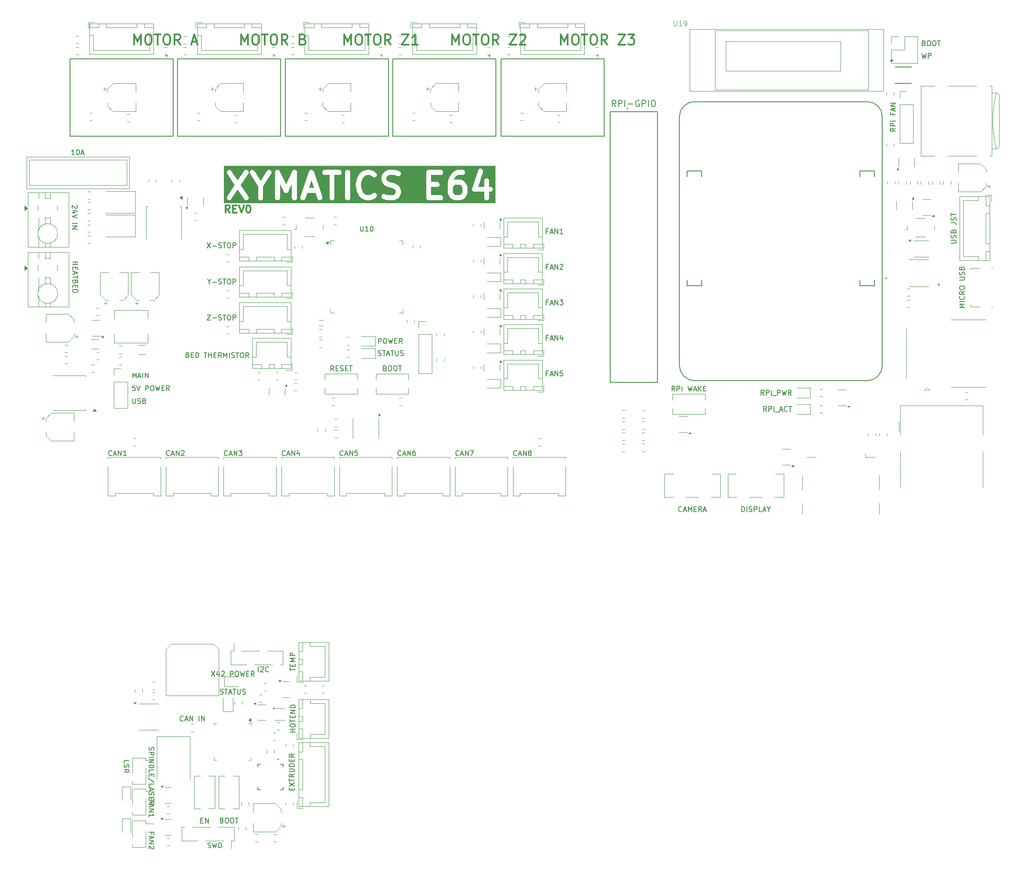
<source format=gbr>
%TF.GenerationSoftware,KiCad,Pcbnew,8.0.9*%
%TF.CreationDate,2025-08-04T10:44:23+12:00*%
%TF.ProjectId,xymatics-e64,78796d61-7469-4637-932d-6536342e6b69,rev?*%
%TF.SameCoordinates,Original*%
%TF.FileFunction,Legend,Top*%
%TF.FilePolarity,Positive*%
%FSLAX46Y46*%
G04 Gerber Fmt 4.6, Leading zero omitted, Abs format (unit mm)*
G04 Created by KiCad (PCBNEW 8.0.9) date 2025-08-04 10:44:23*
%MOMM*%
%LPD*%
G01*
G04 APERTURE LIST*
%ADD10C,0.300000*%
%ADD11C,1.000000*%
%ADD12C,0.150000*%
%ADD13C,0.187500*%
%ADD14C,0.200000*%
%ADD15C,0.100000*%
%ADD16C,0.120000*%
%ADD17C,0.127000*%
%ADD18C,0.152400*%
G04 APERTURE END LIST*
D10*
X95491653Y-64310828D02*
X94991653Y-63596542D01*
X94634510Y-64310828D02*
X94634510Y-62810828D01*
X94634510Y-62810828D02*
X95205939Y-62810828D01*
X95205939Y-62810828D02*
X95348796Y-62882257D01*
X95348796Y-62882257D02*
X95420225Y-62953685D01*
X95420225Y-62953685D02*
X95491653Y-63096542D01*
X95491653Y-63096542D02*
X95491653Y-63310828D01*
X95491653Y-63310828D02*
X95420225Y-63453685D01*
X95420225Y-63453685D02*
X95348796Y-63525114D01*
X95348796Y-63525114D02*
X95205939Y-63596542D01*
X95205939Y-63596542D02*
X94634510Y-63596542D01*
X96134510Y-63525114D02*
X96634510Y-63525114D01*
X96848796Y-64310828D02*
X96134510Y-64310828D01*
X96134510Y-64310828D02*
X96134510Y-62810828D01*
X96134510Y-62810828D02*
X96848796Y-62810828D01*
X97277368Y-62810828D02*
X97777368Y-64310828D01*
X97777368Y-64310828D02*
X98277368Y-62810828D01*
X99063082Y-62810828D02*
X99205939Y-62810828D01*
X99205939Y-62810828D02*
X99348796Y-62882257D01*
X99348796Y-62882257D02*
X99420225Y-62953685D01*
X99420225Y-62953685D02*
X99491653Y-63096542D01*
X99491653Y-63096542D02*
X99563082Y-63382257D01*
X99563082Y-63382257D02*
X99563082Y-63739400D01*
X99563082Y-63739400D02*
X99491653Y-64025114D01*
X99491653Y-64025114D02*
X99420225Y-64167971D01*
X99420225Y-64167971D02*
X99348796Y-64239400D01*
X99348796Y-64239400D02*
X99205939Y-64310828D01*
X99205939Y-64310828D02*
X99063082Y-64310828D01*
X99063082Y-64310828D02*
X98920225Y-64239400D01*
X98920225Y-64239400D02*
X98848796Y-64167971D01*
X98848796Y-64167971D02*
X98777367Y-64025114D01*
X98777367Y-64025114D02*
X98705939Y-63739400D01*
X98705939Y-63739400D02*
X98705939Y-63382257D01*
X98705939Y-63382257D02*
X98777367Y-63096542D01*
X98777367Y-63096542D02*
X98848796Y-62953685D01*
X98848796Y-62953685D02*
X98920225Y-62882257D01*
X98920225Y-62882257D02*
X99063082Y-62810828D01*
D11*
G36*
X141028383Y-58889880D02*
G01*
X141151728Y-59013226D01*
X141300751Y-59311271D01*
X141300751Y-60265680D01*
X141151728Y-60563725D01*
X141028381Y-60687072D01*
X140730336Y-60836095D01*
X140014022Y-60836095D01*
X139715978Y-60687072D01*
X139592630Y-60563724D01*
X139443608Y-60265679D01*
X139443608Y-59311271D01*
X139592630Y-59013226D01*
X139715977Y-58889879D01*
X140014022Y-58740857D01*
X140730336Y-58740857D01*
X141028383Y-58889880D01*
G37*
G36*
X112059418Y-59407523D02*
G01*
X111065893Y-59407523D01*
X111562655Y-57917235D01*
X112059418Y-59407523D01*
G37*
G36*
X147852030Y-62391651D02*
G01*
X94317728Y-62391651D01*
X94317728Y-56302872D01*
X94873284Y-56302872D01*
X94881684Y-56433127D01*
X94923512Y-56556770D01*
X94956154Y-56613445D01*
X96437920Y-58836095D01*
X94956154Y-61058745D01*
X94923512Y-61115420D01*
X94881684Y-61239063D01*
X94873284Y-61369318D01*
X94898882Y-61497310D01*
X94956735Y-61614315D01*
X95042900Y-61712359D01*
X95151504Y-61784762D01*
X95275147Y-61826590D01*
X95405402Y-61834990D01*
X95533394Y-61809392D01*
X95650399Y-61751539D01*
X95748443Y-61665374D01*
X95788204Y-61613445D01*
X97038846Y-59737482D01*
X98289488Y-61613445D01*
X98329249Y-61665374D01*
X98427293Y-61751539D01*
X98544298Y-61809392D01*
X98672289Y-61834990D01*
X98802545Y-61826589D01*
X98926188Y-61784762D01*
X99034792Y-61712359D01*
X99120957Y-61614314D01*
X99178810Y-61497310D01*
X99204408Y-61369318D01*
X99196007Y-61239063D01*
X99154180Y-61115420D01*
X99121538Y-61058744D01*
X97639771Y-58836095D01*
X99121538Y-56613446D01*
X99154180Y-56556770D01*
X99196007Y-56433127D01*
X99204408Y-56302872D01*
X99202287Y-56292267D01*
X99397913Y-56292267D01*
X99403541Y-56422671D01*
X99442729Y-56547176D01*
X99474158Y-56604533D01*
X101062656Y-59100743D01*
X101062656Y-61336095D01*
X101066934Y-61401358D01*
X101100716Y-61527437D01*
X101165979Y-61640476D01*
X101258275Y-61732772D01*
X101371314Y-61798035D01*
X101497393Y-61831817D01*
X101627919Y-61831817D01*
X101753998Y-61798035D01*
X101867037Y-61732772D01*
X101959333Y-61640476D01*
X102024596Y-61527437D01*
X102058378Y-61401358D01*
X102062656Y-61336095D01*
X102062656Y-59100742D01*
X103651153Y-56604533D01*
X103682582Y-56547176D01*
X103721770Y-56422672D01*
X103725506Y-56336095D01*
X104395989Y-56336095D01*
X104395989Y-61336095D01*
X104400267Y-61401358D01*
X104434049Y-61527437D01*
X104499312Y-61640476D01*
X104591608Y-61732772D01*
X104704647Y-61798035D01*
X104830726Y-61831817D01*
X104961252Y-61831817D01*
X105087331Y-61798035D01*
X105200370Y-61732772D01*
X105292666Y-61640476D01*
X105357929Y-61527437D01*
X105391711Y-61401358D01*
X105395989Y-61336095D01*
X105395989Y-58589877D01*
X106109564Y-60118966D01*
X106116963Y-60132444D01*
X106119081Y-60138267D01*
X106124090Y-60145426D01*
X106141039Y-60176297D01*
X106168986Y-60209584D01*
X106193916Y-60245209D01*
X106210796Y-60259381D01*
X106224969Y-60276262D01*
X106260593Y-60301191D01*
X106293881Y-60329139D01*
X106313847Y-60338456D01*
X106331911Y-60351097D01*
X106372779Y-60365958D01*
X106412162Y-60384337D01*
X106433859Y-60388169D01*
X106454579Y-60395704D01*
X106497895Y-60399480D01*
X106540698Y-60407041D01*
X106562654Y-60405126D01*
X106584612Y-60407041D01*
X106627421Y-60399479D01*
X106670731Y-60395703D01*
X106691446Y-60388170D01*
X106713148Y-60384337D01*
X106752533Y-60365956D01*
X106793399Y-60351097D01*
X106811462Y-60338456D01*
X106831429Y-60329139D01*
X106864718Y-60301189D01*
X106900341Y-60276262D01*
X106914511Y-60259384D01*
X106931394Y-60245210D01*
X106956325Y-60209581D01*
X106984271Y-60176297D01*
X107001221Y-60145422D01*
X107006229Y-60138267D01*
X107008344Y-60132448D01*
X107015747Y-60118966D01*
X107729322Y-58589877D01*
X107729322Y-61336095D01*
X107733600Y-61401358D01*
X107767382Y-61527437D01*
X107832645Y-61640476D01*
X107924941Y-61732772D01*
X108037980Y-61798035D01*
X108164059Y-61831817D01*
X108294585Y-61831817D01*
X108420664Y-61798035D01*
X108533703Y-61732772D01*
X108625999Y-61640476D01*
X108691262Y-61527437D01*
X108725044Y-61401358D01*
X108726999Y-61371540D01*
X109397247Y-61371540D01*
X109423414Y-61499416D01*
X109481788Y-61616162D01*
X109568388Y-61713822D01*
X109677314Y-61785740D01*
X109801142Y-61827016D01*
X109931434Y-61834837D01*
X110059310Y-61808670D01*
X110176056Y-61750296D01*
X110273716Y-61663696D01*
X110345634Y-61554770D01*
X110370331Y-61494209D01*
X110732560Y-60407523D01*
X112392751Y-60407523D01*
X112754980Y-61494209D01*
X112779677Y-61554770D01*
X112851595Y-61663697D01*
X112949255Y-61750297D01*
X113066001Y-61808670D01*
X113193877Y-61834838D01*
X113324169Y-61827017D01*
X113447997Y-61785741D01*
X113556923Y-61713823D01*
X113643524Y-61616163D01*
X113701897Y-61499416D01*
X113728065Y-61371540D01*
X113720243Y-61241248D01*
X113703664Y-61177982D01*
X112067948Y-56270832D01*
X113685981Y-56270832D01*
X113685981Y-56401358D01*
X113719763Y-56527437D01*
X113785026Y-56640476D01*
X113877322Y-56732772D01*
X113990361Y-56798035D01*
X114116440Y-56831817D01*
X114181703Y-56836095D01*
X115110274Y-56836095D01*
X115110274Y-61336095D01*
X115114552Y-61401358D01*
X115148334Y-61527437D01*
X115213597Y-61640476D01*
X115305893Y-61732772D01*
X115418932Y-61798035D01*
X115545011Y-61831817D01*
X115675537Y-61831817D01*
X115801616Y-61798035D01*
X115914655Y-61732772D01*
X116006951Y-61640476D01*
X116072214Y-61527437D01*
X116105996Y-61401358D01*
X116110274Y-61336095D01*
X116110274Y-56836095D01*
X117038846Y-56836095D01*
X117104109Y-56831817D01*
X117230188Y-56798035D01*
X117343227Y-56732772D01*
X117435523Y-56640476D01*
X117500786Y-56527437D01*
X117534568Y-56401358D01*
X117534568Y-56336095D01*
X118205513Y-56336095D01*
X118205513Y-61336095D01*
X118209791Y-61401358D01*
X118243573Y-61527437D01*
X118308836Y-61640476D01*
X118401132Y-61732772D01*
X118514171Y-61798035D01*
X118640250Y-61831817D01*
X118770776Y-61831817D01*
X118896855Y-61798035D01*
X119009894Y-61732772D01*
X119102190Y-61640476D01*
X119167453Y-61527437D01*
X119201235Y-61401358D01*
X119205513Y-61336095D01*
X119205513Y-58478952D01*
X120348369Y-58478952D01*
X120348369Y-59193238D01*
X120351717Y-59244316D01*
X120351619Y-59250154D01*
X120352371Y-59254301D01*
X120352647Y-59258501D01*
X120354155Y-59264132D01*
X120363298Y-59314506D01*
X120601394Y-60266887D01*
X120612140Y-60300384D01*
X120613891Y-60308940D01*
X120618078Y-60318894D01*
X120621373Y-60329164D01*
X120625606Y-60336790D01*
X120639251Y-60369226D01*
X120877347Y-60845416D01*
X120910359Y-60901876D01*
X120920352Y-60913146D01*
X120927883Y-60926189D01*
X120971006Y-60975362D01*
X121447196Y-61451553D01*
X121467509Y-61469367D01*
X121473149Y-61475727D01*
X121479674Y-61480035D01*
X121496369Y-61494676D01*
X121540019Y-61519877D01*
X121582075Y-61547645D01*
X121602634Y-61556029D01*
X121609408Y-61559940D01*
X121617620Y-61562140D01*
X121642636Y-61572342D01*
X122356922Y-61810437D01*
X122420189Y-61827016D01*
X122435223Y-61827918D01*
X122449773Y-61831817D01*
X122515036Y-61836095D01*
X122991227Y-61836095D01*
X123056490Y-61831817D01*
X123071039Y-61827918D01*
X123086074Y-61827016D01*
X123149341Y-61810437D01*
X123863625Y-61572342D01*
X123888640Y-61562140D01*
X123896854Y-61559940D01*
X123903628Y-61556028D01*
X123924187Y-61547645D01*
X123966247Y-61519874D01*
X124009892Y-61494676D01*
X124026583Y-61480037D01*
X124033113Y-61475727D01*
X124038756Y-61469363D01*
X124059065Y-61451553D01*
X124297162Y-61213457D01*
X124340285Y-61164284D01*
X124405548Y-61051245D01*
X124439331Y-60925167D01*
X124439331Y-60794641D01*
X124405548Y-60668562D01*
X124340285Y-60555523D01*
X124247989Y-60463227D01*
X124134950Y-60397964D01*
X124008871Y-60364181D01*
X123878345Y-60364181D01*
X123752267Y-60397964D01*
X123639228Y-60463227D01*
X123590055Y-60506350D01*
X123435421Y-60660984D01*
X122910087Y-60836095D01*
X122596175Y-60836095D01*
X122070840Y-60660983D01*
X121735487Y-60325629D01*
X121558223Y-59971101D01*
X121348369Y-59131685D01*
X121348369Y-58540504D01*
X121558223Y-57701087D01*
X121735488Y-57346557D01*
X122070840Y-57011206D01*
X122596175Y-56836095D01*
X122910087Y-56836095D01*
X123435420Y-57011205D01*
X123590055Y-57165839D01*
X123639228Y-57208962D01*
X123752267Y-57274226D01*
X123878346Y-57308008D01*
X124008872Y-57308008D01*
X124081766Y-57288476D01*
X125348369Y-57288476D01*
X125348369Y-57764666D01*
X125350136Y-57791626D01*
X125349627Y-57800111D01*
X125351194Y-57807771D01*
X125352647Y-57829929D01*
X125365690Y-57878609D01*
X125375795Y-57927987D01*
X125384404Y-57948453D01*
X125386429Y-57956008D01*
X125390680Y-57963372D01*
X125401156Y-57988273D01*
X125639252Y-58464464D01*
X125672265Y-58520924D01*
X125682258Y-58532193D01*
X125689789Y-58545237D01*
X125732912Y-58594410D01*
X125971006Y-58832505D01*
X126020179Y-58875628D01*
X126033222Y-58883158D01*
X126044493Y-58893153D01*
X126100953Y-58926166D01*
X126577144Y-59164261D01*
X126609575Y-59177903D01*
X126617205Y-59182139D01*
X126627478Y-59185434D01*
X126637430Y-59189621D01*
X126645983Y-59191371D01*
X126679482Y-59202118D01*
X127578616Y-59426901D01*
X127933142Y-59604164D01*
X128056489Y-59727511D01*
X128205512Y-60025556D01*
X128205512Y-60265680D01*
X128056489Y-60563725D01*
X127933142Y-60687072D01*
X127635097Y-60836095D01*
X126643794Y-60836095D01*
X126006483Y-60623658D01*
X125943216Y-60607079D01*
X125812924Y-60599258D01*
X125685048Y-60625426D01*
X125568302Y-60683799D01*
X125470642Y-60770399D01*
X125398724Y-60879325D01*
X125357448Y-61003153D01*
X125349627Y-61133445D01*
X125375795Y-61261321D01*
X125434168Y-61378067D01*
X125520768Y-61475727D01*
X125629694Y-61547645D01*
X125690255Y-61572342D01*
X126404541Y-61810437D01*
X126467808Y-61827016D01*
X126482842Y-61827918D01*
X126497392Y-61831817D01*
X126562655Y-61836095D01*
X127753131Y-61836095D01*
X127780090Y-61834327D01*
X127788575Y-61834837D01*
X127796234Y-61833269D01*
X127818394Y-61831817D01*
X127867077Y-61818772D01*
X127916451Y-61808669D01*
X127936918Y-61800059D01*
X127944473Y-61798035D01*
X127951836Y-61793783D01*
X127976737Y-61783309D01*
X128452928Y-61545214D01*
X128509388Y-61512201D01*
X128520657Y-61502208D01*
X128533703Y-61494676D01*
X128582876Y-61451553D01*
X128820971Y-61213457D01*
X128864094Y-61164284D01*
X128871624Y-61151240D01*
X128881618Y-61139971D01*
X128914631Y-61083511D01*
X129152726Y-60607320D01*
X129163200Y-60582419D01*
X129167452Y-60575056D01*
X129169476Y-60567501D01*
X129178086Y-60547034D01*
X129188191Y-60497654D01*
X129201234Y-60448977D01*
X129202686Y-60426824D01*
X129204255Y-60419158D01*
X129203745Y-60410666D01*
X129205512Y-60383714D01*
X129205512Y-59907523D01*
X129203745Y-59880570D01*
X129204255Y-59872079D01*
X129202686Y-59864412D01*
X129201234Y-59842260D01*
X129188191Y-59793582D01*
X129178086Y-59744203D01*
X129169476Y-59723735D01*
X129167452Y-59716181D01*
X129163200Y-59708817D01*
X129152726Y-59683917D01*
X128914631Y-59207726D01*
X128881618Y-59151266D01*
X128871623Y-59139995D01*
X128864093Y-59126952D01*
X128820970Y-59077779D01*
X128582875Y-58839685D01*
X128533702Y-58796562D01*
X128520658Y-58789031D01*
X128509389Y-58779038D01*
X128452929Y-58746025D01*
X127976738Y-58507929D01*
X127944305Y-58494285D01*
X127936676Y-58490050D01*
X127926404Y-58486754D01*
X127916452Y-58482568D01*
X127907896Y-58480817D01*
X127874399Y-58470071D01*
X126975264Y-58245287D01*
X126620738Y-58068024D01*
X126497391Y-57944677D01*
X126348369Y-57646632D01*
X126348369Y-57406509D01*
X126497391Y-57108464D01*
X126620738Y-56985117D01*
X126918783Y-56836095D01*
X127910087Y-56836095D01*
X128547398Y-57048531D01*
X128610664Y-57065111D01*
X128740956Y-57072932D01*
X128868832Y-57046764D01*
X128985579Y-56988391D01*
X129083239Y-56901791D01*
X129155157Y-56792865D01*
X129196433Y-56669037D01*
X129204254Y-56538745D01*
X129178086Y-56410869D01*
X129140699Y-56336095D01*
X134157894Y-56336095D01*
X134157894Y-61336095D01*
X134162172Y-61401358D01*
X134195954Y-61527437D01*
X134261217Y-61640476D01*
X134353513Y-61732772D01*
X134466552Y-61798035D01*
X134592631Y-61831817D01*
X134657894Y-61836095D01*
X137038846Y-61836095D01*
X137104109Y-61831817D01*
X137230188Y-61798035D01*
X137343227Y-61732772D01*
X137435523Y-61640476D01*
X137500786Y-61527437D01*
X137534568Y-61401358D01*
X137534568Y-61270832D01*
X137500786Y-61144753D01*
X137435523Y-61031714D01*
X137343227Y-60939418D01*
X137230188Y-60874155D01*
X137104109Y-60840373D01*
X137038846Y-60836095D01*
X135157894Y-60836095D01*
X135157894Y-59217047D01*
X136324560Y-59217047D01*
X136389823Y-59212769D01*
X136515902Y-59178987D01*
X136628941Y-59113724D01*
X136721237Y-59021428D01*
X136786500Y-58908389D01*
X136820282Y-58782310D01*
X136820282Y-58651784D01*
X136786500Y-58525705D01*
X136759507Y-58478952D01*
X138443608Y-58478952D01*
X138443608Y-60383714D01*
X138445375Y-60410674D01*
X138444866Y-60419159D01*
X138446433Y-60426818D01*
X138447886Y-60448977D01*
X138460932Y-60497667D01*
X138471035Y-60547035D01*
X138479642Y-60567498D01*
X138481668Y-60575056D01*
X138485920Y-60582421D01*
X138496395Y-60607322D01*
X138734491Y-61083512D01*
X138767504Y-61139971D01*
X138777494Y-61151237D01*
X138785027Y-61164284D01*
X138828150Y-61213457D01*
X139066245Y-61451553D01*
X139115418Y-61494676D01*
X139128461Y-61502206D01*
X139139732Y-61512201D01*
X139196192Y-61545214D01*
X139672383Y-61783309D01*
X139697283Y-61793783D01*
X139704647Y-61798035D01*
X139712201Y-61800059D01*
X139732669Y-61808669D01*
X139782048Y-61818774D01*
X139830726Y-61831817D01*
X139852878Y-61833269D01*
X139860545Y-61834838D01*
X139869036Y-61834328D01*
X139895989Y-61836095D01*
X140848370Y-61836095D01*
X140875329Y-61834327D01*
X140883814Y-61834837D01*
X140891473Y-61833269D01*
X140913633Y-61831817D01*
X140962316Y-61818772D01*
X141011690Y-61808669D01*
X141032157Y-61800059D01*
X141039712Y-61798035D01*
X141047075Y-61793783D01*
X141071976Y-61783309D01*
X141548167Y-61545214D01*
X141604627Y-61512201D01*
X141615896Y-61502208D01*
X141628942Y-61494676D01*
X141678115Y-61451553D01*
X141916210Y-61213457D01*
X141959333Y-61164284D01*
X141966863Y-61151240D01*
X141976857Y-61139971D01*
X142009870Y-61083511D01*
X142247965Y-60607320D01*
X142258439Y-60582419D01*
X142262691Y-60575056D01*
X142264715Y-60567501D01*
X142273325Y-60547034D01*
X142283430Y-60497654D01*
X142296473Y-60448977D01*
X142297925Y-60426824D01*
X142299494Y-60419158D01*
X142298984Y-60410666D01*
X142300751Y-60383714D01*
X142300751Y-59704873D01*
X143206771Y-59704873D01*
X143209791Y-59719631D01*
X143209791Y-59734691D01*
X143222831Y-59783361D01*
X143232938Y-59832749D01*
X143239675Y-59846223D01*
X143243573Y-59860770D01*
X143268768Y-59904409D01*
X143291311Y-59949495D01*
X143301305Y-59960765D01*
X143308836Y-59973809D01*
X143344474Y-60009447D01*
X143377912Y-60047155D01*
X143390479Y-60055452D01*
X143401132Y-60066105D01*
X143444789Y-60091310D01*
X143486838Y-60119073D01*
X143501122Y-60123834D01*
X143514171Y-60131368D01*
X143562863Y-60144414D01*
X143610666Y-60160349D01*
X143625700Y-60161251D01*
X143640250Y-60165150D01*
X143705513Y-60169428D01*
X145586466Y-60169428D01*
X145586466Y-61336095D01*
X145590744Y-61401358D01*
X145624526Y-61527437D01*
X145689789Y-61640476D01*
X145782085Y-61732772D01*
X145895124Y-61798035D01*
X146021203Y-61831817D01*
X146151729Y-61831817D01*
X146277808Y-61798035D01*
X146390847Y-61732772D01*
X146483143Y-61640476D01*
X146548406Y-61527437D01*
X146582188Y-61401358D01*
X146586466Y-61336095D01*
X146586466Y-60169428D01*
X146800752Y-60169428D01*
X146866015Y-60165150D01*
X146992094Y-60131368D01*
X147105133Y-60066105D01*
X147197429Y-59973809D01*
X147262692Y-59860770D01*
X147296474Y-59734691D01*
X147296474Y-59604165D01*
X147262692Y-59478086D01*
X147197429Y-59365047D01*
X147105133Y-59272751D01*
X146992094Y-59207488D01*
X146866015Y-59173706D01*
X146800752Y-59169428D01*
X146586466Y-59169428D01*
X146586466Y-58002761D01*
X146582188Y-57937498D01*
X146548406Y-57811419D01*
X146483143Y-57698380D01*
X146390847Y-57606084D01*
X146277808Y-57540821D01*
X146151729Y-57507039D01*
X146021203Y-57507039D01*
X145895124Y-57540821D01*
X145782085Y-57606084D01*
X145689789Y-57698380D01*
X145624526Y-57811419D01*
X145590744Y-57937498D01*
X145586466Y-58002761D01*
X145586466Y-59169428D01*
X144399227Y-59169428D01*
X145370332Y-56256114D01*
X145386911Y-56192847D01*
X145394732Y-56062555D01*
X145368565Y-55934679D01*
X145310192Y-55817933D01*
X145223591Y-55720273D01*
X145114665Y-55648355D01*
X144990837Y-55607079D01*
X144860545Y-55599258D01*
X144732669Y-55625425D01*
X144615923Y-55683798D01*
X144518263Y-55770399D01*
X144446345Y-55879325D01*
X144421648Y-55939886D01*
X143231171Y-59511314D01*
X143214592Y-59574581D01*
X143213689Y-59589615D01*
X143209791Y-59604165D01*
X143209791Y-59654562D01*
X143206771Y-59704873D01*
X142300751Y-59704873D01*
X142300751Y-59193238D01*
X142298983Y-59166278D01*
X142299493Y-59157794D01*
X142297925Y-59150134D01*
X142296473Y-59127975D01*
X142283429Y-59079293D01*
X142273325Y-59029917D01*
X142264714Y-59009448D01*
X142262691Y-59001896D01*
X142258441Y-58994535D01*
X142247965Y-58969631D01*
X142009870Y-58493441D01*
X141976857Y-58436981D01*
X141966864Y-58425711D01*
X141959332Y-58412666D01*
X141916209Y-58363493D01*
X141678114Y-58125399D01*
X141628941Y-58082276D01*
X141615897Y-58074745D01*
X141604627Y-58064751D01*
X141548167Y-58031738D01*
X141071976Y-57793643D01*
X141047075Y-57783168D01*
X141039712Y-57778917D01*
X141032157Y-57776892D01*
X141011690Y-57768283D01*
X140962316Y-57758179D01*
X140913633Y-57745135D01*
X140891473Y-57743682D01*
X140883814Y-57742115D01*
X140875329Y-57742624D01*
X140848370Y-57740857D01*
X139895989Y-57740857D01*
X139869036Y-57742623D01*
X139860545Y-57742114D01*
X139852878Y-57743682D01*
X139830726Y-57745135D01*
X139782048Y-57758177D01*
X139732669Y-57768283D01*
X139712201Y-57776892D01*
X139704647Y-57778917D01*
X139697283Y-57783168D01*
X139672383Y-57793643D01*
X139624315Y-57817676D01*
X139645769Y-57731859D01*
X140046457Y-57130827D01*
X140192168Y-56985117D01*
X140490214Y-56836095D01*
X141324561Y-56836095D01*
X141389824Y-56831817D01*
X141515903Y-56798035D01*
X141628942Y-56732772D01*
X141721238Y-56640476D01*
X141786501Y-56527437D01*
X141820283Y-56401358D01*
X141820283Y-56270832D01*
X141786501Y-56144753D01*
X141721238Y-56031714D01*
X141628942Y-55939418D01*
X141515903Y-55874155D01*
X141389824Y-55840373D01*
X141324561Y-55836095D01*
X140372180Y-55836095D01*
X140345220Y-55837862D01*
X140336736Y-55837353D01*
X140329076Y-55838920D01*
X140306917Y-55840373D01*
X140258235Y-55853416D01*
X140208859Y-55863521D01*
X140188390Y-55872131D01*
X140180838Y-55874155D01*
X140173477Y-55878404D01*
X140148573Y-55888881D01*
X139672383Y-56126976D01*
X139615923Y-56159989D01*
X139604653Y-56169981D01*
X139591608Y-56177514D01*
X139542435Y-56220637D01*
X139304341Y-56458732D01*
X139287838Y-56477549D01*
X139281630Y-56483006D01*
X139271835Y-56495797D01*
X139261218Y-56507905D01*
X139257087Y-56515059D01*
X139241869Y-56534935D01*
X138765679Y-57249221D01*
X138733037Y-57305896D01*
X138726504Y-57325205D01*
X138716612Y-57343026D01*
X138696633Y-57405303D01*
X138458537Y-58357684D01*
X138449394Y-58408057D01*
X138447886Y-58413689D01*
X138447610Y-58417888D01*
X138446858Y-58422036D01*
X138446956Y-58427873D01*
X138443608Y-58478952D01*
X136759507Y-58478952D01*
X136721237Y-58412666D01*
X136628941Y-58320370D01*
X136515902Y-58255107D01*
X136389823Y-58221325D01*
X136324560Y-58217047D01*
X135157894Y-58217047D01*
X135157894Y-56836095D01*
X137038846Y-56836095D01*
X137104109Y-56831817D01*
X137230188Y-56798035D01*
X137343227Y-56732772D01*
X137435523Y-56640476D01*
X137500786Y-56527437D01*
X137534568Y-56401358D01*
X137534568Y-56270832D01*
X137500786Y-56144753D01*
X137435523Y-56031714D01*
X137343227Y-55939418D01*
X137230188Y-55874155D01*
X137104109Y-55840373D01*
X137038846Y-55836095D01*
X134657894Y-55836095D01*
X134592631Y-55840373D01*
X134466552Y-55874155D01*
X134353513Y-55939418D01*
X134261217Y-56031714D01*
X134195954Y-56144753D01*
X134162172Y-56270832D01*
X134157894Y-56336095D01*
X129140699Y-56336095D01*
X129119713Y-56294123D01*
X129033113Y-56196463D01*
X128924187Y-56124545D01*
X128863625Y-56099848D01*
X128149341Y-55861753D01*
X128086074Y-55845174D01*
X128071039Y-55844271D01*
X128056490Y-55840373D01*
X127991227Y-55836095D01*
X126800750Y-55836095D01*
X126773797Y-55837861D01*
X126765306Y-55837352D01*
X126757639Y-55838920D01*
X126735487Y-55840373D01*
X126686809Y-55853415D01*
X126637430Y-55863521D01*
X126616962Y-55872130D01*
X126609408Y-55874155D01*
X126602044Y-55878406D01*
X126577144Y-55888881D01*
X126100953Y-56126976D01*
X126044493Y-56159989D01*
X126033222Y-56169983D01*
X126020179Y-56177514D01*
X125971006Y-56220637D01*
X125732912Y-56458732D01*
X125689789Y-56507905D01*
X125682258Y-56520948D01*
X125672265Y-56532218D01*
X125639252Y-56588678D01*
X125401156Y-57064869D01*
X125390680Y-57089769D01*
X125386429Y-57097134D01*
X125384404Y-57104688D01*
X125375795Y-57125155D01*
X125365690Y-57174532D01*
X125352647Y-57223213D01*
X125351194Y-57245370D01*
X125349627Y-57253031D01*
X125350136Y-57261515D01*
X125348369Y-57288476D01*
X124081766Y-57288476D01*
X124134951Y-57274225D01*
X124247989Y-57208961D01*
X124340285Y-57116665D01*
X124405549Y-57003626D01*
X124439331Y-56877547D01*
X124439331Y-56747021D01*
X124405548Y-56620942D01*
X124340284Y-56507904D01*
X124297161Y-56458731D01*
X124059065Y-56220636D01*
X124038752Y-56202822D01*
X124033113Y-56196463D01*
X124026588Y-56192155D01*
X124009892Y-56177513D01*
X123966237Y-56152308D01*
X123924187Y-56124545D01*
X123903630Y-56116162D01*
X123896853Y-56112249D01*
X123888635Y-56110047D01*
X123863625Y-56099848D01*
X123149341Y-55861753D01*
X123086074Y-55845174D01*
X123071039Y-55844271D01*
X123056490Y-55840373D01*
X122991227Y-55836095D01*
X122515036Y-55836095D01*
X122449773Y-55840373D01*
X122435223Y-55844271D01*
X122420189Y-55845174D01*
X122356922Y-55861753D01*
X121642636Y-56099848D01*
X121617620Y-56110049D01*
X121609408Y-56112250D01*
X121602634Y-56116160D01*
X121582075Y-56124545D01*
X121540019Y-56152312D01*
X121496369Y-56177514D01*
X121479674Y-56192154D01*
X121473149Y-56196463D01*
X121467509Y-56202822D01*
X121447196Y-56220637D01*
X120971007Y-56696827D01*
X120927884Y-56746000D01*
X120920353Y-56759043D01*
X120910359Y-56770314D01*
X120877346Y-56826774D01*
X120639251Y-57302965D01*
X120625608Y-57335396D01*
X120621373Y-57343026D01*
X120618077Y-57353299D01*
X120613891Y-57363251D01*
X120612140Y-57371804D01*
X120601394Y-57405303D01*
X120363298Y-58357684D01*
X120354155Y-58408057D01*
X120352647Y-58413689D01*
X120352371Y-58417888D01*
X120351619Y-58422036D01*
X120351717Y-58427873D01*
X120348369Y-58478952D01*
X119205513Y-58478952D01*
X119205513Y-56336095D01*
X119201235Y-56270832D01*
X119167453Y-56144753D01*
X119102190Y-56031714D01*
X119009894Y-55939418D01*
X118896855Y-55874155D01*
X118770776Y-55840373D01*
X118640250Y-55840373D01*
X118514171Y-55874155D01*
X118401132Y-55939418D01*
X118308836Y-56031714D01*
X118243573Y-56144753D01*
X118209791Y-56270832D01*
X118205513Y-56336095D01*
X117534568Y-56336095D01*
X117534568Y-56270832D01*
X117500786Y-56144753D01*
X117435523Y-56031714D01*
X117343227Y-55939418D01*
X117230188Y-55874155D01*
X117104109Y-55840373D01*
X117038846Y-55836095D01*
X114181703Y-55836095D01*
X114116440Y-55840373D01*
X113990361Y-55874155D01*
X113877322Y-55939418D01*
X113785026Y-56031714D01*
X113719763Y-56144753D01*
X113685981Y-56270832D01*
X112067948Y-56270832D01*
X112036998Y-56177981D01*
X112035589Y-56174528D01*
X112035231Y-56172774D01*
X112033297Y-56168907D01*
X112012301Y-56117420D01*
X111992742Y-56087796D01*
X111976858Y-56056028D01*
X111956928Y-56033553D01*
X111940383Y-56008494D01*
X111913816Y-55984936D01*
X111890257Y-55958368D01*
X111865194Y-55941820D01*
X111842723Y-55921894D01*
X111810958Y-55906011D01*
X111781331Y-55886450D01*
X111752847Y-55876955D01*
X111725977Y-55863520D01*
X111691179Y-55856399D01*
X111657503Y-55845174D01*
X111627527Y-55843374D01*
X111598101Y-55837353D01*
X111562662Y-55839480D01*
X111527211Y-55837352D01*
X111497777Y-55843375D01*
X111467809Y-55845174D01*
X111434134Y-55856398D01*
X111399335Y-55863520D01*
X111372463Y-55876956D01*
X111343981Y-55886450D01*
X111314357Y-55906008D01*
X111282589Y-55921893D01*
X111260114Y-55941822D01*
X111235055Y-55958368D01*
X111211497Y-55984934D01*
X111184929Y-56008494D01*
X111168381Y-56033556D01*
X111148455Y-56056028D01*
X111132572Y-56087792D01*
X111113011Y-56117420D01*
X111092013Y-56168908D01*
X111090081Y-56172774D01*
X111089722Y-56174528D01*
X111088314Y-56177981D01*
X109421647Y-61177981D01*
X109405068Y-61241248D01*
X109397247Y-61371540D01*
X108726999Y-61371540D01*
X108729322Y-61336095D01*
X108729322Y-56336095D01*
X108725044Y-56270832D01*
X108719397Y-56249758D01*
X108717502Y-56228019D01*
X108702569Y-56186954D01*
X108691262Y-56144753D01*
X108680353Y-56125858D01*
X108672896Y-56105351D01*
X108647844Y-56069551D01*
X108625999Y-56031714D01*
X108610570Y-56016285D01*
X108598061Y-55998409D01*
X108564602Y-55970317D01*
X108533703Y-55939418D01*
X108514803Y-55928506D01*
X108498096Y-55914479D01*
X108458510Y-55896005D01*
X108420664Y-55874155D01*
X108399584Y-55868507D01*
X108379815Y-55859281D01*
X108336786Y-55851680D01*
X108294585Y-55840373D01*
X108272770Y-55840373D01*
X108251279Y-55836577D01*
X108207744Y-55840373D01*
X108164059Y-55840373D01*
X108142985Y-55846019D01*
X108121246Y-55847915D01*
X108080181Y-55862847D01*
X108037980Y-55874155D01*
X108019085Y-55885063D01*
X107998578Y-55892521D01*
X107962778Y-55917572D01*
X107924941Y-55939418D01*
X107909512Y-55954846D01*
X107891636Y-55967356D01*
X107863544Y-56000814D01*
X107832645Y-56031714D01*
X107821733Y-56050613D01*
X107807706Y-56067321D01*
X107776230Y-56124652D01*
X106562654Y-58725168D01*
X105349081Y-56124652D01*
X105317605Y-56067321D01*
X105303577Y-56050613D01*
X105292666Y-56031714D01*
X105261770Y-56000818D01*
X105233676Y-55967356D01*
X105215796Y-55954844D01*
X105200370Y-55939418D01*
X105162534Y-55917573D01*
X105126733Y-55892521D01*
X105106225Y-55885063D01*
X105087331Y-55874155D01*
X105045129Y-55862847D01*
X105004065Y-55847915D01*
X104982325Y-55846019D01*
X104961252Y-55840373D01*
X104917567Y-55840373D01*
X104874032Y-55836577D01*
X104852541Y-55840373D01*
X104830726Y-55840373D01*
X104788524Y-55851680D01*
X104745496Y-55859281D01*
X104725726Y-55868507D01*
X104704647Y-55874155D01*
X104666800Y-55896005D01*
X104627215Y-55914479D01*
X104610507Y-55928506D01*
X104591608Y-55939418D01*
X104560712Y-55970313D01*
X104527250Y-55998408D01*
X104514738Y-56016287D01*
X104499312Y-56031714D01*
X104477467Y-56069549D01*
X104452415Y-56105351D01*
X104444957Y-56125858D01*
X104434049Y-56144753D01*
X104422741Y-56186954D01*
X104407809Y-56228019D01*
X104405913Y-56249758D01*
X104400267Y-56270832D01*
X104395989Y-56336095D01*
X103725506Y-56336095D01*
X103727398Y-56292267D01*
X103699083Y-56164849D01*
X103638754Y-56049101D01*
X103550523Y-55952912D01*
X103440403Y-55882836D01*
X103315898Y-55843647D01*
X103185493Y-55838019D01*
X103058075Y-55866335D01*
X102942328Y-55926663D01*
X102846138Y-56014894D01*
X102807491Y-56067657D01*
X101562655Y-58023826D01*
X100317820Y-56067657D01*
X100279172Y-56014894D01*
X100182983Y-55926663D01*
X100067235Y-55866334D01*
X99939817Y-55838019D01*
X99809413Y-55843647D01*
X99684908Y-55882835D01*
X99574788Y-55952912D01*
X99486557Y-56049101D01*
X99426228Y-56164849D01*
X99397913Y-56292267D01*
X99202287Y-56292267D01*
X99178810Y-56174880D01*
X99120957Y-56057876D01*
X99034792Y-55959831D01*
X98926188Y-55887428D01*
X98802545Y-55845601D01*
X98672289Y-55837200D01*
X98544298Y-55862798D01*
X98427293Y-55920651D01*
X98329249Y-56006816D01*
X98289488Y-56058745D01*
X97038846Y-57934707D01*
X95788204Y-56058745D01*
X95748443Y-56006816D01*
X95650399Y-55920651D01*
X95533394Y-55862798D01*
X95405402Y-55837200D01*
X95275147Y-55845600D01*
X95151504Y-55887428D01*
X95042900Y-55959831D01*
X94956735Y-56057875D01*
X94898882Y-56174880D01*
X94873284Y-56302872D01*
X94317728Y-56302872D01*
X94317728Y-55043702D01*
X147852030Y-55043702D01*
X147852030Y-62391651D01*
G37*
D12*
X80068990Y-186714285D02*
X80068990Y-186380952D01*
X79545180Y-186380952D02*
X80545180Y-186380952D01*
X80545180Y-186380952D02*
X80545180Y-186857142D01*
X79830895Y-187190476D02*
X79830895Y-187666666D01*
X79545180Y-187095238D02*
X80545180Y-187428571D01*
X80545180Y-187428571D02*
X79545180Y-187761904D01*
X79545180Y-188095238D02*
X80545180Y-188095238D01*
X80545180Y-188095238D02*
X79545180Y-188666666D01*
X79545180Y-188666666D02*
X80545180Y-188666666D01*
X80449942Y-189095238D02*
X80497561Y-189142857D01*
X80497561Y-189142857D02*
X80545180Y-189238095D01*
X80545180Y-189238095D02*
X80545180Y-189476190D01*
X80545180Y-189476190D02*
X80497561Y-189571428D01*
X80497561Y-189571428D02*
X80449942Y-189619047D01*
X80449942Y-189619047D02*
X80354704Y-189666666D01*
X80354704Y-189666666D02*
X80259466Y-189666666D01*
X80259466Y-189666666D02*
X80116609Y-189619047D01*
X80116609Y-189619047D02*
X79545180Y-189047619D01*
X79545180Y-189047619D02*
X79545180Y-189666666D01*
X158170112Y-88931009D02*
X157836779Y-88931009D01*
X157836779Y-89454819D02*
X157836779Y-88454819D01*
X157836779Y-88454819D02*
X158312969Y-88454819D01*
X158646303Y-89169104D02*
X159122493Y-89169104D01*
X158551065Y-89454819D02*
X158884398Y-88454819D01*
X158884398Y-88454819D02*
X159217731Y-89454819D01*
X159551065Y-89454819D02*
X159551065Y-88454819D01*
X159551065Y-88454819D02*
X160122493Y-89454819D01*
X160122493Y-89454819D02*
X160122493Y-88454819D01*
X161027255Y-88788152D02*
X161027255Y-89454819D01*
X160789160Y-88407200D02*
X160551065Y-89121485D01*
X160551065Y-89121485D02*
X161170112Y-89121485D01*
X106430952Y-112059580D02*
X106383333Y-112107200D01*
X106383333Y-112107200D02*
X106240476Y-112154819D01*
X106240476Y-112154819D02*
X106145238Y-112154819D01*
X106145238Y-112154819D02*
X106002381Y-112107200D01*
X106002381Y-112107200D02*
X105907143Y-112011961D01*
X105907143Y-112011961D02*
X105859524Y-111916723D01*
X105859524Y-111916723D02*
X105811905Y-111726247D01*
X105811905Y-111726247D02*
X105811905Y-111583390D01*
X105811905Y-111583390D02*
X105859524Y-111392914D01*
X105859524Y-111392914D02*
X105907143Y-111297676D01*
X105907143Y-111297676D02*
X106002381Y-111202438D01*
X106002381Y-111202438D02*
X106145238Y-111154819D01*
X106145238Y-111154819D02*
X106240476Y-111154819D01*
X106240476Y-111154819D02*
X106383333Y-111202438D01*
X106383333Y-111202438D02*
X106430952Y-111250057D01*
X106811905Y-111869104D02*
X107288095Y-111869104D01*
X106716667Y-112154819D02*
X107050000Y-111154819D01*
X107050000Y-111154819D02*
X107383333Y-112154819D01*
X107716667Y-112154819D02*
X107716667Y-111154819D01*
X107716667Y-111154819D02*
X108288095Y-112154819D01*
X108288095Y-112154819D02*
X108288095Y-111154819D01*
X109192857Y-111488152D02*
X109192857Y-112154819D01*
X108954762Y-111107200D02*
X108716667Y-111821485D01*
X108716667Y-111821485D02*
X109335714Y-111821485D01*
X158170112Y-81931009D02*
X157836779Y-81931009D01*
X157836779Y-82454819D02*
X157836779Y-81454819D01*
X157836779Y-81454819D02*
X158312969Y-81454819D01*
X158646303Y-82169104D02*
X159122493Y-82169104D01*
X158551065Y-82454819D02*
X158884398Y-81454819D01*
X158884398Y-81454819D02*
X159217731Y-82454819D01*
X159551065Y-82454819D02*
X159551065Y-81454819D01*
X159551065Y-81454819D02*
X160122493Y-82454819D01*
X160122493Y-82454819D02*
X160122493Y-81454819D01*
X160503446Y-81454819D02*
X161122493Y-81454819D01*
X161122493Y-81454819D02*
X160789160Y-81835771D01*
X160789160Y-81835771D02*
X160932017Y-81835771D01*
X160932017Y-81835771D02*
X161027255Y-81883390D01*
X161027255Y-81883390D02*
X161074874Y-81931009D01*
X161074874Y-81931009D02*
X161122493Y-82026247D01*
X161122493Y-82026247D02*
X161122493Y-82264342D01*
X161122493Y-82264342D02*
X161074874Y-82359580D01*
X161074874Y-82359580D02*
X161027255Y-82407200D01*
X161027255Y-82407200D02*
X160932017Y-82454819D01*
X160932017Y-82454819D02*
X160646303Y-82454819D01*
X160646303Y-82454819D02*
X160551065Y-82407200D01*
X160551065Y-82407200D02*
X160503446Y-82359580D01*
X232270112Y-30856009D02*
X232412969Y-30903628D01*
X232412969Y-30903628D02*
X232460588Y-30951247D01*
X232460588Y-30951247D02*
X232508207Y-31046485D01*
X232508207Y-31046485D02*
X232508207Y-31189342D01*
X232508207Y-31189342D02*
X232460588Y-31284580D01*
X232460588Y-31284580D02*
X232412969Y-31332200D01*
X232412969Y-31332200D02*
X232317731Y-31379819D01*
X232317731Y-31379819D02*
X231936779Y-31379819D01*
X231936779Y-31379819D02*
X231936779Y-30379819D01*
X231936779Y-30379819D02*
X232270112Y-30379819D01*
X232270112Y-30379819D02*
X232365350Y-30427438D01*
X232365350Y-30427438D02*
X232412969Y-30475057D01*
X232412969Y-30475057D02*
X232460588Y-30570295D01*
X232460588Y-30570295D02*
X232460588Y-30665533D01*
X232460588Y-30665533D02*
X232412969Y-30760771D01*
X232412969Y-30760771D02*
X232365350Y-30808390D01*
X232365350Y-30808390D02*
X232270112Y-30856009D01*
X232270112Y-30856009D02*
X231936779Y-30856009D01*
X233127255Y-30379819D02*
X233317731Y-30379819D01*
X233317731Y-30379819D02*
X233412969Y-30427438D01*
X233412969Y-30427438D02*
X233508207Y-30522676D01*
X233508207Y-30522676D02*
X233555826Y-30713152D01*
X233555826Y-30713152D02*
X233555826Y-31046485D01*
X233555826Y-31046485D02*
X233508207Y-31236961D01*
X233508207Y-31236961D02*
X233412969Y-31332200D01*
X233412969Y-31332200D02*
X233317731Y-31379819D01*
X233317731Y-31379819D02*
X233127255Y-31379819D01*
X233127255Y-31379819D02*
X233032017Y-31332200D01*
X233032017Y-31332200D02*
X232936779Y-31236961D01*
X232936779Y-31236961D02*
X232889160Y-31046485D01*
X232889160Y-31046485D02*
X232889160Y-30713152D01*
X232889160Y-30713152D02*
X232936779Y-30522676D01*
X232936779Y-30522676D02*
X233032017Y-30427438D01*
X233032017Y-30427438D02*
X233127255Y-30379819D01*
X234174874Y-30379819D02*
X234365350Y-30379819D01*
X234365350Y-30379819D02*
X234460588Y-30427438D01*
X234460588Y-30427438D02*
X234555826Y-30522676D01*
X234555826Y-30522676D02*
X234603445Y-30713152D01*
X234603445Y-30713152D02*
X234603445Y-31046485D01*
X234603445Y-31046485D02*
X234555826Y-31236961D01*
X234555826Y-31236961D02*
X234460588Y-31332200D01*
X234460588Y-31332200D02*
X234365350Y-31379819D01*
X234365350Y-31379819D02*
X234174874Y-31379819D01*
X234174874Y-31379819D02*
X234079636Y-31332200D01*
X234079636Y-31332200D02*
X233984398Y-31236961D01*
X233984398Y-31236961D02*
X233936779Y-31046485D01*
X233936779Y-31046485D02*
X233936779Y-30713152D01*
X233936779Y-30713152D02*
X233984398Y-30522676D01*
X233984398Y-30522676D02*
X234079636Y-30427438D01*
X234079636Y-30427438D02*
X234174874Y-30379819D01*
X234889160Y-30379819D02*
X235460588Y-30379819D01*
X235174874Y-31379819D02*
X235174874Y-30379819D01*
X231841541Y-32854819D02*
X232079636Y-33854819D01*
X232079636Y-33854819D02*
X232270112Y-33140533D01*
X232270112Y-33140533D02*
X232460588Y-33854819D01*
X232460588Y-33854819D02*
X232698684Y-32854819D01*
X233079636Y-33854819D02*
X233079636Y-32854819D01*
X233079636Y-32854819D02*
X233460588Y-32854819D01*
X233460588Y-32854819D02*
X233555826Y-32902438D01*
X233555826Y-32902438D02*
X233603445Y-32950057D01*
X233603445Y-32950057D02*
X233651064Y-33045295D01*
X233651064Y-33045295D02*
X233651064Y-33188152D01*
X233651064Y-33188152D02*
X233603445Y-33283390D01*
X233603445Y-33283390D02*
X233555826Y-33331009D01*
X233555826Y-33331009D02*
X233460588Y-33378628D01*
X233460588Y-33378628D02*
X233079636Y-33378628D01*
X107656009Y-178097618D02*
X107656009Y-177764285D01*
X108179819Y-177621428D02*
X108179819Y-178097618D01*
X108179819Y-178097618D02*
X107179819Y-178097618D01*
X107179819Y-178097618D02*
X107179819Y-177621428D01*
X107179819Y-177288094D02*
X108179819Y-176621428D01*
X107179819Y-176621428D02*
X108179819Y-177288094D01*
X107179819Y-176383332D02*
X107179819Y-175811904D01*
X108179819Y-176097618D02*
X107179819Y-176097618D01*
X108179819Y-174907142D02*
X107703628Y-175240475D01*
X108179819Y-175478570D02*
X107179819Y-175478570D01*
X107179819Y-175478570D02*
X107179819Y-175097618D01*
X107179819Y-175097618D02*
X107227438Y-175002380D01*
X107227438Y-175002380D02*
X107275057Y-174954761D01*
X107275057Y-174954761D02*
X107370295Y-174907142D01*
X107370295Y-174907142D02*
X107513152Y-174907142D01*
X107513152Y-174907142D02*
X107608390Y-174954761D01*
X107608390Y-174954761D02*
X107656009Y-175002380D01*
X107656009Y-175002380D02*
X107703628Y-175097618D01*
X107703628Y-175097618D02*
X107703628Y-175478570D01*
X107179819Y-174478570D02*
X107989342Y-174478570D01*
X107989342Y-174478570D02*
X108084580Y-174430951D01*
X108084580Y-174430951D02*
X108132200Y-174383332D01*
X108132200Y-174383332D02*
X108179819Y-174288094D01*
X108179819Y-174288094D02*
X108179819Y-174097618D01*
X108179819Y-174097618D02*
X108132200Y-174002380D01*
X108132200Y-174002380D02*
X108084580Y-173954761D01*
X108084580Y-173954761D02*
X107989342Y-173907142D01*
X107989342Y-173907142D02*
X107179819Y-173907142D01*
X108179819Y-173430951D02*
X107179819Y-173430951D01*
X107179819Y-173430951D02*
X107179819Y-173192856D01*
X107179819Y-173192856D02*
X107227438Y-173049999D01*
X107227438Y-173049999D02*
X107322676Y-172954761D01*
X107322676Y-172954761D02*
X107417914Y-172907142D01*
X107417914Y-172907142D02*
X107608390Y-172859523D01*
X107608390Y-172859523D02*
X107751247Y-172859523D01*
X107751247Y-172859523D02*
X107941723Y-172907142D01*
X107941723Y-172907142D02*
X108036961Y-172954761D01*
X108036961Y-172954761D02*
X108132200Y-173049999D01*
X108132200Y-173049999D02*
X108179819Y-173192856D01*
X108179819Y-173192856D02*
X108179819Y-173430951D01*
X107656009Y-172430951D02*
X107656009Y-172097618D01*
X108179819Y-171954761D02*
X108179819Y-172430951D01*
X108179819Y-172430951D02*
X107179819Y-172430951D01*
X107179819Y-172430951D02*
X107179819Y-171954761D01*
X108179819Y-170954761D02*
X107703628Y-171288094D01*
X108179819Y-171526189D02*
X107179819Y-171526189D01*
X107179819Y-171526189D02*
X107179819Y-171145237D01*
X107179819Y-171145237D02*
X107227438Y-171049999D01*
X107227438Y-171049999D02*
X107275057Y-171002380D01*
X107275057Y-171002380D02*
X107370295Y-170954761D01*
X107370295Y-170954761D02*
X107513152Y-170954761D01*
X107513152Y-170954761D02*
X107608390Y-171002380D01*
X107608390Y-171002380D02*
X107656009Y-171049999D01*
X107656009Y-171049999D02*
X107703628Y-171145237D01*
X107703628Y-171145237D02*
X107703628Y-171526189D01*
X184528571Y-123104580D02*
X184480952Y-123152200D01*
X184480952Y-123152200D02*
X184338095Y-123199819D01*
X184338095Y-123199819D02*
X184242857Y-123199819D01*
X184242857Y-123199819D02*
X184100000Y-123152200D01*
X184100000Y-123152200D02*
X184004762Y-123056961D01*
X184004762Y-123056961D02*
X183957143Y-122961723D01*
X183957143Y-122961723D02*
X183909524Y-122771247D01*
X183909524Y-122771247D02*
X183909524Y-122628390D01*
X183909524Y-122628390D02*
X183957143Y-122437914D01*
X183957143Y-122437914D02*
X184004762Y-122342676D01*
X184004762Y-122342676D02*
X184100000Y-122247438D01*
X184100000Y-122247438D02*
X184242857Y-122199819D01*
X184242857Y-122199819D02*
X184338095Y-122199819D01*
X184338095Y-122199819D02*
X184480952Y-122247438D01*
X184480952Y-122247438D02*
X184528571Y-122295057D01*
X184909524Y-122914104D02*
X185385714Y-122914104D01*
X184814286Y-123199819D02*
X185147619Y-122199819D01*
X185147619Y-122199819D02*
X185480952Y-123199819D01*
X185814286Y-123199819D02*
X185814286Y-122199819D01*
X185814286Y-122199819D02*
X186147619Y-122914104D01*
X186147619Y-122914104D02*
X186480952Y-122199819D01*
X186480952Y-122199819D02*
X186480952Y-123199819D01*
X186957143Y-122676009D02*
X187290476Y-122676009D01*
X187433333Y-123199819D02*
X186957143Y-123199819D01*
X186957143Y-123199819D02*
X186957143Y-122199819D01*
X186957143Y-122199819D02*
X187433333Y-122199819D01*
X188433333Y-123199819D02*
X188100000Y-122723628D01*
X187861905Y-123199819D02*
X187861905Y-122199819D01*
X187861905Y-122199819D02*
X188242857Y-122199819D01*
X188242857Y-122199819D02*
X188338095Y-122247438D01*
X188338095Y-122247438D02*
X188385714Y-122295057D01*
X188385714Y-122295057D02*
X188433333Y-122390295D01*
X188433333Y-122390295D02*
X188433333Y-122533152D01*
X188433333Y-122533152D02*
X188385714Y-122628390D01*
X188385714Y-122628390D02*
X188338095Y-122676009D01*
X188338095Y-122676009D02*
X188242857Y-122723628D01*
X188242857Y-122723628D02*
X187861905Y-122723628D01*
X188814286Y-122914104D02*
X189290476Y-122914104D01*
X188719048Y-123199819D02*
X189052381Y-122199819D01*
X189052381Y-122199819D02*
X189385714Y-123199819D01*
X80068990Y-180414285D02*
X80068990Y-180080952D01*
X79545180Y-180080952D02*
X80545180Y-180080952D01*
X80545180Y-180080952D02*
X80545180Y-180557142D01*
X79830895Y-180890476D02*
X79830895Y-181366666D01*
X79545180Y-180795238D02*
X80545180Y-181128571D01*
X80545180Y-181128571D02*
X79545180Y-181461904D01*
X79545180Y-181795238D02*
X80545180Y-181795238D01*
X80545180Y-181795238D02*
X79545180Y-182366666D01*
X79545180Y-182366666D02*
X80545180Y-182366666D01*
X79545180Y-183366666D02*
X79545180Y-182795238D01*
X79545180Y-183080952D02*
X80545180Y-183080952D01*
X80545180Y-183080952D02*
X80402323Y-182985714D01*
X80402323Y-182985714D02*
X80307085Y-182890476D01*
X80307085Y-182890476D02*
X80259466Y-182795238D01*
X87210839Y-92331009D02*
X87353696Y-92378628D01*
X87353696Y-92378628D02*
X87401315Y-92426247D01*
X87401315Y-92426247D02*
X87448934Y-92521485D01*
X87448934Y-92521485D02*
X87448934Y-92664342D01*
X87448934Y-92664342D02*
X87401315Y-92759580D01*
X87401315Y-92759580D02*
X87353696Y-92807200D01*
X87353696Y-92807200D02*
X87258458Y-92854819D01*
X87258458Y-92854819D02*
X86877506Y-92854819D01*
X86877506Y-92854819D02*
X86877506Y-91854819D01*
X86877506Y-91854819D02*
X87210839Y-91854819D01*
X87210839Y-91854819D02*
X87306077Y-91902438D01*
X87306077Y-91902438D02*
X87353696Y-91950057D01*
X87353696Y-91950057D02*
X87401315Y-92045295D01*
X87401315Y-92045295D02*
X87401315Y-92140533D01*
X87401315Y-92140533D02*
X87353696Y-92235771D01*
X87353696Y-92235771D02*
X87306077Y-92283390D01*
X87306077Y-92283390D02*
X87210839Y-92331009D01*
X87210839Y-92331009D02*
X86877506Y-92331009D01*
X87877506Y-92331009D02*
X88210839Y-92331009D01*
X88353696Y-92854819D02*
X87877506Y-92854819D01*
X87877506Y-92854819D02*
X87877506Y-91854819D01*
X87877506Y-91854819D02*
X88353696Y-91854819D01*
X88782268Y-92854819D02*
X88782268Y-91854819D01*
X88782268Y-91854819D02*
X89020363Y-91854819D01*
X89020363Y-91854819D02*
X89163220Y-91902438D01*
X89163220Y-91902438D02*
X89258458Y-91997676D01*
X89258458Y-91997676D02*
X89306077Y-92092914D01*
X89306077Y-92092914D02*
X89353696Y-92283390D01*
X89353696Y-92283390D02*
X89353696Y-92426247D01*
X89353696Y-92426247D02*
X89306077Y-92616723D01*
X89306077Y-92616723D02*
X89258458Y-92711961D01*
X89258458Y-92711961D02*
X89163220Y-92807200D01*
X89163220Y-92807200D02*
X89020363Y-92854819D01*
X89020363Y-92854819D02*
X88782268Y-92854819D01*
X90401316Y-91854819D02*
X90972744Y-91854819D01*
X90687030Y-92854819D02*
X90687030Y-91854819D01*
X91306078Y-92854819D02*
X91306078Y-91854819D01*
X91306078Y-92331009D02*
X91877506Y-92331009D01*
X91877506Y-92854819D02*
X91877506Y-91854819D01*
X92353697Y-92331009D02*
X92687030Y-92331009D01*
X92829887Y-92854819D02*
X92353697Y-92854819D01*
X92353697Y-92854819D02*
X92353697Y-91854819D01*
X92353697Y-91854819D02*
X92829887Y-91854819D01*
X93829887Y-92854819D02*
X93496554Y-92378628D01*
X93258459Y-92854819D02*
X93258459Y-91854819D01*
X93258459Y-91854819D02*
X93639411Y-91854819D01*
X93639411Y-91854819D02*
X93734649Y-91902438D01*
X93734649Y-91902438D02*
X93782268Y-91950057D01*
X93782268Y-91950057D02*
X93829887Y-92045295D01*
X93829887Y-92045295D02*
X93829887Y-92188152D01*
X93829887Y-92188152D02*
X93782268Y-92283390D01*
X93782268Y-92283390D02*
X93734649Y-92331009D01*
X93734649Y-92331009D02*
X93639411Y-92378628D01*
X93639411Y-92378628D02*
X93258459Y-92378628D01*
X94258459Y-92854819D02*
X94258459Y-91854819D01*
X94258459Y-91854819D02*
X94591792Y-92569104D01*
X94591792Y-92569104D02*
X94925125Y-91854819D01*
X94925125Y-91854819D02*
X94925125Y-92854819D01*
X95401316Y-92854819D02*
X95401316Y-91854819D01*
X95829887Y-92807200D02*
X95972744Y-92854819D01*
X95972744Y-92854819D02*
X96210839Y-92854819D01*
X96210839Y-92854819D02*
X96306077Y-92807200D01*
X96306077Y-92807200D02*
X96353696Y-92759580D01*
X96353696Y-92759580D02*
X96401315Y-92664342D01*
X96401315Y-92664342D02*
X96401315Y-92569104D01*
X96401315Y-92569104D02*
X96353696Y-92473866D01*
X96353696Y-92473866D02*
X96306077Y-92426247D01*
X96306077Y-92426247D02*
X96210839Y-92378628D01*
X96210839Y-92378628D02*
X96020363Y-92331009D01*
X96020363Y-92331009D02*
X95925125Y-92283390D01*
X95925125Y-92283390D02*
X95877506Y-92235771D01*
X95877506Y-92235771D02*
X95829887Y-92140533D01*
X95829887Y-92140533D02*
X95829887Y-92045295D01*
X95829887Y-92045295D02*
X95877506Y-91950057D01*
X95877506Y-91950057D02*
X95925125Y-91902438D01*
X95925125Y-91902438D02*
X96020363Y-91854819D01*
X96020363Y-91854819D02*
X96258458Y-91854819D01*
X96258458Y-91854819D02*
X96401315Y-91902438D01*
X96687030Y-91854819D02*
X97258458Y-91854819D01*
X96972744Y-92854819D02*
X96972744Y-91854819D01*
X97782268Y-91854819D02*
X97972744Y-91854819D01*
X97972744Y-91854819D02*
X98067982Y-91902438D01*
X98067982Y-91902438D02*
X98163220Y-91997676D01*
X98163220Y-91997676D02*
X98210839Y-92188152D01*
X98210839Y-92188152D02*
X98210839Y-92521485D01*
X98210839Y-92521485D02*
X98163220Y-92711961D01*
X98163220Y-92711961D02*
X98067982Y-92807200D01*
X98067982Y-92807200D02*
X97972744Y-92854819D01*
X97972744Y-92854819D02*
X97782268Y-92854819D01*
X97782268Y-92854819D02*
X97687030Y-92807200D01*
X97687030Y-92807200D02*
X97591792Y-92711961D01*
X97591792Y-92711961D02*
X97544173Y-92521485D01*
X97544173Y-92521485D02*
X97544173Y-92188152D01*
X97544173Y-92188152D02*
X97591792Y-91997676D01*
X97591792Y-91997676D02*
X97687030Y-91902438D01*
X97687030Y-91902438D02*
X97782268Y-91854819D01*
X99210839Y-92854819D02*
X98877506Y-92378628D01*
X98639411Y-92854819D02*
X98639411Y-91854819D01*
X98639411Y-91854819D02*
X99020363Y-91854819D01*
X99020363Y-91854819D02*
X99115601Y-91902438D01*
X99115601Y-91902438D02*
X99163220Y-91950057D01*
X99163220Y-91950057D02*
X99210839Y-92045295D01*
X99210839Y-92045295D02*
X99210839Y-92188152D01*
X99210839Y-92188152D02*
X99163220Y-92283390D01*
X99163220Y-92283390D02*
X99115601Y-92331009D01*
X99115601Y-92331009D02*
X99020363Y-92378628D01*
X99020363Y-92378628D02*
X98639411Y-92378628D01*
X183163095Y-99454819D02*
X182829762Y-98978628D01*
X182591667Y-99454819D02*
X182591667Y-98454819D01*
X182591667Y-98454819D02*
X182972619Y-98454819D01*
X182972619Y-98454819D02*
X183067857Y-98502438D01*
X183067857Y-98502438D02*
X183115476Y-98550057D01*
X183115476Y-98550057D02*
X183163095Y-98645295D01*
X183163095Y-98645295D02*
X183163095Y-98788152D01*
X183163095Y-98788152D02*
X183115476Y-98883390D01*
X183115476Y-98883390D02*
X183067857Y-98931009D01*
X183067857Y-98931009D02*
X182972619Y-98978628D01*
X182972619Y-98978628D02*
X182591667Y-98978628D01*
X183591667Y-99454819D02*
X183591667Y-98454819D01*
X183591667Y-98454819D02*
X183972619Y-98454819D01*
X183972619Y-98454819D02*
X184067857Y-98502438D01*
X184067857Y-98502438D02*
X184115476Y-98550057D01*
X184115476Y-98550057D02*
X184163095Y-98645295D01*
X184163095Y-98645295D02*
X184163095Y-98788152D01*
X184163095Y-98788152D02*
X184115476Y-98883390D01*
X184115476Y-98883390D02*
X184067857Y-98931009D01*
X184067857Y-98931009D02*
X183972619Y-98978628D01*
X183972619Y-98978628D02*
X183591667Y-98978628D01*
X184591667Y-99454819D02*
X184591667Y-98454819D01*
X185734524Y-98454819D02*
X185972619Y-99454819D01*
X185972619Y-99454819D02*
X186163095Y-98740533D01*
X186163095Y-98740533D02*
X186353571Y-99454819D01*
X186353571Y-99454819D02*
X186591667Y-98454819D01*
X186925000Y-99169104D02*
X187401190Y-99169104D01*
X186829762Y-99454819D02*
X187163095Y-98454819D01*
X187163095Y-98454819D02*
X187496428Y-99454819D01*
X187829762Y-99454819D02*
X187829762Y-98454819D01*
X188401190Y-99454819D02*
X187972619Y-98883390D01*
X188401190Y-98454819D02*
X187829762Y-99026247D01*
X188829762Y-98931009D02*
X189163095Y-98931009D01*
X189305952Y-99454819D02*
X188829762Y-99454819D01*
X188829762Y-99454819D02*
X188829762Y-98454819D01*
X188829762Y-98454819D02*
X189305952Y-98454819D01*
D10*
X97714285Y-31159638D02*
X97714285Y-29159638D01*
X97714285Y-29159638D02*
X98380952Y-30588209D01*
X98380952Y-30588209D02*
X99047618Y-29159638D01*
X99047618Y-29159638D02*
X99047618Y-31159638D01*
X100380951Y-29159638D02*
X100761904Y-29159638D01*
X100761904Y-29159638D02*
X100952380Y-29254876D01*
X100952380Y-29254876D02*
X101142856Y-29445352D01*
X101142856Y-29445352D02*
X101238094Y-29826304D01*
X101238094Y-29826304D02*
X101238094Y-30492971D01*
X101238094Y-30492971D02*
X101142856Y-30873923D01*
X101142856Y-30873923D02*
X100952380Y-31064400D01*
X100952380Y-31064400D02*
X100761904Y-31159638D01*
X100761904Y-31159638D02*
X100380951Y-31159638D01*
X100380951Y-31159638D02*
X100190475Y-31064400D01*
X100190475Y-31064400D02*
X99999999Y-30873923D01*
X99999999Y-30873923D02*
X99904761Y-30492971D01*
X99904761Y-30492971D02*
X99904761Y-29826304D01*
X99904761Y-29826304D02*
X99999999Y-29445352D01*
X99999999Y-29445352D02*
X100190475Y-29254876D01*
X100190475Y-29254876D02*
X100380951Y-29159638D01*
X101809523Y-29159638D02*
X102952380Y-29159638D01*
X102380951Y-31159638D02*
X102380951Y-29159638D01*
X103999999Y-29159638D02*
X104380952Y-29159638D01*
X104380952Y-29159638D02*
X104571428Y-29254876D01*
X104571428Y-29254876D02*
X104761904Y-29445352D01*
X104761904Y-29445352D02*
X104857142Y-29826304D01*
X104857142Y-29826304D02*
X104857142Y-30492971D01*
X104857142Y-30492971D02*
X104761904Y-30873923D01*
X104761904Y-30873923D02*
X104571428Y-31064400D01*
X104571428Y-31064400D02*
X104380952Y-31159638D01*
X104380952Y-31159638D02*
X103999999Y-31159638D01*
X103999999Y-31159638D02*
X103809523Y-31064400D01*
X103809523Y-31064400D02*
X103619047Y-30873923D01*
X103619047Y-30873923D02*
X103523809Y-30492971D01*
X103523809Y-30492971D02*
X103523809Y-29826304D01*
X103523809Y-29826304D02*
X103619047Y-29445352D01*
X103619047Y-29445352D02*
X103809523Y-29254876D01*
X103809523Y-29254876D02*
X103999999Y-29159638D01*
X106857142Y-31159638D02*
X106190475Y-30207257D01*
X105714285Y-31159638D02*
X105714285Y-29159638D01*
X105714285Y-29159638D02*
X106476190Y-29159638D01*
X106476190Y-29159638D02*
X106666666Y-29254876D01*
X106666666Y-29254876D02*
X106761904Y-29350114D01*
X106761904Y-29350114D02*
X106857142Y-29540590D01*
X106857142Y-29540590D02*
X106857142Y-29826304D01*
X106857142Y-29826304D02*
X106761904Y-30016780D01*
X106761904Y-30016780D02*
X106666666Y-30112019D01*
X106666666Y-30112019D02*
X106476190Y-30207257D01*
X106476190Y-30207257D02*
X105714285Y-30207257D01*
X109904762Y-30112019D02*
X110190476Y-30207257D01*
X110190476Y-30207257D02*
X110285714Y-30302495D01*
X110285714Y-30302495D02*
X110380952Y-30492971D01*
X110380952Y-30492971D02*
X110380952Y-30778685D01*
X110380952Y-30778685D02*
X110285714Y-30969161D01*
X110285714Y-30969161D02*
X110190476Y-31064400D01*
X110190476Y-31064400D02*
X110000000Y-31159638D01*
X110000000Y-31159638D02*
X109238095Y-31159638D01*
X109238095Y-31159638D02*
X109238095Y-29159638D01*
X109238095Y-29159638D02*
X109904762Y-29159638D01*
X109904762Y-29159638D02*
X110095238Y-29254876D01*
X110095238Y-29254876D02*
X110190476Y-29350114D01*
X110190476Y-29350114D02*
X110285714Y-29540590D01*
X110285714Y-29540590D02*
X110285714Y-29731066D01*
X110285714Y-29731066D02*
X110190476Y-29921542D01*
X110190476Y-29921542D02*
X110095238Y-30016780D01*
X110095238Y-30016780D02*
X109904762Y-30112019D01*
X109904762Y-30112019D02*
X109238095Y-30112019D01*
D12*
X93942857Y-184031009D02*
X94085714Y-184078628D01*
X94085714Y-184078628D02*
X94133333Y-184126247D01*
X94133333Y-184126247D02*
X94180952Y-184221485D01*
X94180952Y-184221485D02*
X94180952Y-184364342D01*
X94180952Y-184364342D02*
X94133333Y-184459580D01*
X94133333Y-184459580D02*
X94085714Y-184507200D01*
X94085714Y-184507200D02*
X93990476Y-184554819D01*
X93990476Y-184554819D02*
X93609524Y-184554819D01*
X93609524Y-184554819D02*
X93609524Y-183554819D01*
X93609524Y-183554819D02*
X93942857Y-183554819D01*
X93942857Y-183554819D02*
X94038095Y-183602438D01*
X94038095Y-183602438D02*
X94085714Y-183650057D01*
X94085714Y-183650057D02*
X94133333Y-183745295D01*
X94133333Y-183745295D02*
X94133333Y-183840533D01*
X94133333Y-183840533D02*
X94085714Y-183935771D01*
X94085714Y-183935771D02*
X94038095Y-183983390D01*
X94038095Y-183983390D02*
X93942857Y-184031009D01*
X93942857Y-184031009D02*
X93609524Y-184031009D01*
X94800000Y-183554819D02*
X94990476Y-183554819D01*
X94990476Y-183554819D02*
X95085714Y-183602438D01*
X95085714Y-183602438D02*
X95180952Y-183697676D01*
X95180952Y-183697676D02*
X95228571Y-183888152D01*
X95228571Y-183888152D02*
X95228571Y-184221485D01*
X95228571Y-184221485D02*
X95180952Y-184411961D01*
X95180952Y-184411961D02*
X95085714Y-184507200D01*
X95085714Y-184507200D02*
X94990476Y-184554819D01*
X94990476Y-184554819D02*
X94800000Y-184554819D01*
X94800000Y-184554819D02*
X94704762Y-184507200D01*
X94704762Y-184507200D02*
X94609524Y-184411961D01*
X94609524Y-184411961D02*
X94561905Y-184221485D01*
X94561905Y-184221485D02*
X94561905Y-183888152D01*
X94561905Y-183888152D02*
X94609524Y-183697676D01*
X94609524Y-183697676D02*
X94704762Y-183602438D01*
X94704762Y-183602438D02*
X94800000Y-183554819D01*
X95847619Y-183554819D02*
X96038095Y-183554819D01*
X96038095Y-183554819D02*
X96133333Y-183602438D01*
X96133333Y-183602438D02*
X96228571Y-183697676D01*
X96228571Y-183697676D02*
X96276190Y-183888152D01*
X96276190Y-183888152D02*
X96276190Y-184221485D01*
X96276190Y-184221485D02*
X96228571Y-184411961D01*
X96228571Y-184411961D02*
X96133333Y-184507200D01*
X96133333Y-184507200D02*
X96038095Y-184554819D01*
X96038095Y-184554819D02*
X95847619Y-184554819D01*
X95847619Y-184554819D02*
X95752381Y-184507200D01*
X95752381Y-184507200D02*
X95657143Y-184411961D01*
X95657143Y-184411961D02*
X95609524Y-184221485D01*
X95609524Y-184221485D02*
X95609524Y-183888152D01*
X95609524Y-183888152D02*
X95657143Y-183697676D01*
X95657143Y-183697676D02*
X95752381Y-183602438D01*
X95752381Y-183602438D02*
X95847619Y-183554819D01*
X96561905Y-183554819D02*
X97133333Y-183554819D01*
X96847619Y-184554819D02*
X96847619Y-183554819D01*
D10*
X118059523Y-31159638D02*
X118059523Y-29159638D01*
X118059523Y-29159638D02*
X118726190Y-30588209D01*
X118726190Y-30588209D02*
X119392856Y-29159638D01*
X119392856Y-29159638D02*
X119392856Y-31159638D01*
X120726189Y-29159638D02*
X121107142Y-29159638D01*
X121107142Y-29159638D02*
X121297618Y-29254876D01*
X121297618Y-29254876D02*
X121488094Y-29445352D01*
X121488094Y-29445352D02*
X121583332Y-29826304D01*
X121583332Y-29826304D02*
X121583332Y-30492971D01*
X121583332Y-30492971D02*
X121488094Y-30873923D01*
X121488094Y-30873923D02*
X121297618Y-31064400D01*
X121297618Y-31064400D02*
X121107142Y-31159638D01*
X121107142Y-31159638D02*
X120726189Y-31159638D01*
X120726189Y-31159638D02*
X120535713Y-31064400D01*
X120535713Y-31064400D02*
X120345237Y-30873923D01*
X120345237Y-30873923D02*
X120249999Y-30492971D01*
X120249999Y-30492971D02*
X120249999Y-29826304D01*
X120249999Y-29826304D02*
X120345237Y-29445352D01*
X120345237Y-29445352D02*
X120535713Y-29254876D01*
X120535713Y-29254876D02*
X120726189Y-29159638D01*
X122154761Y-29159638D02*
X123297618Y-29159638D01*
X122726189Y-31159638D02*
X122726189Y-29159638D01*
X124345237Y-29159638D02*
X124726190Y-29159638D01*
X124726190Y-29159638D02*
X124916666Y-29254876D01*
X124916666Y-29254876D02*
X125107142Y-29445352D01*
X125107142Y-29445352D02*
X125202380Y-29826304D01*
X125202380Y-29826304D02*
X125202380Y-30492971D01*
X125202380Y-30492971D02*
X125107142Y-30873923D01*
X125107142Y-30873923D02*
X124916666Y-31064400D01*
X124916666Y-31064400D02*
X124726190Y-31159638D01*
X124726190Y-31159638D02*
X124345237Y-31159638D01*
X124345237Y-31159638D02*
X124154761Y-31064400D01*
X124154761Y-31064400D02*
X123964285Y-30873923D01*
X123964285Y-30873923D02*
X123869047Y-30492971D01*
X123869047Y-30492971D02*
X123869047Y-29826304D01*
X123869047Y-29826304D02*
X123964285Y-29445352D01*
X123964285Y-29445352D02*
X124154761Y-29254876D01*
X124154761Y-29254876D02*
X124345237Y-29159638D01*
X127202380Y-31159638D02*
X126535713Y-30207257D01*
X126059523Y-31159638D02*
X126059523Y-29159638D01*
X126059523Y-29159638D02*
X126821428Y-29159638D01*
X126821428Y-29159638D02*
X127011904Y-29254876D01*
X127011904Y-29254876D02*
X127107142Y-29350114D01*
X127107142Y-29350114D02*
X127202380Y-29540590D01*
X127202380Y-29540590D02*
X127202380Y-29826304D01*
X127202380Y-29826304D02*
X127107142Y-30016780D01*
X127107142Y-30016780D02*
X127011904Y-30112019D01*
X127011904Y-30112019D02*
X126821428Y-30207257D01*
X126821428Y-30207257D02*
X126059523Y-30207257D01*
X129392857Y-29159638D02*
X130726190Y-29159638D01*
X130726190Y-29159638D02*
X129392857Y-31159638D01*
X129392857Y-31159638D02*
X130726190Y-31159638D01*
X132535714Y-31159638D02*
X131392857Y-31159638D01*
X131964285Y-31159638D02*
X131964285Y-29159638D01*
X131964285Y-29159638D02*
X131773809Y-29445352D01*
X131773809Y-29445352D02*
X131583333Y-29635828D01*
X131583333Y-29635828D02*
X131392857Y-29731066D01*
D12*
X225901300Y-34079619D02*
X225901300Y-34317714D01*
X225663205Y-34222476D02*
X225901300Y-34317714D01*
X225901300Y-34317714D02*
X226139395Y-34222476D01*
X225758443Y-34508190D02*
X225901300Y-34317714D01*
X225901300Y-34317714D02*
X226044157Y-34508190D01*
X225901300Y-34079619D02*
X225901300Y-34317714D01*
X225663205Y-34222476D02*
X225901300Y-34317714D01*
X225901300Y-34317714D02*
X226139395Y-34222476D01*
X225758443Y-34508190D02*
X225901300Y-34317714D01*
X225901300Y-34317714D02*
X226044157Y-34508190D01*
X91041792Y-70229819D02*
X91708458Y-71229819D01*
X91708458Y-70229819D02*
X91041792Y-71229819D01*
X92089411Y-70848866D02*
X92851316Y-70848866D01*
X93279887Y-71182200D02*
X93422744Y-71229819D01*
X93422744Y-71229819D02*
X93660839Y-71229819D01*
X93660839Y-71229819D02*
X93756077Y-71182200D01*
X93756077Y-71182200D02*
X93803696Y-71134580D01*
X93803696Y-71134580D02*
X93851315Y-71039342D01*
X93851315Y-71039342D02*
X93851315Y-70944104D01*
X93851315Y-70944104D02*
X93803696Y-70848866D01*
X93803696Y-70848866D02*
X93756077Y-70801247D01*
X93756077Y-70801247D02*
X93660839Y-70753628D01*
X93660839Y-70753628D02*
X93470363Y-70706009D01*
X93470363Y-70706009D02*
X93375125Y-70658390D01*
X93375125Y-70658390D02*
X93327506Y-70610771D01*
X93327506Y-70610771D02*
X93279887Y-70515533D01*
X93279887Y-70515533D02*
X93279887Y-70420295D01*
X93279887Y-70420295D02*
X93327506Y-70325057D01*
X93327506Y-70325057D02*
X93375125Y-70277438D01*
X93375125Y-70277438D02*
X93470363Y-70229819D01*
X93470363Y-70229819D02*
X93708458Y-70229819D01*
X93708458Y-70229819D02*
X93851315Y-70277438D01*
X94137030Y-70229819D02*
X94708458Y-70229819D01*
X94422744Y-71229819D02*
X94422744Y-70229819D01*
X95232268Y-70229819D02*
X95422744Y-70229819D01*
X95422744Y-70229819D02*
X95517982Y-70277438D01*
X95517982Y-70277438D02*
X95613220Y-70372676D01*
X95613220Y-70372676D02*
X95660839Y-70563152D01*
X95660839Y-70563152D02*
X95660839Y-70896485D01*
X95660839Y-70896485D02*
X95613220Y-71086961D01*
X95613220Y-71086961D02*
X95517982Y-71182200D01*
X95517982Y-71182200D02*
X95422744Y-71229819D01*
X95422744Y-71229819D02*
X95232268Y-71229819D01*
X95232268Y-71229819D02*
X95137030Y-71182200D01*
X95137030Y-71182200D02*
X95041792Y-71086961D01*
X95041792Y-71086961D02*
X94994173Y-70896485D01*
X94994173Y-70896485D02*
X94994173Y-70563152D01*
X94994173Y-70563152D02*
X95041792Y-70372676D01*
X95041792Y-70372676D02*
X95137030Y-70277438D01*
X95137030Y-70277438D02*
X95232268Y-70229819D01*
X96089411Y-71229819D02*
X96089411Y-70229819D01*
X96089411Y-70229819D02*
X96470363Y-70229819D01*
X96470363Y-70229819D02*
X96565601Y-70277438D01*
X96565601Y-70277438D02*
X96613220Y-70325057D01*
X96613220Y-70325057D02*
X96660839Y-70420295D01*
X96660839Y-70420295D02*
X96660839Y-70563152D01*
X96660839Y-70563152D02*
X96613220Y-70658390D01*
X96613220Y-70658390D02*
X96565601Y-70706009D01*
X96565601Y-70706009D02*
X96470363Y-70753628D01*
X96470363Y-70753628D02*
X96089411Y-70753628D01*
X83630952Y-112059580D02*
X83583333Y-112107200D01*
X83583333Y-112107200D02*
X83440476Y-112154819D01*
X83440476Y-112154819D02*
X83345238Y-112154819D01*
X83345238Y-112154819D02*
X83202381Y-112107200D01*
X83202381Y-112107200D02*
X83107143Y-112011961D01*
X83107143Y-112011961D02*
X83059524Y-111916723D01*
X83059524Y-111916723D02*
X83011905Y-111726247D01*
X83011905Y-111726247D02*
X83011905Y-111583390D01*
X83011905Y-111583390D02*
X83059524Y-111392914D01*
X83059524Y-111392914D02*
X83107143Y-111297676D01*
X83107143Y-111297676D02*
X83202381Y-111202438D01*
X83202381Y-111202438D02*
X83345238Y-111154819D01*
X83345238Y-111154819D02*
X83440476Y-111154819D01*
X83440476Y-111154819D02*
X83583333Y-111202438D01*
X83583333Y-111202438D02*
X83630952Y-111250057D01*
X84011905Y-111869104D02*
X84488095Y-111869104D01*
X83916667Y-112154819D02*
X84250000Y-111154819D01*
X84250000Y-111154819D02*
X84583333Y-112154819D01*
X84916667Y-112154819D02*
X84916667Y-111154819D01*
X84916667Y-111154819D02*
X85488095Y-112154819D01*
X85488095Y-112154819D02*
X85488095Y-111154819D01*
X85916667Y-111250057D02*
X85964286Y-111202438D01*
X85964286Y-111202438D02*
X86059524Y-111154819D01*
X86059524Y-111154819D02*
X86297619Y-111154819D01*
X86297619Y-111154819D02*
X86392857Y-111202438D01*
X86392857Y-111202438D02*
X86440476Y-111250057D01*
X86440476Y-111250057D02*
X86488095Y-111345295D01*
X86488095Y-111345295D02*
X86488095Y-111440533D01*
X86488095Y-111440533D02*
X86440476Y-111583390D01*
X86440476Y-111583390D02*
X85869048Y-112154819D01*
X85869048Y-112154819D02*
X86488095Y-112154819D01*
X79592800Y-169609524D02*
X79545180Y-169752381D01*
X79545180Y-169752381D02*
X79545180Y-169990476D01*
X79545180Y-169990476D02*
X79592800Y-170085714D01*
X79592800Y-170085714D02*
X79640419Y-170133333D01*
X79640419Y-170133333D02*
X79735657Y-170180952D01*
X79735657Y-170180952D02*
X79830895Y-170180952D01*
X79830895Y-170180952D02*
X79926133Y-170133333D01*
X79926133Y-170133333D02*
X79973752Y-170085714D01*
X79973752Y-170085714D02*
X80021371Y-169990476D01*
X80021371Y-169990476D02*
X80068990Y-169800000D01*
X80068990Y-169800000D02*
X80116609Y-169704762D01*
X80116609Y-169704762D02*
X80164228Y-169657143D01*
X80164228Y-169657143D02*
X80259466Y-169609524D01*
X80259466Y-169609524D02*
X80354704Y-169609524D01*
X80354704Y-169609524D02*
X80449942Y-169657143D01*
X80449942Y-169657143D02*
X80497561Y-169704762D01*
X80497561Y-169704762D02*
X80545180Y-169800000D01*
X80545180Y-169800000D02*
X80545180Y-170038095D01*
X80545180Y-170038095D02*
X80497561Y-170180952D01*
X79545180Y-170609524D02*
X80545180Y-170609524D01*
X80545180Y-170609524D02*
X80545180Y-170990476D01*
X80545180Y-170990476D02*
X80497561Y-171085714D01*
X80497561Y-171085714D02*
X80449942Y-171133333D01*
X80449942Y-171133333D02*
X80354704Y-171180952D01*
X80354704Y-171180952D02*
X80211847Y-171180952D01*
X80211847Y-171180952D02*
X80116609Y-171133333D01*
X80116609Y-171133333D02*
X80068990Y-171085714D01*
X80068990Y-171085714D02*
X80021371Y-170990476D01*
X80021371Y-170990476D02*
X80021371Y-170609524D01*
X79545180Y-171609524D02*
X80545180Y-171609524D01*
X79545180Y-172085714D02*
X80545180Y-172085714D01*
X80545180Y-172085714D02*
X79545180Y-172657142D01*
X79545180Y-172657142D02*
X80545180Y-172657142D01*
X79545180Y-173133333D02*
X80545180Y-173133333D01*
X80545180Y-173133333D02*
X80545180Y-173371428D01*
X80545180Y-173371428D02*
X80497561Y-173514285D01*
X80497561Y-173514285D02*
X80402323Y-173609523D01*
X80402323Y-173609523D02*
X80307085Y-173657142D01*
X80307085Y-173657142D02*
X80116609Y-173704761D01*
X80116609Y-173704761D02*
X79973752Y-173704761D01*
X79973752Y-173704761D02*
X79783276Y-173657142D01*
X79783276Y-173657142D02*
X79688038Y-173609523D01*
X79688038Y-173609523D02*
X79592800Y-173514285D01*
X79592800Y-173514285D02*
X79545180Y-173371428D01*
X79545180Y-173371428D02*
X79545180Y-173133333D01*
X79545180Y-174609523D02*
X79545180Y-174133333D01*
X79545180Y-174133333D02*
X80545180Y-174133333D01*
X80068990Y-174942857D02*
X80068990Y-175276190D01*
X79545180Y-175419047D02*
X79545180Y-174942857D01*
X79545180Y-174942857D02*
X80545180Y-174942857D01*
X80545180Y-174942857D02*
X80545180Y-175419047D01*
X80592800Y-176561904D02*
X79307085Y-175704762D01*
X79545180Y-177371428D02*
X79545180Y-176895238D01*
X79545180Y-176895238D02*
X80545180Y-176895238D01*
X79830895Y-177657143D02*
X79830895Y-178133333D01*
X79545180Y-177561905D02*
X80545180Y-177895238D01*
X80545180Y-177895238D02*
X79545180Y-178228571D01*
X79592800Y-178514286D02*
X79545180Y-178657143D01*
X79545180Y-178657143D02*
X79545180Y-178895238D01*
X79545180Y-178895238D02*
X79592800Y-178990476D01*
X79592800Y-178990476D02*
X79640419Y-179038095D01*
X79640419Y-179038095D02*
X79735657Y-179085714D01*
X79735657Y-179085714D02*
X79830895Y-179085714D01*
X79830895Y-179085714D02*
X79926133Y-179038095D01*
X79926133Y-179038095D02*
X79973752Y-178990476D01*
X79973752Y-178990476D02*
X80021371Y-178895238D01*
X80021371Y-178895238D02*
X80068990Y-178704762D01*
X80068990Y-178704762D02*
X80116609Y-178609524D01*
X80116609Y-178609524D02*
X80164228Y-178561905D01*
X80164228Y-178561905D02*
X80259466Y-178514286D01*
X80259466Y-178514286D02*
X80354704Y-178514286D01*
X80354704Y-178514286D02*
X80449942Y-178561905D01*
X80449942Y-178561905D02*
X80497561Y-178609524D01*
X80497561Y-178609524D02*
X80545180Y-178704762D01*
X80545180Y-178704762D02*
X80545180Y-178942857D01*
X80545180Y-178942857D02*
X80497561Y-179085714D01*
X80068990Y-179514286D02*
X80068990Y-179847619D01*
X79545180Y-179990476D02*
X79545180Y-179514286D01*
X79545180Y-179514286D02*
X80545180Y-179514286D01*
X80545180Y-179514286D02*
X80545180Y-179990476D01*
X79545180Y-180990476D02*
X80021371Y-180657143D01*
X79545180Y-180419048D02*
X80545180Y-180419048D01*
X80545180Y-180419048D02*
X80545180Y-180800000D01*
X80545180Y-180800000D02*
X80497561Y-180895238D01*
X80497561Y-180895238D02*
X80449942Y-180942857D01*
X80449942Y-180942857D02*
X80354704Y-180990476D01*
X80354704Y-180990476D02*
X80211847Y-180990476D01*
X80211847Y-180990476D02*
X80116609Y-180942857D01*
X80116609Y-180942857D02*
X80068990Y-180895238D01*
X80068990Y-180895238D02*
X80021371Y-180800000D01*
X80021371Y-180800000D02*
X80021371Y-180419048D01*
X74645180Y-172733333D02*
X74645180Y-172257143D01*
X74645180Y-172257143D02*
X75645180Y-172257143D01*
X74692800Y-173019048D02*
X74645180Y-173161905D01*
X74645180Y-173161905D02*
X74645180Y-173400000D01*
X74645180Y-173400000D02*
X74692800Y-173495238D01*
X74692800Y-173495238D02*
X74740419Y-173542857D01*
X74740419Y-173542857D02*
X74835657Y-173590476D01*
X74835657Y-173590476D02*
X74930895Y-173590476D01*
X74930895Y-173590476D02*
X75026133Y-173542857D01*
X75026133Y-173542857D02*
X75073752Y-173495238D01*
X75073752Y-173495238D02*
X75121371Y-173400000D01*
X75121371Y-173400000D02*
X75168990Y-173209524D01*
X75168990Y-173209524D02*
X75216609Y-173114286D01*
X75216609Y-173114286D02*
X75264228Y-173066667D01*
X75264228Y-173066667D02*
X75359466Y-173019048D01*
X75359466Y-173019048D02*
X75454704Y-173019048D01*
X75454704Y-173019048D02*
X75549942Y-173066667D01*
X75549942Y-173066667D02*
X75597561Y-173114286D01*
X75597561Y-173114286D02*
X75645180Y-173209524D01*
X75645180Y-173209524D02*
X75645180Y-173447619D01*
X75645180Y-173447619D02*
X75597561Y-173590476D01*
X74645180Y-174590476D02*
X75121371Y-174257143D01*
X74645180Y-174019048D02*
X75645180Y-174019048D01*
X75645180Y-174019048D02*
X75645180Y-174400000D01*
X75645180Y-174400000D02*
X75597561Y-174495238D01*
X75597561Y-174495238D02*
X75549942Y-174542857D01*
X75549942Y-174542857D02*
X75454704Y-174590476D01*
X75454704Y-174590476D02*
X75311847Y-174590476D01*
X75311847Y-174590476D02*
X75216609Y-174542857D01*
X75216609Y-174542857D02*
X75168990Y-174495238D01*
X75168990Y-174495238D02*
X75121371Y-174400000D01*
X75121371Y-174400000D02*
X75121371Y-174019048D01*
X91142857Y-189407200D02*
X91285714Y-189454819D01*
X91285714Y-189454819D02*
X91523809Y-189454819D01*
X91523809Y-189454819D02*
X91619047Y-189407200D01*
X91619047Y-189407200D02*
X91666666Y-189359580D01*
X91666666Y-189359580D02*
X91714285Y-189264342D01*
X91714285Y-189264342D02*
X91714285Y-189169104D01*
X91714285Y-189169104D02*
X91666666Y-189073866D01*
X91666666Y-189073866D02*
X91619047Y-189026247D01*
X91619047Y-189026247D02*
X91523809Y-188978628D01*
X91523809Y-188978628D02*
X91333333Y-188931009D01*
X91333333Y-188931009D02*
X91238095Y-188883390D01*
X91238095Y-188883390D02*
X91190476Y-188835771D01*
X91190476Y-188835771D02*
X91142857Y-188740533D01*
X91142857Y-188740533D02*
X91142857Y-188645295D01*
X91142857Y-188645295D02*
X91190476Y-188550057D01*
X91190476Y-188550057D02*
X91238095Y-188502438D01*
X91238095Y-188502438D02*
X91333333Y-188454819D01*
X91333333Y-188454819D02*
X91571428Y-188454819D01*
X91571428Y-188454819D02*
X91714285Y-188502438D01*
X92047619Y-188454819D02*
X92285714Y-189454819D01*
X92285714Y-189454819D02*
X92476190Y-188740533D01*
X92476190Y-188740533D02*
X92666666Y-189454819D01*
X92666666Y-189454819D02*
X92904762Y-188454819D01*
X93285714Y-189454819D02*
X93285714Y-188454819D01*
X93285714Y-188454819D02*
X93523809Y-188454819D01*
X93523809Y-188454819D02*
X93666666Y-188502438D01*
X93666666Y-188502438D02*
X93761904Y-188597676D01*
X93761904Y-188597676D02*
X93809523Y-188692914D01*
X93809523Y-188692914D02*
X93857142Y-188883390D01*
X93857142Y-188883390D02*
X93857142Y-189026247D01*
X93857142Y-189026247D02*
X93809523Y-189216723D01*
X93809523Y-189216723D02*
X93761904Y-189311961D01*
X93761904Y-189311961D02*
X93666666Y-189407200D01*
X93666666Y-189407200D02*
X93523809Y-189454819D01*
X93523809Y-189454819D02*
X93285714Y-189454819D01*
X226654819Y-47650476D02*
X226178628Y-47983809D01*
X226654819Y-48221904D02*
X225654819Y-48221904D01*
X225654819Y-48221904D02*
X225654819Y-47840952D01*
X225654819Y-47840952D02*
X225702438Y-47745714D01*
X225702438Y-47745714D02*
X225750057Y-47698095D01*
X225750057Y-47698095D02*
X225845295Y-47650476D01*
X225845295Y-47650476D02*
X225988152Y-47650476D01*
X225988152Y-47650476D02*
X226083390Y-47698095D01*
X226083390Y-47698095D02*
X226131009Y-47745714D01*
X226131009Y-47745714D02*
X226178628Y-47840952D01*
X226178628Y-47840952D02*
X226178628Y-48221904D01*
X226654819Y-47221904D02*
X225654819Y-47221904D01*
X225654819Y-47221904D02*
X225654819Y-46840952D01*
X225654819Y-46840952D02*
X225702438Y-46745714D01*
X225702438Y-46745714D02*
X225750057Y-46698095D01*
X225750057Y-46698095D02*
X225845295Y-46650476D01*
X225845295Y-46650476D02*
X225988152Y-46650476D01*
X225988152Y-46650476D02*
X226083390Y-46698095D01*
X226083390Y-46698095D02*
X226131009Y-46745714D01*
X226131009Y-46745714D02*
X226178628Y-46840952D01*
X226178628Y-46840952D02*
X226178628Y-47221904D01*
X226654819Y-46221904D02*
X225654819Y-46221904D01*
X226131009Y-44650476D02*
X226131009Y-44983809D01*
X226654819Y-44983809D02*
X225654819Y-44983809D01*
X225654819Y-44983809D02*
X225654819Y-44507619D01*
X226369104Y-44174285D02*
X226369104Y-43698095D01*
X226654819Y-44269523D02*
X225654819Y-43936190D01*
X225654819Y-43936190D02*
X226654819Y-43602857D01*
X226654819Y-43269523D02*
X225654819Y-43269523D01*
X225654819Y-43269523D02*
X226654819Y-42698095D01*
X226654819Y-42698095D02*
X225654819Y-42698095D01*
X158170112Y-67931009D02*
X157836779Y-67931009D01*
X157836779Y-68454819D02*
X157836779Y-67454819D01*
X157836779Y-67454819D02*
X158312969Y-67454819D01*
X158646303Y-68169104D02*
X159122493Y-68169104D01*
X158551065Y-68454819D02*
X158884398Y-67454819D01*
X158884398Y-67454819D02*
X159217731Y-68454819D01*
X159551065Y-68454819D02*
X159551065Y-67454819D01*
X159551065Y-67454819D02*
X160122493Y-68454819D01*
X160122493Y-68454819D02*
X160122493Y-67454819D01*
X161122493Y-68454819D02*
X160551065Y-68454819D01*
X160836779Y-68454819D02*
X160836779Y-67454819D01*
X160836779Y-67454819D02*
X160741541Y-67597676D01*
X160741541Y-67597676D02*
X160646303Y-67692914D01*
X160646303Y-67692914D02*
X160551065Y-67740533D01*
X124774279Y-90054819D02*
X124774279Y-89054819D01*
X124774279Y-89054819D02*
X125155231Y-89054819D01*
X125155231Y-89054819D02*
X125250469Y-89102438D01*
X125250469Y-89102438D02*
X125298088Y-89150057D01*
X125298088Y-89150057D02*
X125345707Y-89245295D01*
X125345707Y-89245295D02*
X125345707Y-89388152D01*
X125345707Y-89388152D02*
X125298088Y-89483390D01*
X125298088Y-89483390D02*
X125250469Y-89531009D01*
X125250469Y-89531009D02*
X125155231Y-89578628D01*
X125155231Y-89578628D02*
X124774279Y-89578628D01*
X125964755Y-89054819D02*
X126155231Y-89054819D01*
X126155231Y-89054819D02*
X126250469Y-89102438D01*
X126250469Y-89102438D02*
X126345707Y-89197676D01*
X126345707Y-89197676D02*
X126393326Y-89388152D01*
X126393326Y-89388152D02*
X126393326Y-89721485D01*
X126393326Y-89721485D02*
X126345707Y-89911961D01*
X126345707Y-89911961D02*
X126250469Y-90007200D01*
X126250469Y-90007200D02*
X126155231Y-90054819D01*
X126155231Y-90054819D02*
X125964755Y-90054819D01*
X125964755Y-90054819D02*
X125869517Y-90007200D01*
X125869517Y-90007200D02*
X125774279Y-89911961D01*
X125774279Y-89911961D02*
X125726660Y-89721485D01*
X125726660Y-89721485D02*
X125726660Y-89388152D01*
X125726660Y-89388152D02*
X125774279Y-89197676D01*
X125774279Y-89197676D02*
X125869517Y-89102438D01*
X125869517Y-89102438D02*
X125964755Y-89054819D01*
X126726660Y-89054819D02*
X126964755Y-90054819D01*
X126964755Y-90054819D02*
X127155231Y-89340533D01*
X127155231Y-89340533D02*
X127345707Y-90054819D01*
X127345707Y-90054819D02*
X127583803Y-89054819D01*
X127964755Y-89531009D02*
X128298088Y-89531009D01*
X128440945Y-90054819D02*
X127964755Y-90054819D01*
X127964755Y-90054819D02*
X127964755Y-89054819D01*
X127964755Y-89054819D02*
X128440945Y-89054819D01*
X129440945Y-90054819D02*
X129107612Y-89578628D01*
X128869517Y-90054819D02*
X128869517Y-89054819D01*
X128869517Y-89054819D02*
X129250469Y-89054819D01*
X129250469Y-89054819D02*
X129345707Y-89102438D01*
X129345707Y-89102438D02*
X129393326Y-89150057D01*
X129393326Y-89150057D02*
X129440945Y-89245295D01*
X129440945Y-89245295D02*
X129440945Y-89388152D01*
X129440945Y-89388152D02*
X129393326Y-89483390D01*
X129393326Y-89483390D02*
X129345707Y-89531009D01*
X129345707Y-89531009D02*
X129250469Y-89578628D01*
X129250469Y-89578628D02*
X128869517Y-89578628D01*
X108354819Y-166666666D02*
X107354819Y-166666666D01*
X107831009Y-166666666D02*
X107831009Y-166095238D01*
X108354819Y-166095238D02*
X107354819Y-166095238D01*
X107354819Y-165428571D02*
X107354819Y-165238095D01*
X107354819Y-165238095D02*
X107402438Y-165142857D01*
X107402438Y-165142857D02*
X107497676Y-165047619D01*
X107497676Y-165047619D02*
X107688152Y-165000000D01*
X107688152Y-165000000D02*
X108021485Y-165000000D01*
X108021485Y-165000000D02*
X108211961Y-165047619D01*
X108211961Y-165047619D02*
X108307200Y-165142857D01*
X108307200Y-165142857D02*
X108354819Y-165238095D01*
X108354819Y-165238095D02*
X108354819Y-165428571D01*
X108354819Y-165428571D02*
X108307200Y-165523809D01*
X108307200Y-165523809D02*
X108211961Y-165619047D01*
X108211961Y-165619047D02*
X108021485Y-165666666D01*
X108021485Y-165666666D02*
X107688152Y-165666666D01*
X107688152Y-165666666D02*
X107497676Y-165619047D01*
X107497676Y-165619047D02*
X107402438Y-165523809D01*
X107402438Y-165523809D02*
X107354819Y-165428571D01*
X107354819Y-164714285D02*
X107354819Y-164142857D01*
X108354819Y-164428571D02*
X107354819Y-164428571D01*
X107831009Y-163809523D02*
X107831009Y-163476190D01*
X108354819Y-163333333D02*
X108354819Y-163809523D01*
X108354819Y-163809523D02*
X107354819Y-163809523D01*
X107354819Y-163809523D02*
X107354819Y-163333333D01*
X108354819Y-162904761D02*
X107354819Y-162904761D01*
X107354819Y-162904761D02*
X108354819Y-162333333D01*
X108354819Y-162333333D02*
X107354819Y-162333333D01*
X108354819Y-161857142D02*
X107354819Y-161857142D01*
X107354819Y-161857142D02*
X107354819Y-161619047D01*
X107354819Y-161619047D02*
X107402438Y-161476190D01*
X107402438Y-161476190D02*
X107497676Y-161380952D01*
X107497676Y-161380952D02*
X107592914Y-161333333D01*
X107592914Y-161333333D02*
X107783390Y-161285714D01*
X107783390Y-161285714D02*
X107926247Y-161285714D01*
X107926247Y-161285714D02*
X108116723Y-161333333D01*
X108116723Y-161333333D02*
X108211961Y-161380952D01*
X108211961Y-161380952D02*
X108307200Y-161476190D01*
X108307200Y-161476190D02*
X108354819Y-161619047D01*
X108354819Y-161619047D02*
X108354819Y-161857142D01*
X89761905Y-184031009D02*
X90095238Y-184031009D01*
X90238095Y-184554819D02*
X89761905Y-184554819D01*
X89761905Y-184554819D02*
X89761905Y-183554819D01*
X89761905Y-183554819D02*
X90238095Y-183554819D01*
X90666667Y-184554819D02*
X90666667Y-183554819D01*
X90666667Y-183554819D02*
X91238095Y-184554819D01*
X91238095Y-184554819D02*
X91238095Y-183554819D01*
D10*
X139309523Y-31159638D02*
X139309523Y-29159638D01*
X139309523Y-29159638D02*
X139976190Y-30588209D01*
X139976190Y-30588209D02*
X140642856Y-29159638D01*
X140642856Y-29159638D02*
X140642856Y-31159638D01*
X141976189Y-29159638D02*
X142357142Y-29159638D01*
X142357142Y-29159638D02*
X142547618Y-29254876D01*
X142547618Y-29254876D02*
X142738094Y-29445352D01*
X142738094Y-29445352D02*
X142833332Y-29826304D01*
X142833332Y-29826304D02*
X142833332Y-30492971D01*
X142833332Y-30492971D02*
X142738094Y-30873923D01*
X142738094Y-30873923D02*
X142547618Y-31064400D01*
X142547618Y-31064400D02*
X142357142Y-31159638D01*
X142357142Y-31159638D02*
X141976189Y-31159638D01*
X141976189Y-31159638D02*
X141785713Y-31064400D01*
X141785713Y-31064400D02*
X141595237Y-30873923D01*
X141595237Y-30873923D02*
X141499999Y-30492971D01*
X141499999Y-30492971D02*
X141499999Y-29826304D01*
X141499999Y-29826304D02*
X141595237Y-29445352D01*
X141595237Y-29445352D02*
X141785713Y-29254876D01*
X141785713Y-29254876D02*
X141976189Y-29159638D01*
X143404761Y-29159638D02*
X144547618Y-29159638D01*
X143976189Y-31159638D02*
X143976189Y-29159638D01*
X145595237Y-29159638D02*
X145976190Y-29159638D01*
X145976190Y-29159638D02*
X146166666Y-29254876D01*
X146166666Y-29254876D02*
X146357142Y-29445352D01*
X146357142Y-29445352D02*
X146452380Y-29826304D01*
X146452380Y-29826304D02*
X146452380Y-30492971D01*
X146452380Y-30492971D02*
X146357142Y-30873923D01*
X146357142Y-30873923D02*
X146166666Y-31064400D01*
X146166666Y-31064400D02*
X145976190Y-31159638D01*
X145976190Y-31159638D02*
X145595237Y-31159638D01*
X145595237Y-31159638D02*
X145404761Y-31064400D01*
X145404761Y-31064400D02*
X145214285Y-30873923D01*
X145214285Y-30873923D02*
X145119047Y-30492971D01*
X145119047Y-30492971D02*
X145119047Y-29826304D01*
X145119047Y-29826304D02*
X145214285Y-29445352D01*
X145214285Y-29445352D02*
X145404761Y-29254876D01*
X145404761Y-29254876D02*
X145595237Y-29159638D01*
X148452380Y-31159638D02*
X147785713Y-30207257D01*
X147309523Y-31159638D02*
X147309523Y-29159638D01*
X147309523Y-29159638D02*
X148071428Y-29159638D01*
X148071428Y-29159638D02*
X148261904Y-29254876D01*
X148261904Y-29254876D02*
X148357142Y-29350114D01*
X148357142Y-29350114D02*
X148452380Y-29540590D01*
X148452380Y-29540590D02*
X148452380Y-29826304D01*
X148452380Y-29826304D02*
X148357142Y-30016780D01*
X148357142Y-30016780D02*
X148261904Y-30112019D01*
X148261904Y-30112019D02*
X148071428Y-30207257D01*
X148071428Y-30207257D02*
X147309523Y-30207257D01*
X150642857Y-29159638D02*
X151976190Y-29159638D01*
X151976190Y-29159638D02*
X150642857Y-31159638D01*
X150642857Y-31159638D02*
X151976190Y-31159638D01*
X152642857Y-29350114D02*
X152738095Y-29254876D01*
X152738095Y-29254876D02*
X152928571Y-29159638D01*
X152928571Y-29159638D02*
X153404762Y-29159638D01*
X153404762Y-29159638D02*
X153595238Y-29254876D01*
X153595238Y-29254876D02*
X153690476Y-29350114D01*
X153690476Y-29350114D02*
X153785714Y-29540590D01*
X153785714Y-29540590D02*
X153785714Y-29731066D01*
X153785714Y-29731066D02*
X153690476Y-30016780D01*
X153690476Y-30016780D02*
X152547619Y-31159638D01*
X152547619Y-31159638D02*
X153785714Y-31159638D01*
D12*
X140630952Y-112059580D02*
X140583333Y-112107200D01*
X140583333Y-112107200D02*
X140440476Y-112154819D01*
X140440476Y-112154819D02*
X140345238Y-112154819D01*
X140345238Y-112154819D02*
X140202381Y-112107200D01*
X140202381Y-112107200D02*
X140107143Y-112011961D01*
X140107143Y-112011961D02*
X140059524Y-111916723D01*
X140059524Y-111916723D02*
X140011905Y-111726247D01*
X140011905Y-111726247D02*
X140011905Y-111583390D01*
X140011905Y-111583390D02*
X140059524Y-111392914D01*
X140059524Y-111392914D02*
X140107143Y-111297676D01*
X140107143Y-111297676D02*
X140202381Y-111202438D01*
X140202381Y-111202438D02*
X140345238Y-111154819D01*
X140345238Y-111154819D02*
X140440476Y-111154819D01*
X140440476Y-111154819D02*
X140583333Y-111202438D01*
X140583333Y-111202438D02*
X140630952Y-111250057D01*
X141011905Y-111869104D02*
X141488095Y-111869104D01*
X140916667Y-112154819D02*
X141250000Y-111154819D01*
X141250000Y-111154819D02*
X141583333Y-112154819D01*
X141916667Y-112154819D02*
X141916667Y-111154819D01*
X141916667Y-111154819D02*
X142488095Y-112154819D01*
X142488095Y-112154819D02*
X142488095Y-111154819D01*
X142869048Y-111154819D02*
X143535714Y-111154819D01*
X143535714Y-111154819D02*
X143107143Y-112154819D01*
X101123810Y-154754819D02*
X101123810Y-153754819D01*
X101552381Y-153850057D02*
X101600000Y-153802438D01*
X101600000Y-153802438D02*
X101695238Y-153754819D01*
X101695238Y-153754819D02*
X101933333Y-153754819D01*
X101933333Y-153754819D02*
X102028571Y-153802438D01*
X102028571Y-153802438D02*
X102076190Y-153850057D01*
X102076190Y-153850057D02*
X102123809Y-153945295D01*
X102123809Y-153945295D02*
X102123809Y-154040533D01*
X102123809Y-154040533D02*
X102076190Y-154183390D01*
X102076190Y-154183390D02*
X101504762Y-154754819D01*
X101504762Y-154754819D02*
X102123809Y-154754819D01*
X103123809Y-154659580D02*
X103076190Y-154707200D01*
X103076190Y-154707200D02*
X102933333Y-154754819D01*
X102933333Y-154754819D02*
X102838095Y-154754819D01*
X102838095Y-154754819D02*
X102695238Y-154707200D01*
X102695238Y-154707200D02*
X102600000Y-154611961D01*
X102600000Y-154611961D02*
X102552381Y-154516723D01*
X102552381Y-154516723D02*
X102504762Y-154326247D01*
X102504762Y-154326247D02*
X102504762Y-154183390D01*
X102504762Y-154183390D02*
X102552381Y-153992914D01*
X102552381Y-153992914D02*
X102600000Y-153897676D01*
X102600000Y-153897676D02*
X102695238Y-153802438D01*
X102695238Y-153802438D02*
X102838095Y-153754819D01*
X102838095Y-153754819D02*
X102933333Y-153754819D01*
X102933333Y-153754819D02*
X103076190Y-153802438D01*
X103076190Y-153802438D02*
X103123809Y-153850057D01*
D13*
X171558095Y-43368523D02*
X171141429Y-42773285D01*
X170843810Y-43368523D02*
X170843810Y-42118523D01*
X170843810Y-42118523D02*
X171320000Y-42118523D01*
X171320000Y-42118523D02*
X171439048Y-42178047D01*
X171439048Y-42178047D02*
X171498571Y-42237571D01*
X171498571Y-42237571D02*
X171558095Y-42356619D01*
X171558095Y-42356619D02*
X171558095Y-42535190D01*
X171558095Y-42535190D02*
X171498571Y-42654238D01*
X171498571Y-42654238D02*
X171439048Y-42713761D01*
X171439048Y-42713761D02*
X171320000Y-42773285D01*
X171320000Y-42773285D02*
X170843810Y-42773285D01*
X172093810Y-43368523D02*
X172093810Y-42118523D01*
X172093810Y-42118523D02*
X172570000Y-42118523D01*
X172570000Y-42118523D02*
X172689048Y-42178047D01*
X172689048Y-42178047D02*
X172748571Y-42237571D01*
X172748571Y-42237571D02*
X172808095Y-42356619D01*
X172808095Y-42356619D02*
X172808095Y-42535190D01*
X172808095Y-42535190D02*
X172748571Y-42654238D01*
X172748571Y-42654238D02*
X172689048Y-42713761D01*
X172689048Y-42713761D02*
X172570000Y-42773285D01*
X172570000Y-42773285D02*
X172093810Y-42773285D01*
X173343810Y-43368523D02*
X173343810Y-42118523D01*
X173939048Y-42892333D02*
X174891429Y-42892333D01*
X176141428Y-42178047D02*
X176022381Y-42118523D01*
X176022381Y-42118523D02*
X175843809Y-42118523D01*
X175843809Y-42118523D02*
X175665238Y-42178047D01*
X175665238Y-42178047D02*
X175546190Y-42297095D01*
X175546190Y-42297095D02*
X175486667Y-42416142D01*
X175486667Y-42416142D02*
X175427143Y-42654238D01*
X175427143Y-42654238D02*
X175427143Y-42832809D01*
X175427143Y-42832809D02*
X175486667Y-43070904D01*
X175486667Y-43070904D02*
X175546190Y-43189952D01*
X175546190Y-43189952D02*
X175665238Y-43309000D01*
X175665238Y-43309000D02*
X175843809Y-43368523D01*
X175843809Y-43368523D02*
X175962857Y-43368523D01*
X175962857Y-43368523D02*
X176141428Y-43309000D01*
X176141428Y-43309000D02*
X176200952Y-43249476D01*
X176200952Y-43249476D02*
X176200952Y-42832809D01*
X176200952Y-42832809D02*
X175962857Y-42832809D01*
X176736667Y-43368523D02*
X176736667Y-42118523D01*
X176736667Y-42118523D02*
X177212857Y-42118523D01*
X177212857Y-42118523D02*
X177331905Y-42178047D01*
X177331905Y-42178047D02*
X177391428Y-42237571D01*
X177391428Y-42237571D02*
X177450952Y-42356619D01*
X177450952Y-42356619D02*
X177450952Y-42535190D01*
X177450952Y-42535190D02*
X177391428Y-42654238D01*
X177391428Y-42654238D02*
X177331905Y-42713761D01*
X177331905Y-42713761D02*
X177212857Y-42773285D01*
X177212857Y-42773285D02*
X176736667Y-42773285D01*
X177986667Y-43368523D02*
X177986667Y-42118523D01*
X178820000Y-42118523D02*
X179058095Y-42118523D01*
X179058095Y-42118523D02*
X179177143Y-42178047D01*
X179177143Y-42178047D02*
X179296190Y-42297095D01*
X179296190Y-42297095D02*
X179355714Y-42535190D01*
X179355714Y-42535190D02*
X179355714Y-42951857D01*
X179355714Y-42951857D02*
X179296190Y-43189952D01*
X179296190Y-43189952D02*
X179177143Y-43309000D01*
X179177143Y-43309000D02*
X179058095Y-43368523D01*
X179058095Y-43368523D02*
X178820000Y-43368523D01*
X178820000Y-43368523D02*
X178700952Y-43309000D01*
X178700952Y-43309000D02*
X178581905Y-43189952D01*
X178581905Y-43189952D02*
X178522381Y-42951857D01*
X178522381Y-42951857D02*
X178522381Y-42535190D01*
X178522381Y-42535190D02*
X178581905Y-42297095D01*
X178581905Y-42297095D02*
X178700952Y-42178047D01*
X178700952Y-42178047D02*
X178820000Y-42118523D01*
D14*
X86314285Y-164376980D02*
X86266666Y-164424600D01*
X86266666Y-164424600D02*
X86123809Y-164472219D01*
X86123809Y-164472219D02*
X86028571Y-164472219D01*
X86028571Y-164472219D02*
X85885714Y-164424600D01*
X85885714Y-164424600D02*
X85790476Y-164329361D01*
X85790476Y-164329361D02*
X85742857Y-164234123D01*
X85742857Y-164234123D02*
X85695238Y-164043647D01*
X85695238Y-164043647D02*
X85695238Y-163900790D01*
X85695238Y-163900790D02*
X85742857Y-163710314D01*
X85742857Y-163710314D02*
X85790476Y-163615076D01*
X85790476Y-163615076D02*
X85885714Y-163519838D01*
X85885714Y-163519838D02*
X86028571Y-163472219D01*
X86028571Y-163472219D02*
X86123809Y-163472219D01*
X86123809Y-163472219D02*
X86266666Y-163519838D01*
X86266666Y-163519838D02*
X86314285Y-163567457D01*
X86695238Y-164186504D02*
X87171428Y-164186504D01*
X86600000Y-164472219D02*
X86933333Y-163472219D01*
X86933333Y-163472219D02*
X87266666Y-164472219D01*
X87600000Y-164472219D02*
X87600000Y-163472219D01*
X87600000Y-163472219D02*
X88171428Y-164472219D01*
X88171428Y-164472219D02*
X88171428Y-163472219D01*
X89409524Y-164472219D02*
X89409524Y-163472219D01*
X89885714Y-164472219D02*
X89885714Y-163472219D01*
X89885714Y-163472219D02*
X90457142Y-164472219D01*
X90457142Y-164472219D02*
X90457142Y-163472219D01*
D12*
X107379819Y-154559523D02*
X107379819Y-153988095D01*
X108379819Y-154273809D02*
X107379819Y-154273809D01*
X107856009Y-153654761D02*
X107856009Y-153321428D01*
X108379819Y-153178571D02*
X108379819Y-153654761D01*
X108379819Y-153654761D02*
X107379819Y-153654761D01*
X107379819Y-153654761D02*
X107379819Y-153178571D01*
X108379819Y-152749999D02*
X107379819Y-152749999D01*
X107379819Y-152749999D02*
X108094104Y-152416666D01*
X108094104Y-152416666D02*
X107379819Y-152083333D01*
X107379819Y-152083333D02*
X108379819Y-152083333D01*
X108379819Y-151607142D02*
X107379819Y-151607142D01*
X107379819Y-151607142D02*
X107379819Y-151226190D01*
X107379819Y-151226190D02*
X107427438Y-151130952D01*
X107427438Y-151130952D02*
X107475057Y-151083333D01*
X107475057Y-151083333D02*
X107570295Y-151035714D01*
X107570295Y-151035714D02*
X107713152Y-151035714D01*
X107713152Y-151035714D02*
X107808390Y-151083333D01*
X107808390Y-151083333D02*
X107856009Y-151130952D01*
X107856009Y-151130952D02*
X107903628Y-151226190D01*
X107903628Y-151226190D02*
X107903628Y-151607142D01*
X152030952Y-112059580D02*
X151983333Y-112107200D01*
X151983333Y-112107200D02*
X151840476Y-112154819D01*
X151840476Y-112154819D02*
X151745238Y-112154819D01*
X151745238Y-112154819D02*
X151602381Y-112107200D01*
X151602381Y-112107200D02*
X151507143Y-112011961D01*
X151507143Y-112011961D02*
X151459524Y-111916723D01*
X151459524Y-111916723D02*
X151411905Y-111726247D01*
X151411905Y-111726247D02*
X151411905Y-111583390D01*
X151411905Y-111583390D02*
X151459524Y-111392914D01*
X151459524Y-111392914D02*
X151507143Y-111297676D01*
X151507143Y-111297676D02*
X151602381Y-111202438D01*
X151602381Y-111202438D02*
X151745238Y-111154819D01*
X151745238Y-111154819D02*
X151840476Y-111154819D01*
X151840476Y-111154819D02*
X151983333Y-111202438D01*
X151983333Y-111202438D02*
X152030952Y-111250057D01*
X152411905Y-111869104D02*
X152888095Y-111869104D01*
X152316667Y-112154819D02*
X152650000Y-111154819D01*
X152650000Y-111154819D02*
X152983333Y-112154819D01*
X153316667Y-112154819D02*
X153316667Y-111154819D01*
X153316667Y-111154819D02*
X153888095Y-112154819D01*
X153888095Y-112154819D02*
X153888095Y-111154819D01*
X154507143Y-111583390D02*
X154411905Y-111535771D01*
X154411905Y-111535771D02*
X154364286Y-111488152D01*
X154364286Y-111488152D02*
X154316667Y-111392914D01*
X154316667Y-111392914D02*
X154316667Y-111345295D01*
X154316667Y-111345295D02*
X154364286Y-111250057D01*
X154364286Y-111250057D02*
X154411905Y-111202438D01*
X154411905Y-111202438D02*
X154507143Y-111154819D01*
X154507143Y-111154819D02*
X154697619Y-111154819D01*
X154697619Y-111154819D02*
X154792857Y-111202438D01*
X154792857Y-111202438D02*
X154840476Y-111250057D01*
X154840476Y-111250057D02*
X154888095Y-111345295D01*
X154888095Y-111345295D02*
X154888095Y-111392914D01*
X154888095Y-111392914D02*
X154840476Y-111488152D01*
X154840476Y-111488152D02*
X154792857Y-111535771D01*
X154792857Y-111535771D02*
X154697619Y-111583390D01*
X154697619Y-111583390D02*
X154507143Y-111583390D01*
X154507143Y-111583390D02*
X154411905Y-111631009D01*
X154411905Y-111631009D02*
X154364286Y-111678628D01*
X154364286Y-111678628D02*
X154316667Y-111773866D01*
X154316667Y-111773866D02*
X154316667Y-111964342D01*
X154316667Y-111964342D02*
X154364286Y-112059580D01*
X154364286Y-112059580D02*
X154411905Y-112107200D01*
X154411905Y-112107200D02*
X154507143Y-112154819D01*
X154507143Y-112154819D02*
X154697619Y-112154819D01*
X154697619Y-112154819D02*
X154792857Y-112107200D01*
X154792857Y-112107200D02*
X154840476Y-112059580D01*
X154840476Y-112059580D02*
X154888095Y-111964342D01*
X154888095Y-111964342D02*
X154888095Y-111773866D01*
X154888095Y-111773866D02*
X154840476Y-111678628D01*
X154840476Y-111678628D02*
X154792857Y-111631009D01*
X154792857Y-111631009D02*
X154697619Y-111583390D01*
X91885714Y-154654819D02*
X92552380Y-155654819D01*
X92552380Y-154654819D02*
X91885714Y-155654819D01*
X93361904Y-154988152D02*
X93361904Y-155654819D01*
X93123809Y-154607200D02*
X92885714Y-155321485D01*
X92885714Y-155321485D02*
X93504761Y-155321485D01*
X93838095Y-154750057D02*
X93885714Y-154702438D01*
X93885714Y-154702438D02*
X93980952Y-154654819D01*
X93980952Y-154654819D02*
X94219047Y-154654819D01*
X94219047Y-154654819D02*
X94314285Y-154702438D01*
X94314285Y-154702438D02*
X94361904Y-154750057D01*
X94361904Y-154750057D02*
X94409523Y-154845295D01*
X94409523Y-154845295D02*
X94409523Y-154940533D01*
X94409523Y-154940533D02*
X94361904Y-155083390D01*
X94361904Y-155083390D02*
X93790476Y-155654819D01*
X93790476Y-155654819D02*
X94409523Y-155654819D01*
X95600000Y-155654819D02*
X95600000Y-154654819D01*
X95600000Y-154654819D02*
X95980952Y-154654819D01*
X95980952Y-154654819D02*
X96076190Y-154702438D01*
X96076190Y-154702438D02*
X96123809Y-154750057D01*
X96123809Y-154750057D02*
X96171428Y-154845295D01*
X96171428Y-154845295D02*
X96171428Y-154988152D01*
X96171428Y-154988152D02*
X96123809Y-155083390D01*
X96123809Y-155083390D02*
X96076190Y-155131009D01*
X96076190Y-155131009D02*
X95980952Y-155178628D01*
X95980952Y-155178628D02*
X95600000Y-155178628D01*
X96790476Y-154654819D02*
X96980952Y-154654819D01*
X96980952Y-154654819D02*
X97076190Y-154702438D01*
X97076190Y-154702438D02*
X97171428Y-154797676D01*
X97171428Y-154797676D02*
X97219047Y-154988152D01*
X97219047Y-154988152D02*
X97219047Y-155321485D01*
X97219047Y-155321485D02*
X97171428Y-155511961D01*
X97171428Y-155511961D02*
X97076190Y-155607200D01*
X97076190Y-155607200D02*
X96980952Y-155654819D01*
X96980952Y-155654819D02*
X96790476Y-155654819D01*
X96790476Y-155654819D02*
X96695238Y-155607200D01*
X96695238Y-155607200D02*
X96600000Y-155511961D01*
X96600000Y-155511961D02*
X96552381Y-155321485D01*
X96552381Y-155321485D02*
X96552381Y-154988152D01*
X96552381Y-154988152D02*
X96600000Y-154797676D01*
X96600000Y-154797676D02*
X96695238Y-154702438D01*
X96695238Y-154702438D02*
X96790476Y-154654819D01*
X97552381Y-154654819D02*
X97790476Y-155654819D01*
X97790476Y-155654819D02*
X97980952Y-154940533D01*
X97980952Y-154940533D02*
X98171428Y-155654819D01*
X98171428Y-155654819D02*
X98409524Y-154654819D01*
X98790476Y-155131009D02*
X99123809Y-155131009D01*
X99266666Y-155654819D02*
X98790476Y-155654819D01*
X98790476Y-155654819D02*
X98790476Y-154654819D01*
X98790476Y-154654819D02*
X99266666Y-154654819D01*
X100266666Y-155654819D02*
X99933333Y-155178628D01*
X99695238Y-155654819D02*
X99695238Y-154654819D01*
X99695238Y-154654819D02*
X100076190Y-154654819D01*
X100076190Y-154654819D02*
X100171428Y-154702438D01*
X100171428Y-154702438D02*
X100219047Y-154750057D01*
X100219047Y-154750057D02*
X100266666Y-154845295D01*
X100266666Y-154845295D02*
X100266666Y-154988152D01*
X100266666Y-154988152D02*
X100219047Y-155083390D01*
X100219047Y-155083390D02*
X100171428Y-155131009D01*
X100171428Y-155131009D02*
X100076190Y-155178628D01*
X100076190Y-155178628D02*
X99695238Y-155178628D01*
X129230952Y-112059580D02*
X129183333Y-112107200D01*
X129183333Y-112107200D02*
X129040476Y-112154819D01*
X129040476Y-112154819D02*
X128945238Y-112154819D01*
X128945238Y-112154819D02*
X128802381Y-112107200D01*
X128802381Y-112107200D02*
X128707143Y-112011961D01*
X128707143Y-112011961D02*
X128659524Y-111916723D01*
X128659524Y-111916723D02*
X128611905Y-111726247D01*
X128611905Y-111726247D02*
X128611905Y-111583390D01*
X128611905Y-111583390D02*
X128659524Y-111392914D01*
X128659524Y-111392914D02*
X128707143Y-111297676D01*
X128707143Y-111297676D02*
X128802381Y-111202438D01*
X128802381Y-111202438D02*
X128945238Y-111154819D01*
X128945238Y-111154819D02*
X129040476Y-111154819D01*
X129040476Y-111154819D02*
X129183333Y-111202438D01*
X129183333Y-111202438D02*
X129230952Y-111250057D01*
X129611905Y-111869104D02*
X130088095Y-111869104D01*
X129516667Y-112154819D02*
X129850000Y-111154819D01*
X129850000Y-111154819D02*
X130183333Y-112154819D01*
X130516667Y-112154819D02*
X130516667Y-111154819D01*
X130516667Y-111154819D02*
X131088095Y-112154819D01*
X131088095Y-112154819D02*
X131088095Y-111154819D01*
X131992857Y-111154819D02*
X131802381Y-111154819D01*
X131802381Y-111154819D02*
X131707143Y-111202438D01*
X131707143Y-111202438D02*
X131659524Y-111250057D01*
X131659524Y-111250057D02*
X131564286Y-111392914D01*
X131564286Y-111392914D02*
X131516667Y-111583390D01*
X131516667Y-111583390D02*
X131516667Y-111964342D01*
X131516667Y-111964342D02*
X131564286Y-112059580D01*
X131564286Y-112059580D02*
X131611905Y-112107200D01*
X131611905Y-112107200D02*
X131707143Y-112154819D01*
X131707143Y-112154819D02*
X131897619Y-112154819D01*
X131897619Y-112154819D02*
X131992857Y-112107200D01*
X131992857Y-112107200D02*
X132040476Y-112059580D01*
X132040476Y-112059580D02*
X132088095Y-111964342D01*
X132088095Y-111964342D02*
X132088095Y-111726247D01*
X132088095Y-111726247D02*
X132040476Y-111631009D01*
X132040476Y-111631009D02*
X131992857Y-111583390D01*
X131992857Y-111583390D02*
X131897619Y-111535771D01*
X131897619Y-111535771D02*
X131707143Y-111535771D01*
X131707143Y-111535771D02*
X131611905Y-111583390D01*
X131611905Y-111583390D02*
X131564286Y-111631009D01*
X131564286Y-111631009D02*
X131516667Y-111726247D01*
X91422744Y-77878628D02*
X91422744Y-78354819D01*
X91089411Y-77354819D02*
X91422744Y-77878628D01*
X91422744Y-77878628D02*
X91756077Y-77354819D01*
X92089411Y-77973866D02*
X92851316Y-77973866D01*
X93279887Y-78307200D02*
X93422744Y-78354819D01*
X93422744Y-78354819D02*
X93660839Y-78354819D01*
X93660839Y-78354819D02*
X93756077Y-78307200D01*
X93756077Y-78307200D02*
X93803696Y-78259580D01*
X93803696Y-78259580D02*
X93851315Y-78164342D01*
X93851315Y-78164342D02*
X93851315Y-78069104D01*
X93851315Y-78069104D02*
X93803696Y-77973866D01*
X93803696Y-77973866D02*
X93756077Y-77926247D01*
X93756077Y-77926247D02*
X93660839Y-77878628D01*
X93660839Y-77878628D02*
X93470363Y-77831009D01*
X93470363Y-77831009D02*
X93375125Y-77783390D01*
X93375125Y-77783390D02*
X93327506Y-77735771D01*
X93327506Y-77735771D02*
X93279887Y-77640533D01*
X93279887Y-77640533D02*
X93279887Y-77545295D01*
X93279887Y-77545295D02*
X93327506Y-77450057D01*
X93327506Y-77450057D02*
X93375125Y-77402438D01*
X93375125Y-77402438D02*
X93470363Y-77354819D01*
X93470363Y-77354819D02*
X93708458Y-77354819D01*
X93708458Y-77354819D02*
X93851315Y-77402438D01*
X94137030Y-77354819D02*
X94708458Y-77354819D01*
X94422744Y-78354819D02*
X94422744Y-77354819D01*
X95232268Y-77354819D02*
X95422744Y-77354819D01*
X95422744Y-77354819D02*
X95517982Y-77402438D01*
X95517982Y-77402438D02*
X95613220Y-77497676D01*
X95613220Y-77497676D02*
X95660839Y-77688152D01*
X95660839Y-77688152D02*
X95660839Y-78021485D01*
X95660839Y-78021485D02*
X95613220Y-78211961D01*
X95613220Y-78211961D02*
X95517982Y-78307200D01*
X95517982Y-78307200D02*
X95422744Y-78354819D01*
X95422744Y-78354819D02*
X95232268Y-78354819D01*
X95232268Y-78354819D02*
X95137030Y-78307200D01*
X95137030Y-78307200D02*
X95041792Y-78211961D01*
X95041792Y-78211961D02*
X94994173Y-78021485D01*
X94994173Y-78021485D02*
X94994173Y-77688152D01*
X94994173Y-77688152D02*
X95041792Y-77497676D01*
X95041792Y-77497676D02*
X95137030Y-77402438D01*
X95137030Y-77402438D02*
X95232268Y-77354819D01*
X96089411Y-78354819D02*
X96089411Y-77354819D01*
X96089411Y-77354819D02*
X96470363Y-77354819D01*
X96470363Y-77354819D02*
X96565601Y-77402438D01*
X96565601Y-77402438D02*
X96613220Y-77450057D01*
X96613220Y-77450057D02*
X96660839Y-77545295D01*
X96660839Y-77545295D02*
X96660839Y-77688152D01*
X96660839Y-77688152D02*
X96613220Y-77783390D01*
X96613220Y-77783390D02*
X96565601Y-77831009D01*
X96565601Y-77831009D02*
X96470363Y-77878628D01*
X96470363Y-77878628D02*
X96089411Y-77878628D01*
X93623809Y-159107200D02*
X93766666Y-159154819D01*
X93766666Y-159154819D02*
X94004761Y-159154819D01*
X94004761Y-159154819D02*
X94099999Y-159107200D01*
X94099999Y-159107200D02*
X94147618Y-159059580D01*
X94147618Y-159059580D02*
X94195237Y-158964342D01*
X94195237Y-158964342D02*
X94195237Y-158869104D01*
X94195237Y-158869104D02*
X94147618Y-158773866D01*
X94147618Y-158773866D02*
X94099999Y-158726247D01*
X94099999Y-158726247D02*
X94004761Y-158678628D01*
X94004761Y-158678628D02*
X93814285Y-158631009D01*
X93814285Y-158631009D02*
X93719047Y-158583390D01*
X93719047Y-158583390D02*
X93671428Y-158535771D01*
X93671428Y-158535771D02*
X93623809Y-158440533D01*
X93623809Y-158440533D02*
X93623809Y-158345295D01*
X93623809Y-158345295D02*
X93671428Y-158250057D01*
X93671428Y-158250057D02*
X93719047Y-158202438D01*
X93719047Y-158202438D02*
X93814285Y-158154819D01*
X93814285Y-158154819D02*
X94052380Y-158154819D01*
X94052380Y-158154819D02*
X94195237Y-158202438D01*
X94480952Y-158154819D02*
X95052380Y-158154819D01*
X94766666Y-159154819D02*
X94766666Y-158154819D01*
X95338095Y-158869104D02*
X95814285Y-158869104D01*
X95242857Y-159154819D02*
X95576190Y-158154819D01*
X95576190Y-158154819D02*
X95909523Y-159154819D01*
X96100000Y-158154819D02*
X96671428Y-158154819D01*
X96385714Y-159154819D02*
X96385714Y-158154819D01*
X97004762Y-158154819D02*
X97004762Y-158964342D01*
X97004762Y-158964342D02*
X97052381Y-159059580D01*
X97052381Y-159059580D02*
X97100000Y-159107200D01*
X97100000Y-159107200D02*
X97195238Y-159154819D01*
X97195238Y-159154819D02*
X97385714Y-159154819D01*
X97385714Y-159154819D02*
X97480952Y-159107200D01*
X97480952Y-159107200D02*
X97528571Y-159059580D01*
X97528571Y-159059580D02*
X97576190Y-158964342D01*
X97576190Y-158964342D02*
X97576190Y-158154819D01*
X98004762Y-159107200D02*
X98147619Y-159154819D01*
X98147619Y-159154819D02*
X98385714Y-159154819D01*
X98385714Y-159154819D02*
X98480952Y-159107200D01*
X98480952Y-159107200D02*
X98528571Y-159059580D01*
X98528571Y-159059580D02*
X98576190Y-158964342D01*
X98576190Y-158964342D02*
X98576190Y-158869104D01*
X98576190Y-158869104D02*
X98528571Y-158773866D01*
X98528571Y-158773866D02*
X98480952Y-158726247D01*
X98480952Y-158726247D02*
X98385714Y-158678628D01*
X98385714Y-158678628D02*
X98195238Y-158631009D01*
X98195238Y-158631009D02*
X98100000Y-158583390D01*
X98100000Y-158583390D02*
X98052381Y-158535771D01*
X98052381Y-158535771D02*
X98004762Y-158440533D01*
X98004762Y-158440533D02*
X98004762Y-158345295D01*
X98004762Y-158345295D02*
X98052381Y-158250057D01*
X98052381Y-158250057D02*
X98100000Y-158202438D01*
X98100000Y-158202438D02*
X98195238Y-158154819D01*
X98195238Y-158154819D02*
X98433333Y-158154819D01*
X98433333Y-158154819D02*
X98576190Y-158202438D01*
X158170112Y-95931009D02*
X157836779Y-95931009D01*
X157836779Y-96454819D02*
X157836779Y-95454819D01*
X157836779Y-95454819D02*
X158312969Y-95454819D01*
X158646303Y-96169104D02*
X159122493Y-96169104D01*
X158551065Y-96454819D02*
X158884398Y-95454819D01*
X158884398Y-95454819D02*
X159217731Y-96454819D01*
X159551065Y-96454819D02*
X159551065Y-95454819D01*
X159551065Y-95454819D02*
X160122493Y-96454819D01*
X160122493Y-96454819D02*
X160122493Y-95454819D01*
X161074874Y-95454819D02*
X160598684Y-95454819D01*
X160598684Y-95454819D02*
X160551065Y-95931009D01*
X160551065Y-95931009D02*
X160598684Y-95883390D01*
X160598684Y-95883390D02*
X160693922Y-95835771D01*
X160693922Y-95835771D02*
X160932017Y-95835771D01*
X160932017Y-95835771D02*
X161027255Y-95883390D01*
X161027255Y-95883390D02*
X161074874Y-95931009D01*
X161074874Y-95931009D02*
X161122493Y-96026247D01*
X161122493Y-96026247D02*
X161122493Y-96264342D01*
X161122493Y-96264342D02*
X161074874Y-96359580D01*
X161074874Y-96359580D02*
X161027255Y-96407200D01*
X161027255Y-96407200D02*
X160932017Y-96454819D01*
X160932017Y-96454819D02*
X160693922Y-96454819D01*
X160693922Y-96454819D02*
X160598684Y-96407200D01*
X160598684Y-96407200D02*
X160551065Y-96359580D01*
D15*
X182961905Y-26467419D02*
X182961905Y-27276942D01*
X182961905Y-27276942D02*
X183009524Y-27372180D01*
X183009524Y-27372180D02*
X183057143Y-27419800D01*
X183057143Y-27419800D02*
X183152381Y-27467419D01*
X183152381Y-27467419D02*
X183342857Y-27467419D01*
X183342857Y-27467419D02*
X183438095Y-27419800D01*
X183438095Y-27419800D02*
X183485714Y-27372180D01*
X183485714Y-27372180D02*
X183533333Y-27276942D01*
X183533333Y-27276942D02*
X183533333Y-26467419D01*
X184533333Y-27467419D02*
X183961905Y-27467419D01*
X184247619Y-27467419D02*
X184247619Y-26467419D01*
X184247619Y-26467419D02*
X184152381Y-26610276D01*
X184152381Y-26610276D02*
X184057143Y-26705514D01*
X184057143Y-26705514D02*
X183961905Y-26753133D01*
X185009524Y-27467419D02*
X185200000Y-27467419D01*
X185200000Y-27467419D02*
X185295238Y-27419800D01*
X185295238Y-27419800D02*
X185342857Y-27372180D01*
X185342857Y-27372180D02*
X185438095Y-27229323D01*
X185438095Y-27229323D02*
X185485714Y-27038847D01*
X185485714Y-27038847D02*
X185485714Y-26657895D01*
X185485714Y-26657895D02*
X185438095Y-26562657D01*
X185438095Y-26562657D02*
X185390476Y-26515038D01*
X185390476Y-26515038D02*
X185295238Y-26467419D01*
X185295238Y-26467419D02*
X185104762Y-26467419D01*
X185104762Y-26467419D02*
X185009524Y-26515038D01*
X185009524Y-26515038D02*
X184961905Y-26562657D01*
X184961905Y-26562657D02*
X184914286Y-26657895D01*
X184914286Y-26657895D02*
X184914286Y-26895990D01*
X184914286Y-26895990D02*
X184961905Y-26991228D01*
X184961905Y-26991228D02*
X185009524Y-27038847D01*
X185009524Y-27038847D02*
X185104762Y-27086466D01*
X185104762Y-27086466D02*
X185295238Y-27086466D01*
X185295238Y-27086466D02*
X185390476Y-27038847D01*
X185390476Y-27038847D02*
X185438095Y-26991228D01*
X185438095Y-26991228D02*
X185485714Y-26895990D01*
D12*
X115972618Y-95454819D02*
X115639285Y-94978628D01*
X115401190Y-95454819D02*
X115401190Y-94454819D01*
X115401190Y-94454819D02*
X115782142Y-94454819D01*
X115782142Y-94454819D02*
X115877380Y-94502438D01*
X115877380Y-94502438D02*
X115924999Y-94550057D01*
X115924999Y-94550057D02*
X115972618Y-94645295D01*
X115972618Y-94645295D02*
X115972618Y-94788152D01*
X115972618Y-94788152D02*
X115924999Y-94883390D01*
X115924999Y-94883390D02*
X115877380Y-94931009D01*
X115877380Y-94931009D02*
X115782142Y-94978628D01*
X115782142Y-94978628D02*
X115401190Y-94978628D01*
X116401190Y-94931009D02*
X116734523Y-94931009D01*
X116877380Y-95454819D02*
X116401190Y-95454819D01*
X116401190Y-95454819D02*
X116401190Y-94454819D01*
X116401190Y-94454819D02*
X116877380Y-94454819D01*
X117258333Y-95407200D02*
X117401190Y-95454819D01*
X117401190Y-95454819D02*
X117639285Y-95454819D01*
X117639285Y-95454819D02*
X117734523Y-95407200D01*
X117734523Y-95407200D02*
X117782142Y-95359580D01*
X117782142Y-95359580D02*
X117829761Y-95264342D01*
X117829761Y-95264342D02*
X117829761Y-95169104D01*
X117829761Y-95169104D02*
X117782142Y-95073866D01*
X117782142Y-95073866D02*
X117734523Y-95026247D01*
X117734523Y-95026247D02*
X117639285Y-94978628D01*
X117639285Y-94978628D02*
X117448809Y-94931009D01*
X117448809Y-94931009D02*
X117353571Y-94883390D01*
X117353571Y-94883390D02*
X117305952Y-94835771D01*
X117305952Y-94835771D02*
X117258333Y-94740533D01*
X117258333Y-94740533D02*
X117258333Y-94645295D01*
X117258333Y-94645295D02*
X117305952Y-94550057D01*
X117305952Y-94550057D02*
X117353571Y-94502438D01*
X117353571Y-94502438D02*
X117448809Y-94454819D01*
X117448809Y-94454819D02*
X117686904Y-94454819D01*
X117686904Y-94454819D02*
X117829761Y-94502438D01*
X118258333Y-94931009D02*
X118591666Y-94931009D01*
X118734523Y-95454819D02*
X118258333Y-95454819D01*
X118258333Y-95454819D02*
X118258333Y-94454819D01*
X118258333Y-94454819D02*
X118734523Y-94454819D01*
X119020238Y-94454819D02*
X119591666Y-94454819D01*
X119305952Y-95454819D02*
X119305952Y-94454819D01*
X201253696Y-103454819D02*
X200920363Y-102978628D01*
X200682268Y-103454819D02*
X200682268Y-102454819D01*
X200682268Y-102454819D02*
X201063220Y-102454819D01*
X201063220Y-102454819D02*
X201158458Y-102502438D01*
X201158458Y-102502438D02*
X201206077Y-102550057D01*
X201206077Y-102550057D02*
X201253696Y-102645295D01*
X201253696Y-102645295D02*
X201253696Y-102788152D01*
X201253696Y-102788152D02*
X201206077Y-102883390D01*
X201206077Y-102883390D02*
X201158458Y-102931009D01*
X201158458Y-102931009D02*
X201063220Y-102978628D01*
X201063220Y-102978628D02*
X200682268Y-102978628D01*
X201682268Y-103454819D02*
X201682268Y-102454819D01*
X201682268Y-102454819D02*
X202063220Y-102454819D01*
X202063220Y-102454819D02*
X202158458Y-102502438D01*
X202158458Y-102502438D02*
X202206077Y-102550057D01*
X202206077Y-102550057D02*
X202253696Y-102645295D01*
X202253696Y-102645295D02*
X202253696Y-102788152D01*
X202253696Y-102788152D02*
X202206077Y-102883390D01*
X202206077Y-102883390D02*
X202158458Y-102931009D01*
X202158458Y-102931009D02*
X202063220Y-102978628D01*
X202063220Y-102978628D02*
X201682268Y-102978628D01*
X202682268Y-103454819D02*
X202682268Y-102454819D01*
X202920363Y-103550057D02*
X203682267Y-103550057D01*
X203872744Y-103169104D02*
X204348934Y-103169104D01*
X203777506Y-103454819D02*
X204110839Y-102454819D01*
X204110839Y-102454819D02*
X204444172Y-103454819D01*
X205348934Y-103359580D02*
X205301315Y-103407200D01*
X205301315Y-103407200D02*
X205158458Y-103454819D01*
X205158458Y-103454819D02*
X205063220Y-103454819D01*
X205063220Y-103454819D02*
X204920363Y-103407200D01*
X204920363Y-103407200D02*
X204825125Y-103311961D01*
X204825125Y-103311961D02*
X204777506Y-103216723D01*
X204777506Y-103216723D02*
X204729887Y-103026247D01*
X204729887Y-103026247D02*
X204729887Y-102883390D01*
X204729887Y-102883390D02*
X204777506Y-102692914D01*
X204777506Y-102692914D02*
X204825125Y-102597676D01*
X204825125Y-102597676D02*
X204920363Y-102502438D01*
X204920363Y-102502438D02*
X205063220Y-102454819D01*
X205063220Y-102454819D02*
X205158458Y-102454819D01*
X205158458Y-102454819D02*
X205301315Y-102502438D01*
X205301315Y-102502438D02*
X205348934Y-102550057D01*
X205634649Y-102454819D02*
X206206077Y-102454819D01*
X205920363Y-103454819D02*
X205920363Y-102454819D01*
X117830952Y-112059580D02*
X117783333Y-112107200D01*
X117783333Y-112107200D02*
X117640476Y-112154819D01*
X117640476Y-112154819D02*
X117545238Y-112154819D01*
X117545238Y-112154819D02*
X117402381Y-112107200D01*
X117402381Y-112107200D02*
X117307143Y-112011961D01*
X117307143Y-112011961D02*
X117259524Y-111916723D01*
X117259524Y-111916723D02*
X117211905Y-111726247D01*
X117211905Y-111726247D02*
X117211905Y-111583390D01*
X117211905Y-111583390D02*
X117259524Y-111392914D01*
X117259524Y-111392914D02*
X117307143Y-111297676D01*
X117307143Y-111297676D02*
X117402381Y-111202438D01*
X117402381Y-111202438D02*
X117545238Y-111154819D01*
X117545238Y-111154819D02*
X117640476Y-111154819D01*
X117640476Y-111154819D02*
X117783333Y-111202438D01*
X117783333Y-111202438D02*
X117830952Y-111250057D01*
X118211905Y-111869104D02*
X118688095Y-111869104D01*
X118116667Y-112154819D02*
X118450000Y-111154819D01*
X118450000Y-111154819D02*
X118783333Y-112154819D01*
X119116667Y-112154819D02*
X119116667Y-111154819D01*
X119116667Y-111154819D02*
X119688095Y-112154819D01*
X119688095Y-112154819D02*
X119688095Y-111154819D01*
X120640476Y-111154819D02*
X120164286Y-111154819D01*
X120164286Y-111154819D02*
X120116667Y-111631009D01*
X120116667Y-111631009D02*
X120164286Y-111583390D01*
X120164286Y-111583390D02*
X120259524Y-111535771D01*
X120259524Y-111535771D02*
X120497619Y-111535771D01*
X120497619Y-111535771D02*
X120592857Y-111583390D01*
X120592857Y-111583390D02*
X120640476Y-111631009D01*
X120640476Y-111631009D02*
X120688095Y-111726247D01*
X120688095Y-111726247D02*
X120688095Y-111964342D01*
X120688095Y-111964342D02*
X120640476Y-112059580D01*
X120640476Y-112059580D02*
X120592857Y-112107200D01*
X120592857Y-112107200D02*
X120497619Y-112154819D01*
X120497619Y-112154819D02*
X120259524Y-112154819D01*
X120259524Y-112154819D02*
X120164286Y-112107200D01*
X120164286Y-112107200D02*
X120116667Y-112059580D01*
D10*
X76607142Y-31159638D02*
X76607142Y-29159638D01*
X76607142Y-29159638D02*
X77273809Y-30588209D01*
X77273809Y-30588209D02*
X77940475Y-29159638D01*
X77940475Y-29159638D02*
X77940475Y-31159638D01*
X79273808Y-29159638D02*
X79654761Y-29159638D01*
X79654761Y-29159638D02*
X79845237Y-29254876D01*
X79845237Y-29254876D02*
X80035713Y-29445352D01*
X80035713Y-29445352D02*
X80130951Y-29826304D01*
X80130951Y-29826304D02*
X80130951Y-30492971D01*
X80130951Y-30492971D02*
X80035713Y-30873923D01*
X80035713Y-30873923D02*
X79845237Y-31064400D01*
X79845237Y-31064400D02*
X79654761Y-31159638D01*
X79654761Y-31159638D02*
X79273808Y-31159638D01*
X79273808Y-31159638D02*
X79083332Y-31064400D01*
X79083332Y-31064400D02*
X78892856Y-30873923D01*
X78892856Y-30873923D02*
X78797618Y-30492971D01*
X78797618Y-30492971D02*
X78797618Y-29826304D01*
X78797618Y-29826304D02*
X78892856Y-29445352D01*
X78892856Y-29445352D02*
X79083332Y-29254876D01*
X79083332Y-29254876D02*
X79273808Y-29159638D01*
X80702380Y-29159638D02*
X81845237Y-29159638D01*
X81273808Y-31159638D02*
X81273808Y-29159638D01*
X82892856Y-29159638D02*
X83273809Y-29159638D01*
X83273809Y-29159638D02*
X83464285Y-29254876D01*
X83464285Y-29254876D02*
X83654761Y-29445352D01*
X83654761Y-29445352D02*
X83749999Y-29826304D01*
X83749999Y-29826304D02*
X83749999Y-30492971D01*
X83749999Y-30492971D02*
X83654761Y-30873923D01*
X83654761Y-30873923D02*
X83464285Y-31064400D01*
X83464285Y-31064400D02*
X83273809Y-31159638D01*
X83273809Y-31159638D02*
X82892856Y-31159638D01*
X82892856Y-31159638D02*
X82702380Y-31064400D01*
X82702380Y-31064400D02*
X82511904Y-30873923D01*
X82511904Y-30873923D02*
X82416666Y-30492971D01*
X82416666Y-30492971D02*
X82416666Y-29826304D01*
X82416666Y-29826304D02*
X82511904Y-29445352D01*
X82511904Y-29445352D02*
X82702380Y-29254876D01*
X82702380Y-29254876D02*
X82892856Y-29159638D01*
X85749999Y-31159638D02*
X85083332Y-30207257D01*
X84607142Y-31159638D02*
X84607142Y-29159638D01*
X84607142Y-29159638D02*
X85369047Y-29159638D01*
X85369047Y-29159638D02*
X85559523Y-29254876D01*
X85559523Y-29254876D02*
X85654761Y-29350114D01*
X85654761Y-29350114D02*
X85749999Y-29540590D01*
X85749999Y-29540590D02*
X85749999Y-29826304D01*
X85749999Y-29826304D02*
X85654761Y-30016780D01*
X85654761Y-30016780D02*
X85559523Y-30112019D01*
X85559523Y-30112019D02*
X85369047Y-30207257D01*
X85369047Y-30207257D02*
X84607142Y-30207257D01*
X88035714Y-30588209D02*
X88988095Y-30588209D01*
X87845238Y-31159638D02*
X88511904Y-29159638D01*
X88511904Y-29159638D02*
X89178571Y-31159638D01*
D12*
X121211905Y-66959819D02*
X121211905Y-67769342D01*
X121211905Y-67769342D02*
X121259524Y-67864580D01*
X121259524Y-67864580D02*
X121307143Y-67912200D01*
X121307143Y-67912200D02*
X121402381Y-67959819D01*
X121402381Y-67959819D02*
X121592857Y-67959819D01*
X121592857Y-67959819D02*
X121688095Y-67912200D01*
X121688095Y-67912200D02*
X121735714Y-67864580D01*
X121735714Y-67864580D02*
X121783333Y-67769342D01*
X121783333Y-67769342D02*
X121783333Y-66959819D01*
X122783333Y-67959819D02*
X122211905Y-67959819D01*
X122497619Y-67959819D02*
X122497619Y-66959819D01*
X122497619Y-66959819D02*
X122402381Y-67102676D01*
X122402381Y-67102676D02*
X122307143Y-67197914D01*
X122307143Y-67197914D02*
X122211905Y-67245533D01*
X123402381Y-66959819D02*
X123497619Y-66959819D01*
X123497619Y-66959819D02*
X123592857Y-67007438D01*
X123592857Y-67007438D02*
X123640476Y-67055057D01*
X123640476Y-67055057D02*
X123688095Y-67150295D01*
X123688095Y-67150295D02*
X123735714Y-67340771D01*
X123735714Y-67340771D02*
X123735714Y-67578866D01*
X123735714Y-67578866D02*
X123688095Y-67769342D01*
X123688095Y-67769342D02*
X123640476Y-67864580D01*
X123640476Y-67864580D02*
X123592857Y-67912200D01*
X123592857Y-67912200D02*
X123497619Y-67959819D01*
X123497619Y-67959819D02*
X123402381Y-67959819D01*
X123402381Y-67959819D02*
X123307143Y-67912200D01*
X123307143Y-67912200D02*
X123259524Y-67864580D01*
X123259524Y-67864580D02*
X123211905Y-67769342D01*
X123211905Y-67769342D02*
X123164286Y-67578866D01*
X123164286Y-67578866D02*
X123164286Y-67340771D01*
X123164286Y-67340771D02*
X123211905Y-67150295D01*
X123211905Y-67150295D02*
X123259524Y-67055057D01*
X123259524Y-67055057D02*
X123307143Y-67007438D01*
X123307143Y-67007438D02*
X123402381Y-66959819D01*
X240254819Y-82976189D02*
X239254819Y-82976189D01*
X239254819Y-82976189D02*
X239969104Y-82642856D01*
X239969104Y-82642856D02*
X239254819Y-82309523D01*
X239254819Y-82309523D02*
X240254819Y-82309523D01*
X240254819Y-81833332D02*
X239254819Y-81833332D01*
X240159580Y-80785714D02*
X240207200Y-80833333D01*
X240207200Y-80833333D02*
X240254819Y-80976190D01*
X240254819Y-80976190D02*
X240254819Y-81071428D01*
X240254819Y-81071428D02*
X240207200Y-81214285D01*
X240207200Y-81214285D02*
X240111961Y-81309523D01*
X240111961Y-81309523D02*
X240016723Y-81357142D01*
X240016723Y-81357142D02*
X239826247Y-81404761D01*
X239826247Y-81404761D02*
X239683390Y-81404761D01*
X239683390Y-81404761D02*
X239492914Y-81357142D01*
X239492914Y-81357142D02*
X239397676Y-81309523D01*
X239397676Y-81309523D02*
X239302438Y-81214285D01*
X239302438Y-81214285D02*
X239254819Y-81071428D01*
X239254819Y-81071428D02*
X239254819Y-80976190D01*
X239254819Y-80976190D02*
X239302438Y-80833333D01*
X239302438Y-80833333D02*
X239350057Y-80785714D01*
X240254819Y-79785714D02*
X239778628Y-80119047D01*
X240254819Y-80357142D02*
X239254819Y-80357142D01*
X239254819Y-80357142D02*
X239254819Y-79976190D01*
X239254819Y-79976190D02*
X239302438Y-79880952D01*
X239302438Y-79880952D02*
X239350057Y-79833333D01*
X239350057Y-79833333D02*
X239445295Y-79785714D01*
X239445295Y-79785714D02*
X239588152Y-79785714D01*
X239588152Y-79785714D02*
X239683390Y-79833333D01*
X239683390Y-79833333D02*
X239731009Y-79880952D01*
X239731009Y-79880952D02*
X239778628Y-79976190D01*
X239778628Y-79976190D02*
X239778628Y-80357142D01*
X239254819Y-79166666D02*
X239254819Y-78976190D01*
X239254819Y-78976190D02*
X239302438Y-78880952D01*
X239302438Y-78880952D02*
X239397676Y-78785714D01*
X239397676Y-78785714D02*
X239588152Y-78738095D01*
X239588152Y-78738095D02*
X239921485Y-78738095D01*
X239921485Y-78738095D02*
X240111961Y-78785714D01*
X240111961Y-78785714D02*
X240207200Y-78880952D01*
X240207200Y-78880952D02*
X240254819Y-78976190D01*
X240254819Y-78976190D02*
X240254819Y-79166666D01*
X240254819Y-79166666D02*
X240207200Y-79261904D01*
X240207200Y-79261904D02*
X240111961Y-79357142D01*
X240111961Y-79357142D02*
X239921485Y-79404761D01*
X239921485Y-79404761D02*
X239588152Y-79404761D01*
X239588152Y-79404761D02*
X239397676Y-79357142D01*
X239397676Y-79357142D02*
X239302438Y-79261904D01*
X239302438Y-79261904D02*
X239254819Y-79166666D01*
X239254819Y-77547618D02*
X240064342Y-77547618D01*
X240064342Y-77547618D02*
X240159580Y-77499999D01*
X240159580Y-77499999D02*
X240207200Y-77452380D01*
X240207200Y-77452380D02*
X240254819Y-77357142D01*
X240254819Y-77357142D02*
X240254819Y-77166666D01*
X240254819Y-77166666D02*
X240207200Y-77071428D01*
X240207200Y-77071428D02*
X240159580Y-77023809D01*
X240159580Y-77023809D02*
X240064342Y-76976190D01*
X240064342Y-76976190D02*
X239254819Y-76976190D01*
X240207200Y-76547618D02*
X240254819Y-76404761D01*
X240254819Y-76404761D02*
X240254819Y-76166666D01*
X240254819Y-76166666D02*
X240207200Y-76071428D01*
X240207200Y-76071428D02*
X240159580Y-76023809D01*
X240159580Y-76023809D02*
X240064342Y-75976190D01*
X240064342Y-75976190D02*
X239969104Y-75976190D01*
X239969104Y-75976190D02*
X239873866Y-76023809D01*
X239873866Y-76023809D02*
X239826247Y-76071428D01*
X239826247Y-76071428D02*
X239778628Y-76166666D01*
X239778628Y-76166666D02*
X239731009Y-76357142D01*
X239731009Y-76357142D02*
X239683390Y-76452380D01*
X239683390Y-76452380D02*
X239635771Y-76499999D01*
X239635771Y-76499999D02*
X239540533Y-76547618D01*
X239540533Y-76547618D02*
X239445295Y-76547618D01*
X239445295Y-76547618D02*
X239350057Y-76499999D01*
X239350057Y-76499999D02*
X239302438Y-76452380D01*
X239302438Y-76452380D02*
X239254819Y-76357142D01*
X239254819Y-76357142D02*
X239254819Y-76119047D01*
X239254819Y-76119047D02*
X239302438Y-75976190D01*
X239731009Y-75214285D02*
X239778628Y-75071428D01*
X239778628Y-75071428D02*
X239826247Y-75023809D01*
X239826247Y-75023809D02*
X239921485Y-74976190D01*
X239921485Y-74976190D02*
X240064342Y-74976190D01*
X240064342Y-74976190D02*
X240159580Y-75023809D01*
X240159580Y-75023809D02*
X240207200Y-75071428D01*
X240207200Y-75071428D02*
X240254819Y-75166666D01*
X240254819Y-75166666D02*
X240254819Y-75547618D01*
X240254819Y-75547618D02*
X239254819Y-75547618D01*
X239254819Y-75547618D02*
X239254819Y-75214285D01*
X239254819Y-75214285D02*
X239302438Y-75119047D01*
X239302438Y-75119047D02*
X239350057Y-75071428D01*
X239350057Y-75071428D02*
X239445295Y-75023809D01*
X239445295Y-75023809D02*
X239540533Y-75023809D01*
X239540533Y-75023809D02*
X239635771Y-75071428D01*
X239635771Y-75071428D02*
X239683390Y-75119047D01*
X239683390Y-75119047D02*
X239731009Y-75214285D01*
X239731009Y-75214285D02*
X239731009Y-75547618D01*
X76812969Y-98369819D02*
X76336779Y-98369819D01*
X76336779Y-98369819D02*
X76289160Y-98846009D01*
X76289160Y-98846009D02*
X76336779Y-98798390D01*
X76336779Y-98798390D02*
X76432017Y-98750771D01*
X76432017Y-98750771D02*
X76670112Y-98750771D01*
X76670112Y-98750771D02*
X76765350Y-98798390D01*
X76765350Y-98798390D02*
X76812969Y-98846009D01*
X76812969Y-98846009D02*
X76860588Y-98941247D01*
X76860588Y-98941247D02*
X76860588Y-99179342D01*
X76860588Y-99179342D02*
X76812969Y-99274580D01*
X76812969Y-99274580D02*
X76765350Y-99322200D01*
X76765350Y-99322200D02*
X76670112Y-99369819D01*
X76670112Y-99369819D02*
X76432017Y-99369819D01*
X76432017Y-99369819D02*
X76336779Y-99322200D01*
X76336779Y-99322200D02*
X76289160Y-99274580D01*
X77146303Y-98369819D02*
X77479636Y-99369819D01*
X77479636Y-99369819D02*
X77812969Y-98369819D01*
X78908208Y-99369819D02*
X78908208Y-98369819D01*
X78908208Y-98369819D02*
X79289160Y-98369819D01*
X79289160Y-98369819D02*
X79384398Y-98417438D01*
X79384398Y-98417438D02*
X79432017Y-98465057D01*
X79432017Y-98465057D02*
X79479636Y-98560295D01*
X79479636Y-98560295D02*
X79479636Y-98703152D01*
X79479636Y-98703152D02*
X79432017Y-98798390D01*
X79432017Y-98798390D02*
X79384398Y-98846009D01*
X79384398Y-98846009D02*
X79289160Y-98893628D01*
X79289160Y-98893628D02*
X78908208Y-98893628D01*
X80098684Y-98369819D02*
X80289160Y-98369819D01*
X80289160Y-98369819D02*
X80384398Y-98417438D01*
X80384398Y-98417438D02*
X80479636Y-98512676D01*
X80479636Y-98512676D02*
X80527255Y-98703152D01*
X80527255Y-98703152D02*
X80527255Y-99036485D01*
X80527255Y-99036485D02*
X80479636Y-99226961D01*
X80479636Y-99226961D02*
X80384398Y-99322200D01*
X80384398Y-99322200D02*
X80289160Y-99369819D01*
X80289160Y-99369819D02*
X80098684Y-99369819D01*
X80098684Y-99369819D02*
X80003446Y-99322200D01*
X80003446Y-99322200D02*
X79908208Y-99226961D01*
X79908208Y-99226961D02*
X79860589Y-99036485D01*
X79860589Y-99036485D02*
X79860589Y-98703152D01*
X79860589Y-98703152D02*
X79908208Y-98512676D01*
X79908208Y-98512676D02*
X80003446Y-98417438D01*
X80003446Y-98417438D02*
X80098684Y-98369819D01*
X80860589Y-98369819D02*
X81098684Y-99369819D01*
X81098684Y-99369819D02*
X81289160Y-98655533D01*
X81289160Y-98655533D02*
X81479636Y-99369819D01*
X81479636Y-99369819D02*
X81717732Y-98369819D01*
X82098684Y-98846009D02*
X82432017Y-98846009D01*
X82574874Y-99369819D02*
X82098684Y-99369819D01*
X82098684Y-99369819D02*
X82098684Y-98369819D01*
X82098684Y-98369819D02*
X82574874Y-98369819D01*
X83574874Y-99369819D02*
X83241541Y-98893628D01*
X83003446Y-99369819D02*
X83003446Y-98369819D01*
X83003446Y-98369819D02*
X83384398Y-98369819D01*
X83384398Y-98369819D02*
X83479636Y-98417438D01*
X83479636Y-98417438D02*
X83527255Y-98465057D01*
X83527255Y-98465057D02*
X83574874Y-98560295D01*
X83574874Y-98560295D02*
X83574874Y-98703152D01*
X83574874Y-98703152D02*
X83527255Y-98798390D01*
X83527255Y-98798390D02*
X83479636Y-98846009D01*
X83479636Y-98846009D02*
X83384398Y-98893628D01*
X83384398Y-98893628D02*
X83003446Y-98893628D01*
X76336779Y-96829819D02*
X76336779Y-95829819D01*
X76336779Y-95829819D02*
X76670112Y-96544104D01*
X76670112Y-96544104D02*
X77003445Y-95829819D01*
X77003445Y-95829819D02*
X77003445Y-96829819D01*
X77432017Y-96544104D02*
X77908207Y-96544104D01*
X77336779Y-96829819D02*
X77670112Y-95829819D01*
X77670112Y-95829819D02*
X78003445Y-96829819D01*
X78336779Y-96829819D02*
X78336779Y-95829819D01*
X78812969Y-96829819D02*
X78812969Y-95829819D01*
X78812969Y-95829819D02*
X79384397Y-96829819D01*
X79384397Y-96829819D02*
X79384397Y-95829819D01*
X76336779Y-100909819D02*
X76336779Y-101719342D01*
X76336779Y-101719342D02*
X76384398Y-101814580D01*
X76384398Y-101814580D02*
X76432017Y-101862200D01*
X76432017Y-101862200D02*
X76527255Y-101909819D01*
X76527255Y-101909819D02*
X76717731Y-101909819D01*
X76717731Y-101909819D02*
X76812969Y-101862200D01*
X76812969Y-101862200D02*
X76860588Y-101814580D01*
X76860588Y-101814580D02*
X76908207Y-101719342D01*
X76908207Y-101719342D02*
X76908207Y-100909819D01*
X77336779Y-101862200D02*
X77479636Y-101909819D01*
X77479636Y-101909819D02*
X77717731Y-101909819D01*
X77717731Y-101909819D02*
X77812969Y-101862200D01*
X77812969Y-101862200D02*
X77860588Y-101814580D01*
X77860588Y-101814580D02*
X77908207Y-101719342D01*
X77908207Y-101719342D02*
X77908207Y-101624104D01*
X77908207Y-101624104D02*
X77860588Y-101528866D01*
X77860588Y-101528866D02*
X77812969Y-101481247D01*
X77812969Y-101481247D02*
X77717731Y-101433628D01*
X77717731Y-101433628D02*
X77527255Y-101386009D01*
X77527255Y-101386009D02*
X77432017Y-101338390D01*
X77432017Y-101338390D02*
X77384398Y-101290771D01*
X77384398Y-101290771D02*
X77336779Y-101195533D01*
X77336779Y-101195533D02*
X77336779Y-101100295D01*
X77336779Y-101100295D02*
X77384398Y-101005057D01*
X77384398Y-101005057D02*
X77432017Y-100957438D01*
X77432017Y-100957438D02*
X77527255Y-100909819D01*
X77527255Y-100909819D02*
X77765350Y-100909819D01*
X77765350Y-100909819D02*
X77908207Y-100957438D01*
X78670112Y-101386009D02*
X78812969Y-101433628D01*
X78812969Y-101433628D02*
X78860588Y-101481247D01*
X78860588Y-101481247D02*
X78908207Y-101576485D01*
X78908207Y-101576485D02*
X78908207Y-101719342D01*
X78908207Y-101719342D02*
X78860588Y-101814580D01*
X78860588Y-101814580D02*
X78812969Y-101862200D01*
X78812969Y-101862200D02*
X78717731Y-101909819D01*
X78717731Y-101909819D02*
X78336779Y-101909819D01*
X78336779Y-101909819D02*
X78336779Y-100909819D01*
X78336779Y-100909819D02*
X78670112Y-100909819D01*
X78670112Y-100909819D02*
X78765350Y-100957438D01*
X78765350Y-100957438D02*
X78812969Y-101005057D01*
X78812969Y-101005057D02*
X78860588Y-101100295D01*
X78860588Y-101100295D02*
X78860588Y-101195533D01*
X78860588Y-101195533D02*
X78812969Y-101290771D01*
X78812969Y-101290771D02*
X78765350Y-101338390D01*
X78765350Y-101338390D02*
X78670112Y-101386009D01*
X78670112Y-101386009D02*
X78336779Y-101386009D01*
X237604819Y-70280952D02*
X238414342Y-70280952D01*
X238414342Y-70280952D02*
X238509580Y-70233333D01*
X238509580Y-70233333D02*
X238557200Y-70185714D01*
X238557200Y-70185714D02*
X238604819Y-70090476D01*
X238604819Y-70090476D02*
X238604819Y-69900000D01*
X238604819Y-69900000D02*
X238557200Y-69804762D01*
X238557200Y-69804762D02*
X238509580Y-69757143D01*
X238509580Y-69757143D02*
X238414342Y-69709524D01*
X238414342Y-69709524D02*
X237604819Y-69709524D01*
X238557200Y-69280952D02*
X238604819Y-69138095D01*
X238604819Y-69138095D02*
X238604819Y-68900000D01*
X238604819Y-68900000D02*
X238557200Y-68804762D01*
X238557200Y-68804762D02*
X238509580Y-68757143D01*
X238509580Y-68757143D02*
X238414342Y-68709524D01*
X238414342Y-68709524D02*
X238319104Y-68709524D01*
X238319104Y-68709524D02*
X238223866Y-68757143D01*
X238223866Y-68757143D02*
X238176247Y-68804762D01*
X238176247Y-68804762D02*
X238128628Y-68900000D01*
X238128628Y-68900000D02*
X238081009Y-69090476D01*
X238081009Y-69090476D02*
X238033390Y-69185714D01*
X238033390Y-69185714D02*
X237985771Y-69233333D01*
X237985771Y-69233333D02*
X237890533Y-69280952D01*
X237890533Y-69280952D02*
X237795295Y-69280952D01*
X237795295Y-69280952D02*
X237700057Y-69233333D01*
X237700057Y-69233333D02*
X237652438Y-69185714D01*
X237652438Y-69185714D02*
X237604819Y-69090476D01*
X237604819Y-69090476D02*
X237604819Y-68852381D01*
X237604819Y-68852381D02*
X237652438Y-68709524D01*
X238081009Y-67947619D02*
X238128628Y-67804762D01*
X238128628Y-67804762D02*
X238176247Y-67757143D01*
X238176247Y-67757143D02*
X238271485Y-67709524D01*
X238271485Y-67709524D02*
X238414342Y-67709524D01*
X238414342Y-67709524D02*
X238509580Y-67757143D01*
X238509580Y-67757143D02*
X238557200Y-67804762D01*
X238557200Y-67804762D02*
X238604819Y-67900000D01*
X238604819Y-67900000D02*
X238604819Y-68280952D01*
X238604819Y-68280952D02*
X237604819Y-68280952D01*
X237604819Y-68280952D02*
X237604819Y-67947619D01*
X237604819Y-67947619D02*
X237652438Y-67852381D01*
X237652438Y-67852381D02*
X237700057Y-67804762D01*
X237700057Y-67804762D02*
X237795295Y-67757143D01*
X237795295Y-67757143D02*
X237890533Y-67757143D01*
X237890533Y-67757143D02*
X237985771Y-67804762D01*
X237985771Y-67804762D02*
X238033390Y-67852381D01*
X238033390Y-67852381D02*
X238081009Y-67947619D01*
X238081009Y-67947619D02*
X238081009Y-68280952D01*
X237604819Y-66233333D02*
X238319104Y-66233333D01*
X238319104Y-66233333D02*
X238461961Y-66280952D01*
X238461961Y-66280952D02*
X238557200Y-66376190D01*
X238557200Y-66376190D02*
X238604819Y-66519047D01*
X238604819Y-66519047D02*
X238604819Y-66614285D01*
X238557200Y-65804761D02*
X238604819Y-65661904D01*
X238604819Y-65661904D02*
X238604819Y-65423809D01*
X238604819Y-65423809D02*
X238557200Y-65328571D01*
X238557200Y-65328571D02*
X238509580Y-65280952D01*
X238509580Y-65280952D02*
X238414342Y-65233333D01*
X238414342Y-65233333D02*
X238319104Y-65233333D01*
X238319104Y-65233333D02*
X238223866Y-65280952D01*
X238223866Y-65280952D02*
X238176247Y-65328571D01*
X238176247Y-65328571D02*
X238128628Y-65423809D01*
X238128628Y-65423809D02*
X238081009Y-65614285D01*
X238081009Y-65614285D02*
X238033390Y-65709523D01*
X238033390Y-65709523D02*
X237985771Y-65757142D01*
X237985771Y-65757142D02*
X237890533Y-65804761D01*
X237890533Y-65804761D02*
X237795295Y-65804761D01*
X237795295Y-65804761D02*
X237700057Y-65757142D01*
X237700057Y-65757142D02*
X237652438Y-65709523D01*
X237652438Y-65709523D02*
X237604819Y-65614285D01*
X237604819Y-65614285D02*
X237604819Y-65376190D01*
X237604819Y-65376190D02*
X237652438Y-65233333D01*
X237604819Y-64947618D02*
X237604819Y-64376190D01*
X238604819Y-64661904D02*
X237604819Y-64661904D01*
X64545180Y-74000000D02*
X65545180Y-74000000D01*
X65068990Y-74000000D02*
X65068990Y-74571428D01*
X64545180Y-74571428D02*
X65545180Y-74571428D01*
X65068990Y-75047619D02*
X65068990Y-75380952D01*
X64545180Y-75523809D02*
X64545180Y-75047619D01*
X64545180Y-75047619D02*
X65545180Y-75047619D01*
X65545180Y-75047619D02*
X65545180Y-75523809D01*
X64830895Y-75904762D02*
X64830895Y-76380952D01*
X64545180Y-75809524D02*
X65545180Y-76142857D01*
X65545180Y-76142857D02*
X64545180Y-76476190D01*
X65545180Y-76666667D02*
X65545180Y-77238095D01*
X64545180Y-76952381D02*
X65545180Y-76952381D01*
X65068990Y-77904762D02*
X65021371Y-78047619D01*
X65021371Y-78047619D02*
X64973752Y-78095238D01*
X64973752Y-78095238D02*
X64878514Y-78142857D01*
X64878514Y-78142857D02*
X64735657Y-78142857D01*
X64735657Y-78142857D02*
X64640419Y-78095238D01*
X64640419Y-78095238D02*
X64592800Y-78047619D01*
X64592800Y-78047619D02*
X64545180Y-77952381D01*
X64545180Y-77952381D02*
X64545180Y-77571429D01*
X64545180Y-77571429D02*
X65545180Y-77571429D01*
X65545180Y-77571429D02*
X65545180Y-77904762D01*
X65545180Y-77904762D02*
X65497561Y-78000000D01*
X65497561Y-78000000D02*
X65449942Y-78047619D01*
X65449942Y-78047619D02*
X65354704Y-78095238D01*
X65354704Y-78095238D02*
X65259466Y-78095238D01*
X65259466Y-78095238D02*
X65164228Y-78047619D01*
X65164228Y-78047619D02*
X65116609Y-78000000D01*
X65116609Y-78000000D02*
X65068990Y-77904762D01*
X65068990Y-77904762D02*
X65068990Y-77571429D01*
X65068990Y-78571429D02*
X65068990Y-78904762D01*
X64545180Y-79047619D02*
X64545180Y-78571429D01*
X64545180Y-78571429D02*
X65545180Y-78571429D01*
X65545180Y-78571429D02*
X65545180Y-79047619D01*
X64545180Y-79476191D02*
X65545180Y-79476191D01*
X65545180Y-79476191D02*
X65545180Y-79714286D01*
X65545180Y-79714286D02*
X65497561Y-79857143D01*
X65497561Y-79857143D02*
X65402323Y-79952381D01*
X65402323Y-79952381D02*
X65307085Y-80000000D01*
X65307085Y-80000000D02*
X65116609Y-80047619D01*
X65116609Y-80047619D02*
X64973752Y-80047619D01*
X64973752Y-80047619D02*
X64783276Y-80000000D01*
X64783276Y-80000000D02*
X64688038Y-79952381D01*
X64688038Y-79952381D02*
X64592800Y-79857143D01*
X64592800Y-79857143D02*
X64545180Y-79714286D01*
X64545180Y-79714286D02*
X64545180Y-79476191D01*
X200723687Y-100254819D02*
X200390354Y-99778628D01*
X200152259Y-100254819D02*
X200152259Y-99254819D01*
X200152259Y-99254819D02*
X200533211Y-99254819D01*
X200533211Y-99254819D02*
X200628449Y-99302438D01*
X200628449Y-99302438D02*
X200676068Y-99350057D01*
X200676068Y-99350057D02*
X200723687Y-99445295D01*
X200723687Y-99445295D02*
X200723687Y-99588152D01*
X200723687Y-99588152D02*
X200676068Y-99683390D01*
X200676068Y-99683390D02*
X200628449Y-99731009D01*
X200628449Y-99731009D02*
X200533211Y-99778628D01*
X200533211Y-99778628D02*
X200152259Y-99778628D01*
X201152259Y-100254819D02*
X201152259Y-99254819D01*
X201152259Y-99254819D02*
X201533211Y-99254819D01*
X201533211Y-99254819D02*
X201628449Y-99302438D01*
X201628449Y-99302438D02*
X201676068Y-99350057D01*
X201676068Y-99350057D02*
X201723687Y-99445295D01*
X201723687Y-99445295D02*
X201723687Y-99588152D01*
X201723687Y-99588152D02*
X201676068Y-99683390D01*
X201676068Y-99683390D02*
X201628449Y-99731009D01*
X201628449Y-99731009D02*
X201533211Y-99778628D01*
X201533211Y-99778628D02*
X201152259Y-99778628D01*
X202152259Y-100254819D02*
X202152259Y-99254819D01*
X202390354Y-100350057D02*
X203152258Y-100350057D01*
X203390354Y-100254819D02*
X203390354Y-99254819D01*
X203390354Y-99254819D02*
X203771306Y-99254819D01*
X203771306Y-99254819D02*
X203866544Y-99302438D01*
X203866544Y-99302438D02*
X203914163Y-99350057D01*
X203914163Y-99350057D02*
X203961782Y-99445295D01*
X203961782Y-99445295D02*
X203961782Y-99588152D01*
X203961782Y-99588152D02*
X203914163Y-99683390D01*
X203914163Y-99683390D02*
X203866544Y-99731009D01*
X203866544Y-99731009D02*
X203771306Y-99778628D01*
X203771306Y-99778628D02*
X203390354Y-99778628D01*
X204295116Y-99254819D02*
X204533211Y-100254819D01*
X204533211Y-100254819D02*
X204723687Y-99540533D01*
X204723687Y-99540533D02*
X204914163Y-100254819D01*
X204914163Y-100254819D02*
X205152259Y-99254819D01*
X206104639Y-100254819D02*
X205771306Y-99778628D01*
X205533211Y-100254819D02*
X205533211Y-99254819D01*
X205533211Y-99254819D02*
X205914163Y-99254819D01*
X205914163Y-99254819D02*
X206009401Y-99302438D01*
X206009401Y-99302438D02*
X206057020Y-99350057D01*
X206057020Y-99350057D02*
X206104639Y-99445295D01*
X206104639Y-99445295D02*
X206104639Y-99588152D01*
X206104639Y-99588152D02*
X206057020Y-99683390D01*
X206057020Y-99683390D02*
X206009401Y-99731009D01*
X206009401Y-99731009D02*
X205914163Y-99778628D01*
X205914163Y-99778628D02*
X205533211Y-99778628D01*
X126092857Y-94931009D02*
X126235714Y-94978628D01*
X126235714Y-94978628D02*
X126283333Y-95026247D01*
X126283333Y-95026247D02*
X126330952Y-95121485D01*
X126330952Y-95121485D02*
X126330952Y-95264342D01*
X126330952Y-95264342D02*
X126283333Y-95359580D01*
X126283333Y-95359580D02*
X126235714Y-95407200D01*
X126235714Y-95407200D02*
X126140476Y-95454819D01*
X126140476Y-95454819D02*
X125759524Y-95454819D01*
X125759524Y-95454819D02*
X125759524Y-94454819D01*
X125759524Y-94454819D02*
X126092857Y-94454819D01*
X126092857Y-94454819D02*
X126188095Y-94502438D01*
X126188095Y-94502438D02*
X126235714Y-94550057D01*
X126235714Y-94550057D02*
X126283333Y-94645295D01*
X126283333Y-94645295D02*
X126283333Y-94740533D01*
X126283333Y-94740533D02*
X126235714Y-94835771D01*
X126235714Y-94835771D02*
X126188095Y-94883390D01*
X126188095Y-94883390D02*
X126092857Y-94931009D01*
X126092857Y-94931009D02*
X125759524Y-94931009D01*
X126950000Y-94454819D02*
X127140476Y-94454819D01*
X127140476Y-94454819D02*
X127235714Y-94502438D01*
X127235714Y-94502438D02*
X127330952Y-94597676D01*
X127330952Y-94597676D02*
X127378571Y-94788152D01*
X127378571Y-94788152D02*
X127378571Y-95121485D01*
X127378571Y-95121485D02*
X127330952Y-95311961D01*
X127330952Y-95311961D02*
X127235714Y-95407200D01*
X127235714Y-95407200D02*
X127140476Y-95454819D01*
X127140476Y-95454819D02*
X126950000Y-95454819D01*
X126950000Y-95454819D02*
X126854762Y-95407200D01*
X126854762Y-95407200D02*
X126759524Y-95311961D01*
X126759524Y-95311961D02*
X126711905Y-95121485D01*
X126711905Y-95121485D02*
X126711905Y-94788152D01*
X126711905Y-94788152D02*
X126759524Y-94597676D01*
X126759524Y-94597676D02*
X126854762Y-94502438D01*
X126854762Y-94502438D02*
X126950000Y-94454819D01*
X127997619Y-94454819D02*
X128188095Y-94454819D01*
X128188095Y-94454819D02*
X128283333Y-94502438D01*
X128283333Y-94502438D02*
X128378571Y-94597676D01*
X128378571Y-94597676D02*
X128426190Y-94788152D01*
X128426190Y-94788152D02*
X128426190Y-95121485D01*
X128426190Y-95121485D02*
X128378571Y-95311961D01*
X128378571Y-95311961D02*
X128283333Y-95407200D01*
X128283333Y-95407200D02*
X128188095Y-95454819D01*
X128188095Y-95454819D02*
X127997619Y-95454819D01*
X127997619Y-95454819D02*
X127902381Y-95407200D01*
X127902381Y-95407200D02*
X127807143Y-95311961D01*
X127807143Y-95311961D02*
X127759524Y-95121485D01*
X127759524Y-95121485D02*
X127759524Y-94788152D01*
X127759524Y-94788152D02*
X127807143Y-94597676D01*
X127807143Y-94597676D02*
X127902381Y-94502438D01*
X127902381Y-94502438D02*
X127997619Y-94454819D01*
X128711905Y-94454819D02*
X129283333Y-94454819D01*
X128997619Y-95454819D02*
X128997619Y-94454819D01*
X95030952Y-112059580D02*
X94983333Y-112107200D01*
X94983333Y-112107200D02*
X94840476Y-112154819D01*
X94840476Y-112154819D02*
X94745238Y-112154819D01*
X94745238Y-112154819D02*
X94602381Y-112107200D01*
X94602381Y-112107200D02*
X94507143Y-112011961D01*
X94507143Y-112011961D02*
X94459524Y-111916723D01*
X94459524Y-111916723D02*
X94411905Y-111726247D01*
X94411905Y-111726247D02*
X94411905Y-111583390D01*
X94411905Y-111583390D02*
X94459524Y-111392914D01*
X94459524Y-111392914D02*
X94507143Y-111297676D01*
X94507143Y-111297676D02*
X94602381Y-111202438D01*
X94602381Y-111202438D02*
X94745238Y-111154819D01*
X94745238Y-111154819D02*
X94840476Y-111154819D01*
X94840476Y-111154819D02*
X94983333Y-111202438D01*
X94983333Y-111202438D02*
X95030952Y-111250057D01*
X95411905Y-111869104D02*
X95888095Y-111869104D01*
X95316667Y-112154819D02*
X95650000Y-111154819D01*
X95650000Y-111154819D02*
X95983333Y-112154819D01*
X96316667Y-112154819D02*
X96316667Y-111154819D01*
X96316667Y-111154819D02*
X96888095Y-112154819D01*
X96888095Y-112154819D02*
X96888095Y-111154819D01*
X97269048Y-111154819D02*
X97888095Y-111154819D01*
X97888095Y-111154819D02*
X97554762Y-111535771D01*
X97554762Y-111535771D02*
X97697619Y-111535771D01*
X97697619Y-111535771D02*
X97792857Y-111583390D01*
X97792857Y-111583390D02*
X97840476Y-111631009D01*
X97840476Y-111631009D02*
X97888095Y-111726247D01*
X97888095Y-111726247D02*
X97888095Y-111964342D01*
X97888095Y-111964342D02*
X97840476Y-112059580D01*
X97840476Y-112059580D02*
X97792857Y-112107200D01*
X97792857Y-112107200D02*
X97697619Y-112154819D01*
X97697619Y-112154819D02*
X97411905Y-112154819D01*
X97411905Y-112154819D02*
X97316667Y-112107200D01*
X97316667Y-112107200D02*
X97269048Y-112059580D01*
X72230952Y-112059580D02*
X72183333Y-112107200D01*
X72183333Y-112107200D02*
X72040476Y-112154819D01*
X72040476Y-112154819D02*
X71945238Y-112154819D01*
X71945238Y-112154819D02*
X71802381Y-112107200D01*
X71802381Y-112107200D02*
X71707143Y-112011961D01*
X71707143Y-112011961D02*
X71659524Y-111916723D01*
X71659524Y-111916723D02*
X71611905Y-111726247D01*
X71611905Y-111726247D02*
X71611905Y-111583390D01*
X71611905Y-111583390D02*
X71659524Y-111392914D01*
X71659524Y-111392914D02*
X71707143Y-111297676D01*
X71707143Y-111297676D02*
X71802381Y-111202438D01*
X71802381Y-111202438D02*
X71945238Y-111154819D01*
X71945238Y-111154819D02*
X72040476Y-111154819D01*
X72040476Y-111154819D02*
X72183333Y-111202438D01*
X72183333Y-111202438D02*
X72230952Y-111250057D01*
X72611905Y-111869104D02*
X73088095Y-111869104D01*
X72516667Y-112154819D02*
X72850000Y-111154819D01*
X72850000Y-111154819D02*
X73183333Y-112154819D01*
X73516667Y-112154819D02*
X73516667Y-111154819D01*
X73516667Y-111154819D02*
X74088095Y-112154819D01*
X74088095Y-112154819D02*
X74088095Y-111154819D01*
X75088095Y-112154819D02*
X74516667Y-112154819D01*
X74802381Y-112154819D02*
X74802381Y-111154819D01*
X74802381Y-111154819D02*
X74707143Y-111297676D01*
X74707143Y-111297676D02*
X74611905Y-111392914D01*
X74611905Y-111392914D02*
X74516667Y-111440533D01*
D10*
X160709523Y-31159638D02*
X160709523Y-29159638D01*
X160709523Y-29159638D02*
X161376190Y-30588209D01*
X161376190Y-30588209D02*
X162042856Y-29159638D01*
X162042856Y-29159638D02*
X162042856Y-31159638D01*
X163376189Y-29159638D02*
X163757142Y-29159638D01*
X163757142Y-29159638D02*
X163947618Y-29254876D01*
X163947618Y-29254876D02*
X164138094Y-29445352D01*
X164138094Y-29445352D02*
X164233332Y-29826304D01*
X164233332Y-29826304D02*
X164233332Y-30492971D01*
X164233332Y-30492971D02*
X164138094Y-30873923D01*
X164138094Y-30873923D02*
X163947618Y-31064400D01*
X163947618Y-31064400D02*
X163757142Y-31159638D01*
X163757142Y-31159638D02*
X163376189Y-31159638D01*
X163376189Y-31159638D02*
X163185713Y-31064400D01*
X163185713Y-31064400D02*
X162995237Y-30873923D01*
X162995237Y-30873923D02*
X162899999Y-30492971D01*
X162899999Y-30492971D02*
X162899999Y-29826304D01*
X162899999Y-29826304D02*
X162995237Y-29445352D01*
X162995237Y-29445352D02*
X163185713Y-29254876D01*
X163185713Y-29254876D02*
X163376189Y-29159638D01*
X164804761Y-29159638D02*
X165947618Y-29159638D01*
X165376189Y-31159638D02*
X165376189Y-29159638D01*
X166995237Y-29159638D02*
X167376190Y-29159638D01*
X167376190Y-29159638D02*
X167566666Y-29254876D01*
X167566666Y-29254876D02*
X167757142Y-29445352D01*
X167757142Y-29445352D02*
X167852380Y-29826304D01*
X167852380Y-29826304D02*
X167852380Y-30492971D01*
X167852380Y-30492971D02*
X167757142Y-30873923D01*
X167757142Y-30873923D02*
X167566666Y-31064400D01*
X167566666Y-31064400D02*
X167376190Y-31159638D01*
X167376190Y-31159638D02*
X166995237Y-31159638D01*
X166995237Y-31159638D02*
X166804761Y-31064400D01*
X166804761Y-31064400D02*
X166614285Y-30873923D01*
X166614285Y-30873923D02*
X166519047Y-30492971D01*
X166519047Y-30492971D02*
X166519047Y-29826304D01*
X166519047Y-29826304D02*
X166614285Y-29445352D01*
X166614285Y-29445352D02*
X166804761Y-29254876D01*
X166804761Y-29254876D02*
X166995237Y-29159638D01*
X169852380Y-31159638D02*
X169185713Y-30207257D01*
X168709523Y-31159638D02*
X168709523Y-29159638D01*
X168709523Y-29159638D02*
X169471428Y-29159638D01*
X169471428Y-29159638D02*
X169661904Y-29254876D01*
X169661904Y-29254876D02*
X169757142Y-29350114D01*
X169757142Y-29350114D02*
X169852380Y-29540590D01*
X169852380Y-29540590D02*
X169852380Y-29826304D01*
X169852380Y-29826304D02*
X169757142Y-30016780D01*
X169757142Y-30016780D02*
X169661904Y-30112019D01*
X169661904Y-30112019D02*
X169471428Y-30207257D01*
X169471428Y-30207257D02*
X168709523Y-30207257D01*
X172042857Y-29159638D02*
X173376190Y-29159638D01*
X173376190Y-29159638D02*
X172042857Y-31159638D01*
X172042857Y-31159638D02*
X173376190Y-31159638D01*
X173947619Y-29159638D02*
X175185714Y-29159638D01*
X175185714Y-29159638D02*
X174519047Y-29921542D01*
X174519047Y-29921542D02*
X174804762Y-29921542D01*
X174804762Y-29921542D02*
X174995238Y-30016780D01*
X174995238Y-30016780D02*
X175090476Y-30112019D01*
X175090476Y-30112019D02*
X175185714Y-30302495D01*
X175185714Y-30302495D02*
X175185714Y-30778685D01*
X175185714Y-30778685D02*
X175090476Y-30969161D01*
X175090476Y-30969161D02*
X174995238Y-31064400D01*
X174995238Y-31064400D02*
X174804762Y-31159638D01*
X174804762Y-31159638D02*
X174233333Y-31159638D01*
X174233333Y-31159638D02*
X174042857Y-31064400D01*
X174042857Y-31064400D02*
X173947619Y-30969161D01*
D12*
X124726660Y-92407200D02*
X124869517Y-92454819D01*
X124869517Y-92454819D02*
X125107612Y-92454819D01*
X125107612Y-92454819D02*
X125202850Y-92407200D01*
X125202850Y-92407200D02*
X125250469Y-92359580D01*
X125250469Y-92359580D02*
X125298088Y-92264342D01*
X125298088Y-92264342D02*
X125298088Y-92169104D01*
X125298088Y-92169104D02*
X125250469Y-92073866D01*
X125250469Y-92073866D02*
X125202850Y-92026247D01*
X125202850Y-92026247D02*
X125107612Y-91978628D01*
X125107612Y-91978628D02*
X124917136Y-91931009D01*
X124917136Y-91931009D02*
X124821898Y-91883390D01*
X124821898Y-91883390D02*
X124774279Y-91835771D01*
X124774279Y-91835771D02*
X124726660Y-91740533D01*
X124726660Y-91740533D02*
X124726660Y-91645295D01*
X124726660Y-91645295D02*
X124774279Y-91550057D01*
X124774279Y-91550057D02*
X124821898Y-91502438D01*
X124821898Y-91502438D02*
X124917136Y-91454819D01*
X124917136Y-91454819D02*
X125155231Y-91454819D01*
X125155231Y-91454819D02*
X125298088Y-91502438D01*
X125583803Y-91454819D02*
X126155231Y-91454819D01*
X125869517Y-92454819D02*
X125869517Y-91454819D01*
X126440946Y-92169104D02*
X126917136Y-92169104D01*
X126345708Y-92454819D02*
X126679041Y-91454819D01*
X126679041Y-91454819D02*
X127012374Y-92454819D01*
X127202851Y-91454819D02*
X127774279Y-91454819D01*
X127488565Y-92454819D02*
X127488565Y-91454819D01*
X128107613Y-91454819D02*
X128107613Y-92264342D01*
X128107613Y-92264342D02*
X128155232Y-92359580D01*
X128155232Y-92359580D02*
X128202851Y-92407200D01*
X128202851Y-92407200D02*
X128298089Y-92454819D01*
X128298089Y-92454819D02*
X128488565Y-92454819D01*
X128488565Y-92454819D02*
X128583803Y-92407200D01*
X128583803Y-92407200D02*
X128631422Y-92359580D01*
X128631422Y-92359580D02*
X128679041Y-92264342D01*
X128679041Y-92264342D02*
X128679041Y-91454819D01*
X129107613Y-92407200D02*
X129250470Y-92454819D01*
X129250470Y-92454819D02*
X129488565Y-92454819D01*
X129488565Y-92454819D02*
X129583803Y-92407200D01*
X129583803Y-92407200D02*
X129631422Y-92359580D01*
X129631422Y-92359580D02*
X129679041Y-92264342D01*
X129679041Y-92264342D02*
X129679041Y-92169104D01*
X129679041Y-92169104D02*
X129631422Y-92073866D01*
X129631422Y-92073866D02*
X129583803Y-92026247D01*
X129583803Y-92026247D02*
X129488565Y-91978628D01*
X129488565Y-91978628D02*
X129298089Y-91931009D01*
X129298089Y-91931009D02*
X129202851Y-91883390D01*
X129202851Y-91883390D02*
X129155232Y-91835771D01*
X129155232Y-91835771D02*
X129107613Y-91740533D01*
X129107613Y-91740533D02*
X129107613Y-91645295D01*
X129107613Y-91645295D02*
X129155232Y-91550057D01*
X129155232Y-91550057D02*
X129202851Y-91502438D01*
X129202851Y-91502438D02*
X129298089Y-91454819D01*
X129298089Y-91454819D02*
X129536184Y-91454819D01*
X129536184Y-91454819D02*
X129679041Y-91502438D01*
X91041792Y-84429819D02*
X91708458Y-84429819D01*
X91708458Y-84429819D02*
X91041792Y-85429819D01*
X91041792Y-85429819D02*
X91708458Y-85429819D01*
X92089411Y-85048866D02*
X92851316Y-85048866D01*
X93279887Y-85382200D02*
X93422744Y-85429819D01*
X93422744Y-85429819D02*
X93660839Y-85429819D01*
X93660839Y-85429819D02*
X93756077Y-85382200D01*
X93756077Y-85382200D02*
X93803696Y-85334580D01*
X93803696Y-85334580D02*
X93851315Y-85239342D01*
X93851315Y-85239342D02*
X93851315Y-85144104D01*
X93851315Y-85144104D02*
X93803696Y-85048866D01*
X93803696Y-85048866D02*
X93756077Y-85001247D01*
X93756077Y-85001247D02*
X93660839Y-84953628D01*
X93660839Y-84953628D02*
X93470363Y-84906009D01*
X93470363Y-84906009D02*
X93375125Y-84858390D01*
X93375125Y-84858390D02*
X93327506Y-84810771D01*
X93327506Y-84810771D02*
X93279887Y-84715533D01*
X93279887Y-84715533D02*
X93279887Y-84620295D01*
X93279887Y-84620295D02*
X93327506Y-84525057D01*
X93327506Y-84525057D02*
X93375125Y-84477438D01*
X93375125Y-84477438D02*
X93470363Y-84429819D01*
X93470363Y-84429819D02*
X93708458Y-84429819D01*
X93708458Y-84429819D02*
X93851315Y-84477438D01*
X94137030Y-84429819D02*
X94708458Y-84429819D01*
X94422744Y-85429819D02*
X94422744Y-84429819D01*
X95232268Y-84429819D02*
X95422744Y-84429819D01*
X95422744Y-84429819D02*
X95517982Y-84477438D01*
X95517982Y-84477438D02*
X95613220Y-84572676D01*
X95613220Y-84572676D02*
X95660839Y-84763152D01*
X95660839Y-84763152D02*
X95660839Y-85096485D01*
X95660839Y-85096485D02*
X95613220Y-85286961D01*
X95613220Y-85286961D02*
X95517982Y-85382200D01*
X95517982Y-85382200D02*
X95422744Y-85429819D01*
X95422744Y-85429819D02*
X95232268Y-85429819D01*
X95232268Y-85429819D02*
X95137030Y-85382200D01*
X95137030Y-85382200D02*
X95041792Y-85286961D01*
X95041792Y-85286961D02*
X94994173Y-85096485D01*
X94994173Y-85096485D02*
X94994173Y-84763152D01*
X94994173Y-84763152D02*
X95041792Y-84572676D01*
X95041792Y-84572676D02*
X95137030Y-84477438D01*
X95137030Y-84477438D02*
X95232268Y-84429819D01*
X96089411Y-85429819D02*
X96089411Y-84429819D01*
X96089411Y-84429819D02*
X96470363Y-84429819D01*
X96470363Y-84429819D02*
X96565601Y-84477438D01*
X96565601Y-84477438D02*
X96613220Y-84525057D01*
X96613220Y-84525057D02*
X96660839Y-84620295D01*
X96660839Y-84620295D02*
X96660839Y-84763152D01*
X96660839Y-84763152D02*
X96613220Y-84858390D01*
X96613220Y-84858390D02*
X96565601Y-84906009D01*
X96565601Y-84906009D02*
X96470363Y-84953628D01*
X96470363Y-84953628D02*
X96089411Y-84953628D01*
X196361905Y-123199819D02*
X196361905Y-122199819D01*
X196361905Y-122199819D02*
X196600000Y-122199819D01*
X196600000Y-122199819D02*
X196742857Y-122247438D01*
X196742857Y-122247438D02*
X196838095Y-122342676D01*
X196838095Y-122342676D02*
X196885714Y-122437914D01*
X196885714Y-122437914D02*
X196933333Y-122628390D01*
X196933333Y-122628390D02*
X196933333Y-122771247D01*
X196933333Y-122771247D02*
X196885714Y-122961723D01*
X196885714Y-122961723D02*
X196838095Y-123056961D01*
X196838095Y-123056961D02*
X196742857Y-123152200D01*
X196742857Y-123152200D02*
X196600000Y-123199819D01*
X196600000Y-123199819D02*
X196361905Y-123199819D01*
X197361905Y-123199819D02*
X197361905Y-122199819D01*
X197790476Y-123152200D02*
X197933333Y-123199819D01*
X197933333Y-123199819D02*
X198171428Y-123199819D01*
X198171428Y-123199819D02*
X198266666Y-123152200D01*
X198266666Y-123152200D02*
X198314285Y-123104580D01*
X198314285Y-123104580D02*
X198361904Y-123009342D01*
X198361904Y-123009342D02*
X198361904Y-122914104D01*
X198361904Y-122914104D02*
X198314285Y-122818866D01*
X198314285Y-122818866D02*
X198266666Y-122771247D01*
X198266666Y-122771247D02*
X198171428Y-122723628D01*
X198171428Y-122723628D02*
X197980952Y-122676009D01*
X197980952Y-122676009D02*
X197885714Y-122628390D01*
X197885714Y-122628390D02*
X197838095Y-122580771D01*
X197838095Y-122580771D02*
X197790476Y-122485533D01*
X197790476Y-122485533D02*
X197790476Y-122390295D01*
X197790476Y-122390295D02*
X197838095Y-122295057D01*
X197838095Y-122295057D02*
X197885714Y-122247438D01*
X197885714Y-122247438D02*
X197980952Y-122199819D01*
X197980952Y-122199819D02*
X198219047Y-122199819D01*
X198219047Y-122199819D02*
X198361904Y-122247438D01*
X198790476Y-123199819D02*
X198790476Y-122199819D01*
X198790476Y-122199819D02*
X199171428Y-122199819D01*
X199171428Y-122199819D02*
X199266666Y-122247438D01*
X199266666Y-122247438D02*
X199314285Y-122295057D01*
X199314285Y-122295057D02*
X199361904Y-122390295D01*
X199361904Y-122390295D02*
X199361904Y-122533152D01*
X199361904Y-122533152D02*
X199314285Y-122628390D01*
X199314285Y-122628390D02*
X199266666Y-122676009D01*
X199266666Y-122676009D02*
X199171428Y-122723628D01*
X199171428Y-122723628D02*
X198790476Y-122723628D01*
X200266666Y-123199819D02*
X199790476Y-123199819D01*
X199790476Y-123199819D02*
X199790476Y-122199819D01*
X200552381Y-122914104D02*
X201028571Y-122914104D01*
X200457143Y-123199819D02*
X200790476Y-122199819D01*
X200790476Y-122199819D02*
X201123809Y-123199819D01*
X201647619Y-122723628D02*
X201647619Y-123199819D01*
X201314286Y-122199819D02*
X201647619Y-122723628D01*
X201647619Y-122723628D02*
X201980952Y-122199819D01*
X65317442Y-62866667D02*
X65365061Y-62914286D01*
X65365061Y-62914286D02*
X65412680Y-63009524D01*
X65412680Y-63009524D02*
X65412680Y-63247619D01*
X65412680Y-63247619D02*
X65365061Y-63342857D01*
X65365061Y-63342857D02*
X65317442Y-63390476D01*
X65317442Y-63390476D02*
X65222204Y-63438095D01*
X65222204Y-63438095D02*
X65126966Y-63438095D01*
X65126966Y-63438095D02*
X64984109Y-63390476D01*
X64984109Y-63390476D02*
X64412680Y-62819048D01*
X64412680Y-62819048D02*
X64412680Y-63438095D01*
X65079347Y-64295238D02*
X64412680Y-64295238D01*
X65460300Y-64057143D02*
X64746014Y-63819048D01*
X64746014Y-63819048D02*
X64746014Y-64438095D01*
X65412680Y-64676191D02*
X64412680Y-65009524D01*
X64412680Y-65009524D02*
X65412680Y-65342857D01*
X64412680Y-66438096D02*
X65412680Y-66438096D01*
X64412680Y-66914286D02*
X65412680Y-66914286D01*
X65412680Y-66914286D02*
X64412680Y-67485714D01*
X64412680Y-67485714D02*
X65412680Y-67485714D01*
X158170112Y-74931009D02*
X157836779Y-74931009D01*
X157836779Y-75454819D02*
X157836779Y-74454819D01*
X157836779Y-74454819D02*
X158312969Y-74454819D01*
X158646303Y-75169104D02*
X159122493Y-75169104D01*
X158551065Y-75454819D02*
X158884398Y-74454819D01*
X158884398Y-74454819D02*
X159217731Y-75454819D01*
X159551065Y-75454819D02*
X159551065Y-74454819D01*
X159551065Y-74454819D02*
X160122493Y-75454819D01*
X160122493Y-75454819D02*
X160122493Y-74454819D01*
X160551065Y-74550057D02*
X160598684Y-74502438D01*
X160598684Y-74502438D02*
X160693922Y-74454819D01*
X160693922Y-74454819D02*
X160932017Y-74454819D01*
X160932017Y-74454819D02*
X161027255Y-74502438D01*
X161027255Y-74502438D02*
X161074874Y-74550057D01*
X161074874Y-74550057D02*
X161122493Y-74645295D01*
X161122493Y-74645295D02*
X161122493Y-74740533D01*
X161122493Y-74740533D02*
X161074874Y-74883390D01*
X161074874Y-74883390D02*
X160503446Y-75454819D01*
X160503446Y-75454819D02*
X161122493Y-75454819D01*
X64880952Y-52854819D02*
X64309524Y-52854819D01*
X64595238Y-52854819D02*
X64595238Y-51854819D01*
X64595238Y-51854819D02*
X64500000Y-51997676D01*
X64500000Y-51997676D02*
X64404762Y-52092914D01*
X64404762Y-52092914D02*
X64309524Y-52140533D01*
X65500000Y-51854819D02*
X65595238Y-51854819D01*
X65595238Y-51854819D02*
X65690476Y-51902438D01*
X65690476Y-51902438D02*
X65738095Y-51950057D01*
X65738095Y-51950057D02*
X65785714Y-52045295D01*
X65785714Y-52045295D02*
X65833333Y-52235771D01*
X65833333Y-52235771D02*
X65833333Y-52473866D01*
X65833333Y-52473866D02*
X65785714Y-52664342D01*
X65785714Y-52664342D02*
X65738095Y-52759580D01*
X65738095Y-52759580D02*
X65690476Y-52807200D01*
X65690476Y-52807200D02*
X65595238Y-52854819D01*
X65595238Y-52854819D02*
X65500000Y-52854819D01*
X65500000Y-52854819D02*
X65404762Y-52807200D01*
X65404762Y-52807200D02*
X65357143Y-52759580D01*
X65357143Y-52759580D02*
X65309524Y-52664342D01*
X65309524Y-52664342D02*
X65261905Y-52473866D01*
X65261905Y-52473866D02*
X65261905Y-52235771D01*
X65261905Y-52235771D02*
X65309524Y-52045295D01*
X65309524Y-52045295D02*
X65357143Y-51950057D01*
X65357143Y-51950057D02*
X65404762Y-51902438D01*
X65404762Y-51902438D02*
X65500000Y-51854819D01*
X66214286Y-52569104D02*
X66690476Y-52569104D01*
X66119048Y-52854819D02*
X66452381Y-51854819D01*
X66452381Y-51854819D02*
X66785714Y-52854819D01*
D16*
%TO.C,R47*%
X83072936Y-187565000D02*
X83527064Y-187565000D01*
X83072936Y-189035000D02*
X83527064Y-189035000D01*
%TO.C,R41*%
X80727064Y-156765000D02*
X80272936Y-156765000D01*
X80727064Y-158235000D02*
X80272936Y-158235000D01*
%TO.C,C71*%
X67438748Y-66665000D02*
X67961252Y-66665000D01*
X67438748Y-68135000D02*
X67961252Y-68135000D01*
%TO.C,J34*%
X76270000Y-184100000D02*
X76270000Y-187210000D01*
X76270000Y-184100000D02*
X78930000Y-184100000D01*
X76270000Y-188730000D02*
X76270000Y-189300000D01*
X76270000Y-189300000D02*
X78930000Y-189300000D01*
X78930000Y-184100000D02*
X78930000Y-184670000D01*
X78930000Y-184670000D02*
X80450000Y-184670000D01*
X78930000Y-186190000D02*
X78930000Y-189300000D01*
%TO.C,J29*%
X149440000Y-86290000D02*
X149440000Y-92260000D01*
X149440000Y-92260000D02*
X157060000Y-92260000D01*
X149450000Y-90000000D02*
X150200000Y-90000000D01*
X149450000Y-91500000D02*
X149450000Y-92250000D01*
X149450000Y-92250000D02*
X151250000Y-92250000D01*
X150200000Y-87050000D02*
X153250000Y-87050000D01*
X150200000Y-90000000D02*
X150200000Y-87050000D01*
X151250000Y-91500000D02*
X149450000Y-91500000D01*
X151250000Y-92250000D02*
X151250000Y-91500000D01*
X152750000Y-91500000D02*
X152750000Y-92250000D01*
X152750000Y-92250000D02*
X153750000Y-92250000D01*
X153750000Y-91500000D02*
X152750000Y-91500000D01*
X153750000Y-92250000D02*
X153750000Y-91500000D01*
X155250000Y-91500000D02*
X155250000Y-92250000D01*
X155250000Y-92250000D02*
X157050000Y-92250000D01*
X156100000Y-92550000D02*
X157350000Y-92550000D01*
X156300000Y-87050000D02*
X153250000Y-87050000D01*
X156300000Y-90000000D02*
X156300000Y-87050000D01*
X157050000Y-90000000D02*
X156300000Y-90000000D01*
X157050000Y-91500000D02*
X155250000Y-91500000D01*
X157050000Y-92250000D02*
X157050000Y-91500000D01*
X157060000Y-86290000D02*
X149440000Y-86290000D01*
X157060000Y-92260000D02*
X157060000Y-86290000D01*
X157350000Y-92550000D02*
X157350000Y-91300000D01*
%TO.C,C31*%
X125511252Y-31690000D02*
X124988748Y-31690000D01*
X125511252Y-33160000D02*
X124988748Y-33160000D01*
%TO.C,C49*%
X69940000Y-76040000D02*
X71640000Y-76040000D01*
X69940000Y-80495563D02*
X69940000Y-76040000D01*
X70702500Y-82112500D02*
X71327500Y-82112500D01*
X71004437Y-81560000D02*
X69940000Y-80495563D01*
X71004437Y-81560000D02*
X71640000Y-81560000D01*
X71015000Y-82425000D02*
X71015000Y-81800000D01*
X74395563Y-81560000D02*
X73760000Y-81560000D01*
X74395563Y-81560000D02*
X75460000Y-80495563D01*
X75460000Y-76040000D02*
X73760000Y-76040000D01*
X75460000Y-80495563D02*
X75460000Y-76040000D01*
%TO.C,U20*%
X92390000Y-164890000D02*
X92840000Y-164890000D01*
X92390000Y-165340000D02*
X92390000Y-164890000D01*
X92390000Y-171660000D02*
X92390000Y-172110000D01*
X92390000Y-172110000D02*
X92840000Y-172110000D01*
X99610000Y-164890000D02*
X99160000Y-164890000D01*
X99610000Y-165340000D02*
X99610000Y-164890000D01*
X99610000Y-171660000D02*
X99610000Y-172110000D01*
X99610000Y-172110000D02*
X99160000Y-172110000D01*
X99630000Y-164640000D02*
X99160000Y-164300000D01*
X99630000Y-163960000D01*
X99630000Y-164640000D01*
G36*
X99630000Y-164640000D02*
G01*
X99160000Y-164300000D01*
X99630000Y-163960000D01*
X99630000Y-164640000D01*
G37*
D17*
%TO.C,U12*%
X85200000Y-33955000D02*
X105520000Y-33955000D01*
X85200000Y-49195000D02*
X85200000Y-33955000D01*
X105520000Y-33955000D02*
X105520000Y-49195000D01*
X105520000Y-49195000D02*
X85200000Y-49195000D01*
D14*
X104350000Y-33375000D02*
G75*
G02*
X104150000Y-33375000I-100000J0D01*
G01*
X104150000Y-33375000D02*
G75*
G02*
X104350000Y-33375000I100000J0D01*
G01*
D16*
%TO.C,C48*%
X76040000Y-76040000D02*
X77740000Y-76040000D01*
X76040000Y-80495563D02*
X76040000Y-76040000D01*
X76802500Y-82112500D02*
X77427500Y-82112500D01*
X77104437Y-81560000D02*
X76040000Y-80495563D01*
X77104437Y-81560000D02*
X77740000Y-81560000D01*
X77115000Y-82425000D02*
X77115000Y-81800000D01*
X80495563Y-81560000D02*
X79860000Y-81560000D01*
X80495563Y-81560000D02*
X81560000Y-80495563D01*
X81560000Y-76040000D02*
X79860000Y-76040000D01*
X81560000Y-80495563D02*
X81560000Y-76040000D01*
%TO.C,C9*%
X236065000Y-58661252D02*
X236065000Y-58138748D01*
X237535000Y-58661252D02*
X237535000Y-58138748D01*
%TO.C,J20*%
X105665000Y-112490000D02*
X105665000Y-112790000D01*
X105665000Y-120080000D02*
X105665000Y-114330000D01*
X107085000Y-119580000D02*
X107085000Y-120080000D01*
X107085000Y-120080000D02*
X105665000Y-120080000D01*
X114615000Y-119580000D02*
X107085000Y-119580000D01*
X114615000Y-120080000D02*
X114615000Y-119580000D01*
X116035000Y-112490000D02*
X105665000Y-112490000D01*
X116035000Y-112790000D02*
X116035000Y-112490000D01*
X116035000Y-114330000D02*
X116035000Y-120080000D01*
X116035000Y-120080000D02*
X114615000Y-120080000D01*
%TO.C,R12*%
X139257064Y-45025000D02*
X138802936Y-45025000D01*
X139257064Y-46495000D02*
X138802936Y-46495000D01*
%TO.C,R48*%
X101427064Y-95765000D02*
X100972936Y-95765000D01*
X101427064Y-97235000D02*
X100972936Y-97235000D01*
%TO.C,R46*%
X83072936Y-181265000D02*
X83527064Y-181265000D01*
X83072936Y-182735000D02*
X83527064Y-182735000D01*
%TO.C,C8*%
X233915000Y-58661252D02*
X233915000Y-58138748D01*
X235385000Y-58661252D02*
X235385000Y-58138748D01*
%TO.C,J28*%
X149440000Y-79290000D02*
X149440000Y-85260000D01*
X149440000Y-85260000D02*
X157060000Y-85260000D01*
X149450000Y-83000000D02*
X150200000Y-83000000D01*
X149450000Y-84500000D02*
X149450000Y-85250000D01*
X149450000Y-85250000D02*
X151250000Y-85250000D01*
X150200000Y-80050000D02*
X153250000Y-80050000D01*
X150200000Y-83000000D02*
X150200000Y-80050000D01*
X151250000Y-84500000D02*
X149450000Y-84500000D01*
X151250000Y-85250000D02*
X151250000Y-84500000D01*
X152750000Y-84500000D02*
X152750000Y-85250000D01*
X152750000Y-85250000D02*
X153750000Y-85250000D01*
X153750000Y-84500000D02*
X152750000Y-84500000D01*
X153750000Y-85250000D02*
X153750000Y-84500000D01*
X155250000Y-84500000D02*
X155250000Y-85250000D01*
X155250000Y-85250000D02*
X157050000Y-85250000D01*
X156100000Y-85550000D02*
X157350000Y-85550000D01*
X156300000Y-80050000D02*
X153250000Y-80050000D01*
X156300000Y-83000000D02*
X156300000Y-80050000D01*
X157050000Y-83000000D02*
X156300000Y-83000000D01*
X157050000Y-84500000D02*
X155250000Y-84500000D01*
X157050000Y-85250000D02*
X157050000Y-84500000D01*
X157060000Y-79290000D02*
X149440000Y-79290000D01*
X157060000Y-85260000D02*
X157060000Y-79290000D01*
X157350000Y-85550000D02*
X157350000Y-84300000D01*
%TO.C,R52*%
X110564564Y-157515000D02*
X110110436Y-157515000D01*
X110564564Y-158985000D02*
X110110436Y-158985000D01*
%TO.C,U3*%
X205137500Y-110890000D02*
X204337500Y-110890000D01*
X205137500Y-110890000D02*
X205937500Y-110890000D01*
X205137500Y-114010000D02*
X204337500Y-114010000D01*
X205137500Y-114010000D02*
X205937500Y-114010000D01*
X206677500Y-114290000D02*
X206197500Y-114290000D01*
X206437500Y-113960000D01*
X206677500Y-114290000D01*
G36*
X206677500Y-114290000D02*
G01*
X206197500Y-114290000D01*
X206437500Y-113960000D01*
X206677500Y-114290000D01*
G37*
%TO.C,R43*%
X101727064Y-159265000D02*
X101272936Y-159265000D01*
X101727064Y-160735000D02*
X101272936Y-160735000D01*
%TO.C,L2*%
X113062878Y-85440000D02*
X113862122Y-85440000D01*
X113062878Y-86560000D02*
X113862122Y-86560000D01*
%TO.C,C3*%
X228938748Y-81465000D02*
X229461252Y-81465000D01*
X228938748Y-82935000D02*
X229461252Y-82935000D01*
%TO.C,Q6*%
X145540000Y-94800000D02*
X145540000Y-94150000D01*
X145540000Y-94800000D02*
X145540000Y-95450000D01*
X148660000Y-94800000D02*
X148660000Y-94150000D01*
X148660000Y-94800000D02*
X148660000Y-95450000D01*
X148940000Y-93877500D02*
X148610000Y-93637500D01*
X148940000Y-93397500D01*
X148940000Y-93877500D01*
G36*
X148940000Y-93877500D02*
G01*
X148610000Y-93637500D01*
X148940000Y-93397500D01*
X148940000Y-93877500D01*
G37*
%TO.C,C38*%
X134135000Y-39890000D02*
X134760000Y-39890000D01*
X134447500Y-39577500D02*
X134447500Y-40202500D01*
X135000000Y-39879437D02*
X135000000Y-40515000D01*
X135000000Y-39879437D02*
X136064437Y-38815000D01*
X135000000Y-43270563D02*
X135000000Y-42635000D01*
X135000000Y-43270563D02*
X136064437Y-44335000D01*
X136064437Y-38815000D02*
X140520000Y-38815000D01*
X136064437Y-44335000D02*
X140520000Y-44335000D01*
X140520000Y-38815000D02*
X140520000Y-40515000D01*
X140520000Y-44335000D02*
X140520000Y-42635000D01*
%TO.C,J9*%
X225795000Y-29595000D02*
X227125000Y-29595000D01*
X225795000Y-30925000D02*
X225795000Y-29595000D01*
X225795000Y-32195000D02*
X225795000Y-34795000D01*
X225795000Y-32195000D02*
X228395000Y-32195000D01*
X225795000Y-34795000D02*
X230995000Y-34795000D01*
X228395000Y-29595000D02*
X230995000Y-29595000D01*
X228395000Y-32195000D02*
X228395000Y-29595000D01*
X230995000Y-29595000D02*
X230995000Y-34795000D01*
%TO.C,J44*%
X108725000Y-180350000D02*
X108725000Y-181600000D01*
X108725000Y-181600000D02*
X109975000Y-181600000D01*
X109015000Y-168690000D02*
X109015000Y-181310000D01*
X109015000Y-181310000D02*
X114985000Y-181310000D01*
X109025000Y-168700000D02*
X109025000Y-170500000D01*
X109025000Y-170500000D02*
X109775000Y-170500000D01*
X109025000Y-172000000D02*
X109025000Y-178000000D01*
X109025000Y-178000000D02*
X109775000Y-178000000D01*
X109025000Y-179500000D02*
X109025000Y-181300000D01*
X109025000Y-181300000D02*
X109775000Y-181300000D01*
X109775000Y-168700000D02*
X109025000Y-168700000D01*
X109775000Y-170500000D02*
X109775000Y-168700000D01*
X109775000Y-172000000D02*
X109025000Y-172000000D01*
X109775000Y-178000000D02*
X109775000Y-172000000D01*
X109775000Y-179500000D02*
X109025000Y-179500000D01*
X109775000Y-181300000D02*
X109775000Y-179500000D01*
X111275000Y-168700000D02*
X111275000Y-169450000D01*
X111275000Y-169450000D02*
X114225000Y-169450000D01*
X111275000Y-180550000D02*
X114225000Y-180550000D01*
X111275000Y-181300000D02*
X111275000Y-180550000D01*
X114225000Y-169450000D02*
X114225000Y-175000000D01*
X114225000Y-180550000D02*
X114225000Y-175000000D01*
X114985000Y-168690000D02*
X109015000Y-168690000D01*
X114985000Y-181310000D02*
X114985000Y-168690000D01*
%TO.C,C81*%
X67438748Y-60165000D02*
X67961252Y-60165000D01*
X67438748Y-61635000D02*
X67961252Y-61635000D01*
%TO.C,C39*%
X168111252Y-31690000D02*
X167588748Y-31690000D01*
X168111252Y-33160000D02*
X167588748Y-33160000D01*
%TO.C,J4*%
X181090000Y-120305000D02*
X181090000Y-115785000D01*
X182690000Y-115785000D02*
X181090000Y-115785000D01*
X182690000Y-115785000D02*
X182690000Y-115615000D01*
X182890000Y-120305000D02*
X181090000Y-120305000D01*
X185310000Y-120305000D02*
X187890000Y-120305000D01*
X190310000Y-120305000D02*
X192110000Y-120305000D01*
X190510000Y-115785000D02*
X192110000Y-115785000D01*
X192110000Y-120305000D02*
X192110000Y-115785000D01*
%TO.C,U16*%
X69100000Y-85440000D02*
X68300000Y-85440000D01*
X69100000Y-85440000D02*
X69900000Y-85440000D01*
X69100000Y-88560000D02*
X68300000Y-88560000D01*
X69100000Y-88560000D02*
X69900000Y-88560000D01*
X70640000Y-88840000D02*
X70160000Y-88840000D01*
X70400000Y-88510000D01*
X70640000Y-88840000D01*
G36*
X70640000Y-88840000D02*
G01*
X70160000Y-88840000D01*
X70400000Y-88510000D01*
X70640000Y-88840000D01*
G37*
%TO.C,Q4*%
X145540000Y-80800000D02*
X145540000Y-80150000D01*
X145540000Y-80800000D02*
X145540000Y-81450000D01*
X148660000Y-80800000D02*
X148660000Y-80150000D01*
X148660000Y-80800000D02*
X148660000Y-81450000D01*
X148940000Y-79877500D02*
X148610000Y-79637500D01*
X148940000Y-79397500D01*
X148940000Y-79877500D01*
G36*
X148940000Y-79877500D02*
G01*
X148610000Y-79637500D01*
X148940000Y-79397500D01*
X148940000Y-79877500D01*
G37*
%TO.C,R49*%
X104572936Y-95765000D02*
X105027064Y-95765000D01*
X104572936Y-97235000D02*
X105027064Y-97235000D01*
%TO.C,D14*%
X81150000Y-167490000D02*
X81150000Y-176000000D01*
X81150000Y-167490000D02*
X87650000Y-167490000D01*
X87650000Y-167490000D02*
X87650000Y-176000000D01*
%TO.C,R11*%
X118057064Y-45025000D02*
X117602936Y-45025000D01*
X118057064Y-46495000D02*
X117602936Y-46495000D01*
%TO.C,U4*%
X231200000Y-73517500D02*
X229250000Y-73517500D01*
X231200000Y-73517500D02*
X233150000Y-73517500D01*
X231200000Y-78882500D02*
X229250000Y-78882500D01*
X231200000Y-78882500D02*
X233150000Y-78882500D01*
X235240000Y-78662500D02*
X234910000Y-78422500D01*
X235240000Y-78182500D01*
X235240000Y-78662500D01*
G36*
X235240000Y-78662500D02*
G01*
X234910000Y-78422500D01*
X235240000Y-78182500D01*
X235240000Y-78662500D01*
G37*
%TO.C,R38*%
X136265000Y-88072936D02*
X136265000Y-88527064D01*
X137735000Y-88072936D02*
X137735000Y-88527064D01*
%TO.C,J33*%
X76270000Y-177800000D02*
X76270000Y-180910000D01*
X76270000Y-177800000D02*
X78930000Y-177800000D01*
X76270000Y-182430000D02*
X76270000Y-183000000D01*
X76270000Y-183000000D02*
X78930000Y-183000000D01*
X78930000Y-177800000D02*
X78930000Y-178370000D01*
X78930000Y-178370000D02*
X80450000Y-178370000D01*
X78930000Y-179890000D02*
X78930000Y-183000000D01*
%TO.C,J35*%
X99890000Y-88990000D02*
X99890000Y-94960000D01*
X99890000Y-94960000D02*
X107510000Y-94960000D01*
X99900000Y-92700000D02*
X100650000Y-92700000D01*
X99900000Y-94200000D02*
X99900000Y-94950000D01*
X99900000Y-94950000D02*
X101700000Y-94950000D01*
X100650000Y-89750000D02*
X103700000Y-89750000D01*
X100650000Y-92700000D02*
X100650000Y-89750000D01*
X101700000Y-94200000D02*
X99900000Y-94200000D01*
X101700000Y-94950000D02*
X101700000Y-94200000D01*
X103200000Y-94200000D02*
X103200000Y-94950000D01*
X103200000Y-94950000D02*
X104200000Y-94950000D01*
X104200000Y-94200000D02*
X103200000Y-94200000D01*
X104200000Y-94950000D02*
X104200000Y-94200000D01*
X105700000Y-94200000D02*
X105700000Y-94950000D01*
X105700000Y-94950000D02*
X107500000Y-94950000D01*
X106550000Y-95250000D02*
X107800000Y-95250000D01*
X106750000Y-89750000D02*
X103700000Y-89750000D01*
X106750000Y-92700000D02*
X106750000Y-89750000D01*
X107500000Y-92700000D02*
X106750000Y-92700000D01*
X107500000Y-94200000D02*
X105700000Y-94200000D01*
X107500000Y-94950000D02*
X107500000Y-94200000D01*
X107510000Y-88990000D02*
X99890000Y-88990000D01*
X107510000Y-94960000D02*
X107510000Y-88990000D01*
X107800000Y-95250000D02*
X107800000Y-94000000D01*
%TO.C,C47*%
X74211252Y-90565000D02*
X73688748Y-90565000D01*
X74211252Y-92035000D02*
X73688748Y-92035000D01*
%TO.C,J12*%
X132670000Y-85670000D02*
X134000000Y-85670000D01*
X132670000Y-87000000D02*
X132670000Y-85670000D01*
X132670000Y-88270000D02*
X132670000Y-95950000D01*
X132670000Y-88270000D02*
X135330000Y-88270000D01*
X132670000Y-95950000D02*
X135330000Y-95950000D01*
X135330000Y-88270000D02*
X135330000Y-95950000D01*
%TO.C,D5*%
X148810000Y-69150000D02*
X146150000Y-69150000D01*
X148810000Y-70850000D02*
X146150000Y-70850000D01*
X148810000Y-70850000D02*
X148810000Y-69150000D01*
%TO.C,C27*%
X104311252Y-31690000D02*
X103788748Y-31690000D01*
X104311252Y-33160000D02*
X103788748Y-33160000D01*
%TO.C,C34*%
X112935000Y-39890000D02*
X113560000Y-39890000D01*
X113247500Y-39577500D02*
X113247500Y-40202500D01*
X113800000Y-39879437D02*
X113800000Y-40515000D01*
X113800000Y-39879437D02*
X114864437Y-38815000D01*
X113800000Y-43270563D02*
X113800000Y-42635000D01*
X113800000Y-43270563D02*
X114864437Y-44335000D01*
X114864437Y-38815000D02*
X119320000Y-38815000D01*
X114864437Y-44335000D02*
X119320000Y-44335000D01*
X119320000Y-38815000D02*
X119320000Y-40515000D01*
X119320000Y-44335000D02*
X119320000Y-42635000D01*
%TO.C,R81*%
X118610436Y-91265000D02*
X119064564Y-91265000D01*
X118610436Y-92735000D02*
X119064564Y-92735000D01*
%TO.C,SW1*%
X182725000Y-100000000D02*
X182725000Y-101200000D01*
X182725000Y-102800000D02*
X182725000Y-104000000D01*
X182725000Y-104000000D02*
X189125000Y-104000000D01*
X189125000Y-100000000D02*
X182725000Y-100000000D01*
X189125000Y-101200000D02*
X189125000Y-100000000D01*
X189125000Y-104000000D02*
X189125000Y-102800000D01*
%TO.C,C37*%
X128788748Y-29500000D02*
X129311252Y-29500000D01*
X128788748Y-30970000D02*
X129311252Y-30970000D01*
D17*
%TO.C,U11*%
X64000000Y-33955000D02*
X84320000Y-33955000D01*
X64000000Y-49195000D02*
X64000000Y-33955000D01*
X84320000Y-33955000D02*
X84320000Y-49195000D01*
X84320000Y-49195000D02*
X64000000Y-49195000D01*
D14*
X83150000Y-33375000D02*
G75*
G02*
X82950000Y-33375000I-100000J0D01*
G01*
X82950000Y-33375000D02*
G75*
G02*
X83150000Y-33375000I100000J0D01*
G01*
D16*
%TO.C,C85*%
X67438748Y-62265000D02*
X67961252Y-62265000D01*
X67438748Y-63735000D02*
X67961252Y-63735000D01*
%TO.C,C30*%
X91735000Y-39890000D02*
X92360000Y-39890000D01*
X92047500Y-39577500D02*
X92047500Y-40202500D01*
X92600000Y-39879437D02*
X92600000Y-40515000D01*
X92600000Y-39879437D02*
X93664437Y-38815000D01*
X92600000Y-43270563D02*
X92600000Y-42635000D01*
X92600000Y-43270563D02*
X93664437Y-44335000D01*
X93664437Y-38815000D02*
X98120000Y-38815000D01*
X93664437Y-44335000D02*
X98120000Y-44335000D01*
X98120000Y-38815000D02*
X98120000Y-40515000D01*
X98120000Y-44335000D02*
X98120000Y-42635000D01*
%TO.C,J39*%
X88760000Y-26750000D02*
X88760000Y-28000000D01*
X89050000Y-27040000D02*
X89050000Y-33010000D01*
X89050000Y-33010000D02*
X101670000Y-33010000D01*
X89060000Y-27050000D02*
X89060000Y-27800000D01*
X89060000Y-27800000D02*
X90860000Y-27800000D01*
X89060000Y-29300000D02*
X89810000Y-29300000D01*
X89810000Y-29300000D02*
X89810000Y-32250000D01*
X89810000Y-32250000D02*
X95360000Y-32250000D01*
X90010000Y-26750000D02*
X88760000Y-26750000D01*
X90860000Y-27050000D02*
X89060000Y-27050000D01*
X90860000Y-27800000D02*
X90860000Y-27050000D01*
X92360000Y-27050000D02*
X92360000Y-27800000D01*
X92360000Y-27800000D02*
X98360000Y-27800000D01*
X98360000Y-27050000D02*
X92360000Y-27050000D01*
X98360000Y-27800000D02*
X98360000Y-27050000D01*
X99860000Y-27050000D02*
X99860000Y-27800000D01*
X99860000Y-27800000D02*
X101660000Y-27800000D01*
X100910000Y-29300000D02*
X100910000Y-32250000D01*
X100910000Y-32250000D02*
X95360000Y-32250000D01*
X101660000Y-27050000D02*
X99860000Y-27050000D01*
X101660000Y-27800000D02*
X101660000Y-27050000D01*
X101660000Y-29300000D02*
X100910000Y-29300000D01*
X101670000Y-27040000D02*
X89050000Y-27040000D01*
X101670000Y-33010000D02*
X101670000Y-27040000D01*
%TO.C,C16*%
X176688748Y-107665000D02*
X177211252Y-107665000D01*
X176688748Y-109135000D02*
X177211252Y-109135000D01*
%TO.C,U17*%
X60650000Y-96350000D02*
X67070000Y-96350000D01*
X60650000Y-103250000D02*
X67070000Y-103250000D01*
X67070000Y-96350000D02*
X67070000Y-96620000D01*
X67070000Y-103250000D02*
X67070000Y-102980000D01*
X69140000Y-103410000D02*
X68460000Y-103410000D01*
X68800000Y-102940000D01*
X69140000Y-103410000D01*
G36*
X69140000Y-103410000D02*
G01*
X68460000Y-103410000D01*
X68800000Y-102940000D01*
X69140000Y-103410000D01*
G37*
%TO.C,R18*%
X153227064Y-44650000D02*
X152772936Y-44650000D01*
X153227064Y-46120000D02*
X152772936Y-46120000D01*
%TO.C,C5*%
X238990000Y-54640000D02*
X238990000Y-56340000D01*
X238990000Y-60160000D02*
X238990000Y-58460000D01*
X243445563Y-54640000D02*
X238990000Y-54640000D01*
X243445563Y-60160000D02*
X238990000Y-60160000D01*
X244510000Y-55704437D02*
X243445563Y-54640000D01*
X244510000Y-55704437D02*
X244510000Y-56340000D01*
X244510000Y-59095563D02*
X243445563Y-60160000D01*
X244510000Y-59095563D02*
X244510000Y-58460000D01*
X245062500Y-59397500D02*
X245062500Y-58772500D01*
X245375000Y-59085000D02*
X244750000Y-59085000D01*
%TO.C,D7*%
X148810000Y-83150000D02*
X146150000Y-83150000D01*
X148810000Y-84850000D02*
X146150000Y-84850000D01*
X148810000Y-84850000D02*
X148810000Y-83150000D01*
%TO.C,R72*%
X84025000Y-57760436D02*
X84025000Y-58214564D01*
X85495000Y-57760436D02*
X85495000Y-58214564D01*
%TO.C,SW5*%
X93300000Y-175300000D02*
X93300000Y-181700000D01*
X93300000Y-181700000D02*
X94500000Y-181700000D01*
X94500000Y-175300000D02*
X93300000Y-175300000D01*
X96100000Y-181700000D02*
X97300000Y-181700000D01*
X97300000Y-175300000D02*
X96100000Y-175300000D01*
X97300000Y-181700000D02*
X97300000Y-175300000D01*
%TO.C,C26*%
X70535000Y-39890000D02*
X71160000Y-39890000D01*
X70847500Y-39577500D02*
X70847500Y-40202500D01*
X71400000Y-39879437D02*
X71400000Y-40515000D01*
X71400000Y-39879437D02*
X72464437Y-38815000D01*
X71400000Y-43270563D02*
X71400000Y-42635000D01*
X71400000Y-43270563D02*
X72464437Y-44335000D01*
X72464437Y-38815000D02*
X76920000Y-38815000D01*
X72464437Y-44335000D02*
X76920000Y-44335000D01*
X76920000Y-38815000D02*
X76920000Y-40515000D01*
X76920000Y-44335000D02*
X76920000Y-42635000D01*
%TO.C,C43*%
X59240000Y-84240000D02*
X59240000Y-85940000D01*
X59240000Y-89760000D02*
X59240000Y-88060000D01*
X63695563Y-84240000D02*
X59240000Y-84240000D01*
X63695563Y-89760000D02*
X59240000Y-89760000D01*
X64760000Y-85304437D02*
X63695563Y-84240000D01*
X64760000Y-85304437D02*
X64760000Y-85940000D01*
X64760000Y-88695563D02*
X63695563Y-89760000D01*
X64760000Y-88695563D02*
X64760000Y-88060000D01*
X65312500Y-88997500D02*
X65312500Y-88372500D01*
X65625000Y-88685000D02*
X65000000Y-88685000D01*
%TO.C,U2*%
X227240000Y-54400000D02*
X227240000Y-53600000D01*
X227240000Y-54400000D02*
X227240000Y-55200000D01*
X230360000Y-54400000D02*
X230360000Y-53600000D01*
X230360000Y-54400000D02*
X230360000Y-55200000D01*
X227290000Y-55700000D02*
X226960000Y-55940000D01*
X226960000Y-55460000D01*
X227290000Y-55700000D01*
G36*
X227290000Y-55700000D02*
G01*
X226960000Y-55940000D01*
X226960000Y-55460000D01*
X227290000Y-55700000D01*
G37*
%TO.C,D4*%
X76860000Y-64750000D02*
X71050000Y-64750000D01*
X76860000Y-69050000D02*
X71050000Y-69050000D01*
X76860000Y-69050000D02*
X76860000Y-64750000D01*
%TO.C,R17*%
X131927064Y-44650000D02*
X131472936Y-44650000D01*
X131927064Y-46120000D02*
X131472936Y-46120000D01*
D17*
%TO.C,U13*%
X106400000Y-33955000D02*
X126720000Y-33955000D01*
X106400000Y-49195000D02*
X106400000Y-33955000D01*
X126720000Y-33955000D02*
X126720000Y-49195000D01*
X126720000Y-49195000D02*
X106400000Y-49195000D01*
D14*
X125550000Y-33375000D02*
G75*
G02*
X125350000Y-33375000I-100000J0D01*
G01*
X125350000Y-33375000D02*
G75*
G02*
X125550000Y-33375000I100000J0D01*
G01*
D16*
%TO.C,Q5*%
X145540000Y-87800000D02*
X145540000Y-87150000D01*
X145540000Y-87800000D02*
X145540000Y-88450000D01*
X148660000Y-87800000D02*
X148660000Y-87150000D01*
X148660000Y-87800000D02*
X148660000Y-88450000D01*
X148940000Y-86877500D02*
X148610000Y-86637500D01*
X148940000Y-86397500D01*
X148940000Y-86877500D01*
G36*
X148940000Y-86877500D02*
G01*
X148610000Y-86637500D01*
X148940000Y-86397500D01*
X148940000Y-86877500D01*
G37*
%TO.C,J40*%
X109960000Y-26750000D02*
X109960000Y-28000000D01*
X110250000Y-27040000D02*
X110250000Y-33010000D01*
X110250000Y-33010000D02*
X122870000Y-33010000D01*
X110260000Y-27050000D02*
X110260000Y-27800000D01*
X110260000Y-27800000D02*
X112060000Y-27800000D01*
X110260000Y-29300000D02*
X111010000Y-29300000D01*
X111010000Y-29300000D02*
X111010000Y-32250000D01*
X111010000Y-32250000D02*
X116560000Y-32250000D01*
X111210000Y-26750000D02*
X109960000Y-26750000D01*
X112060000Y-27050000D02*
X110260000Y-27050000D01*
X112060000Y-27800000D02*
X112060000Y-27050000D01*
X113560000Y-27050000D02*
X113560000Y-27800000D01*
X113560000Y-27800000D02*
X119560000Y-27800000D01*
X119560000Y-27050000D02*
X113560000Y-27050000D01*
X119560000Y-27800000D02*
X119560000Y-27050000D01*
X121060000Y-27050000D02*
X121060000Y-27800000D01*
X121060000Y-27800000D02*
X122860000Y-27800000D01*
X122110000Y-29300000D02*
X122110000Y-32250000D01*
X122110000Y-32250000D02*
X116560000Y-32250000D01*
X122860000Y-27050000D02*
X121060000Y-27050000D01*
X122860000Y-27800000D02*
X122860000Y-27050000D01*
X122860000Y-29300000D02*
X122110000Y-29300000D01*
X122870000Y-27040000D02*
X110250000Y-27040000D01*
X122870000Y-33010000D02*
X122870000Y-27040000D01*
D18*
%TO.C,U9*%
X226574400Y-38825600D02*
X229825600Y-38825600D01*
X229825600Y-35574400D02*
X226574400Y-35574400D01*
D16*
%TO.C,J13*%
X97390000Y-67790000D02*
X97390000Y-73760000D01*
X97390000Y-73760000D02*
X107510000Y-73760000D01*
X97400000Y-71500000D02*
X98150000Y-71500000D01*
X97400000Y-73000000D02*
X97400000Y-73750000D01*
X97400000Y-73750000D02*
X99200000Y-73750000D01*
X98150000Y-68550000D02*
X102450000Y-68550000D01*
X98150000Y-71500000D02*
X98150000Y-68550000D01*
X99200000Y-73000000D02*
X97400000Y-73000000D01*
X99200000Y-73750000D02*
X99200000Y-73000000D01*
X100700000Y-73000000D02*
X100700000Y-73750000D01*
X100700000Y-73750000D02*
X104200000Y-73750000D01*
X104200000Y-73000000D02*
X100700000Y-73000000D01*
X104200000Y-73750000D02*
X104200000Y-73000000D01*
X105700000Y-73000000D02*
X105700000Y-73750000D01*
X105700000Y-73750000D02*
X107500000Y-73750000D01*
X106550000Y-74050000D02*
X107800000Y-74050000D01*
X106750000Y-68550000D02*
X102450000Y-68550000D01*
X106750000Y-71500000D02*
X106750000Y-68550000D01*
X107500000Y-71500000D02*
X106750000Y-71500000D01*
X107500000Y-73000000D02*
X105700000Y-73000000D01*
X107500000Y-73750000D02*
X107500000Y-73000000D01*
X107510000Y-67790000D02*
X97390000Y-67790000D01*
X107510000Y-73760000D02*
X107510000Y-67790000D01*
X107800000Y-74050000D02*
X107800000Y-72800000D01*
%TO.C,C46*%
X69661252Y-83065000D02*
X69138748Y-83065000D01*
X69661252Y-84535000D02*
X69138748Y-84535000D01*
%TO.C,R26*%
X76422936Y-108765000D02*
X76877064Y-108765000D01*
X76422936Y-110235000D02*
X76877064Y-110235000D01*
%TO.C,J18*%
X82865000Y-112490000D02*
X82865000Y-112790000D01*
X82865000Y-120080000D02*
X82865000Y-114330000D01*
X84285000Y-119580000D02*
X84285000Y-120080000D01*
X84285000Y-120080000D02*
X82865000Y-120080000D01*
X91815000Y-119580000D02*
X84285000Y-119580000D01*
X91815000Y-120080000D02*
X91815000Y-119580000D01*
X93235000Y-112490000D02*
X82865000Y-112490000D01*
X93235000Y-112790000D02*
X93235000Y-112490000D01*
X93235000Y-114330000D02*
X93235000Y-120080000D01*
X93235000Y-120080000D02*
X91815000Y-120080000D01*
%TO.C,R7*%
X129297064Y-100765000D02*
X128842936Y-100765000D01*
X129297064Y-102235000D02*
X128842936Y-102235000D01*
%TO.C,Q9*%
X83300000Y-183840000D02*
X82650000Y-183840000D01*
X83300000Y-183840000D02*
X83950000Y-183840000D01*
X83300000Y-186960000D02*
X82650000Y-186960000D01*
X83300000Y-186960000D02*
X83950000Y-186960000D01*
X82137500Y-183890000D02*
X81897500Y-183560000D01*
X82377500Y-183560000D01*
X82137500Y-183890000D01*
G36*
X82137500Y-183890000D02*
G01*
X81897500Y-183560000D01*
X82377500Y-183560000D01*
X82137500Y-183890000D01*
G37*
%TO.C,C44*%
X63511252Y-90365000D02*
X62988748Y-90365000D01*
X63511252Y-91835000D02*
X62988748Y-91835000D01*
%TO.C,R22*%
X69627064Y-89290000D02*
X68172936Y-89290000D01*
X69627064Y-91110000D02*
X68172936Y-91110000D01*
%TO.C,R10*%
X96857064Y-45025000D02*
X96402936Y-45025000D01*
X96857064Y-46495000D02*
X96402936Y-46495000D01*
%TO.C,J43*%
X76270000Y-171700000D02*
X76270000Y-174810000D01*
X76270000Y-171700000D02*
X78930000Y-171700000D01*
X76270000Y-176330000D02*
X76270000Y-176900000D01*
X76270000Y-176900000D02*
X78930000Y-176900000D01*
X78930000Y-171700000D02*
X78930000Y-172270000D01*
X78930000Y-172270000D02*
X80450000Y-172270000D01*
X78930000Y-173790000D02*
X78930000Y-176900000D01*
%TO.C,D12*%
X103240000Y-99537500D02*
X103240000Y-98887500D01*
X103240000Y-99537500D02*
X103240000Y-100187500D01*
X106360000Y-99537500D02*
X106360000Y-98887500D01*
X106360000Y-99537500D02*
X106360000Y-100187500D01*
X106640000Y-98615000D02*
X106310000Y-98375000D01*
X106640000Y-98135000D01*
X106640000Y-98615000D01*
G36*
X106640000Y-98615000D02*
G01*
X106310000Y-98375000D01*
X106640000Y-98135000D01*
X106640000Y-98615000D01*
G37*
%TO.C,R71*%
X79465000Y-58214564D02*
X79465000Y-57760436D01*
X80935000Y-58214564D02*
X80935000Y-57760436D01*
%TO.C,C28*%
X86388748Y-31690000D02*
X86911252Y-31690000D01*
X86388748Y-33160000D02*
X86911252Y-33160000D01*
%TO.C,J1*%
X227320000Y-105540000D02*
X227320000Y-107340000D01*
X227550000Y-102290000D02*
X227550000Y-108090000D01*
X227550000Y-102290000D02*
X243810000Y-102290000D01*
X227550000Y-111370000D02*
X227550000Y-118390000D01*
X243810000Y-102290000D02*
X243810000Y-108090000D01*
X243810000Y-111370000D02*
X243810000Y-118390000D01*
%TO.C,C15*%
X176688748Y-105465000D02*
X177211252Y-105465000D01*
X176688748Y-106935000D02*
X177211252Y-106935000D01*
%TO.C,C14*%
X176688748Y-103265000D02*
X177211252Y-103265000D01*
X176688748Y-104735000D02*
X177211252Y-104735000D01*
%TO.C,C4*%
X228938748Y-79265000D02*
X229461252Y-79265000D01*
X228938748Y-80735000D02*
X229461252Y-80735000D01*
%TO.C,R19*%
X95264564Y-72490000D02*
X94810436Y-72490000D01*
X95264564Y-73960000D02*
X94810436Y-73960000D01*
%TO.C,C11*%
X173311252Y-105465000D02*
X172788748Y-105465000D01*
X173311252Y-106935000D02*
X172788748Y-106935000D01*
%TO.C,R16*%
X110727064Y-44650000D02*
X110272936Y-44650000D01*
X110727064Y-46120000D02*
X110272936Y-46120000D01*
%TO.C,C79*%
X104138748Y-186765000D02*
X104661252Y-186765000D01*
X104138748Y-188235000D02*
X104661252Y-188235000D01*
%TO.C,R1*%
X221265000Y-107772936D02*
X221265000Y-108227064D01*
X222735000Y-107772936D02*
X222735000Y-108227064D01*
%TO.C,R80*%
X118610436Y-88865000D02*
X119064564Y-88865000D01*
X118610436Y-90335000D02*
X119064564Y-90335000D01*
%TO.C,J45*%
X86060000Y-185370000D02*
X86060000Y-188030000D01*
X86630000Y-185370000D02*
X86060000Y-185370000D01*
X89170000Y-188030000D02*
X86060000Y-188030000D01*
X91710000Y-185370000D02*
X88150000Y-185370000D01*
X94250000Y-188030000D02*
X90690000Y-188030000D01*
X95770000Y-188030000D02*
X95770000Y-189550000D01*
X96340000Y-185370000D02*
X93230000Y-185370000D01*
X96340000Y-185370000D02*
X96340000Y-188030000D01*
X96340000Y-188030000D02*
X95770000Y-188030000D01*
%TO.C,C20*%
X131565000Y-71261252D02*
X131565000Y-70738748D01*
X133035000Y-71261252D02*
X133035000Y-70738748D01*
%TO.C,R5*%
X211766736Y-99065000D02*
X212220864Y-99065000D01*
X211766736Y-100535000D02*
X212220864Y-100535000D01*
%TO.C,C19*%
X130365000Y-85961252D02*
X130365000Y-85438748D01*
X131835000Y-85961252D02*
X131835000Y-85438748D01*
%TO.C,J7*%
X228787700Y-87100000D02*
X228787700Y-96900000D01*
X232357700Y-99250000D02*
X233357700Y-99250000D01*
X232857700Y-98750000D02*
X232357700Y-99250000D01*
X233357700Y-99250000D02*
X232857700Y-98750000D01*
X237587700Y-98630000D02*
X244437700Y-98630000D01*
X244437700Y-85370000D02*
X237587700Y-85370000D01*
%TO.C,C56*%
X76765000Y-158811252D02*
X76765000Y-158288748D01*
X78235000Y-158811252D02*
X78235000Y-158288748D01*
%TO.C,U22*%
X101750000Y-161190000D02*
X100950000Y-161190000D01*
X101750000Y-161190000D02*
X102550000Y-161190000D01*
X101750000Y-164310000D02*
X100950000Y-164310000D01*
X101750000Y-164310000D02*
X102550000Y-164310000D01*
X100450000Y-161240000D02*
X100210000Y-160910000D01*
X100690000Y-160910000D01*
X100450000Y-161240000D01*
G36*
X100450000Y-161240000D02*
G01*
X100210000Y-160910000D01*
X100690000Y-160910000D01*
X100450000Y-161240000D01*
G37*
%TO.C,J10*%
X227470000Y-40330000D02*
X228800000Y-40330000D01*
X227470000Y-41660000D02*
X227470000Y-40330000D01*
X227470000Y-42930000D02*
X227470000Y-50610000D01*
X227470000Y-42930000D02*
X230130000Y-42930000D01*
X227470000Y-50610000D02*
X230130000Y-50610000D01*
X230130000Y-42930000D02*
X230130000Y-50610000D01*
%TO.C,D1*%
X232800000Y-61640000D02*
X232000000Y-61640000D01*
X232800000Y-61640000D02*
X233600000Y-61640000D01*
X232800000Y-64760000D02*
X232000000Y-64760000D01*
X232800000Y-64760000D02*
X233600000Y-64760000D01*
X234340000Y-65040000D02*
X233860000Y-65040000D01*
X234100000Y-64710000D01*
X234340000Y-65040000D01*
G36*
X234340000Y-65040000D02*
G01*
X233860000Y-65040000D01*
X234100000Y-64710000D01*
X234340000Y-65040000D01*
G37*
%TO.C,J25*%
X149440000Y-65290000D02*
X149440000Y-71260000D01*
X149440000Y-71260000D02*
X157060000Y-71260000D01*
X149450000Y-69000000D02*
X150200000Y-69000000D01*
X149450000Y-70500000D02*
X149450000Y-71250000D01*
X149450000Y-71250000D02*
X151250000Y-71250000D01*
X150200000Y-66050000D02*
X153250000Y-66050000D01*
X150200000Y-69000000D02*
X150200000Y-66050000D01*
X151250000Y-70500000D02*
X149450000Y-70500000D01*
X151250000Y-71250000D02*
X151250000Y-70500000D01*
X152750000Y-70500000D02*
X152750000Y-71250000D01*
X152750000Y-71250000D02*
X153750000Y-71250000D01*
X153750000Y-70500000D02*
X152750000Y-70500000D01*
X153750000Y-71250000D02*
X153750000Y-70500000D01*
X155250000Y-70500000D02*
X155250000Y-71250000D01*
X155250000Y-71250000D02*
X157050000Y-71250000D01*
X156100000Y-71550000D02*
X157350000Y-71550000D01*
X156300000Y-66050000D02*
X153250000Y-66050000D01*
X156300000Y-69000000D02*
X156300000Y-66050000D01*
X157050000Y-69000000D02*
X156300000Y-69000000D01*
X157050000Y-70500000D02*
X155250000Y-70500000D01*
X157050000Y-71250000D02*
X157050000Y-70500000D01*
X157060000Y-65290000D02*
X149440000Y-65290000D01*
X157060000Y-71260000D02*
X157060000Y-65290000D01*
X157350000Y-71550000D02*
X157350000Y-70300000D01*
%TO.C,Q8*%
X83262500Y-177540000D02*
X82612500Y-177540000D01*
X83262500Y-177540000D02*
X83912500Y-177540000D01*
X83262500Y-180660000D02*
X82612500Y-180660000D01*
X83262500Y-180660000D02*
X83912500Y-180660000D01*
X82100000Y-177590000D02*
X81860000Y-177260000D01*
X82340000Y-177260000D01*
X82100000Y-177590000D01*
G36*
X82100000Y-177590000D02*
G01*
X81860000Y-177260000D01*
X82340000Y-177260000D01*
X82100000Y-177590000D01*
G37*
%TO.C,D18*%
X121437500Y-90560000D02*
X124122500Y-90560000D01*
X124122500Y-88640000D02*
X121437500Y-88640000D01*
X124122500Y-90560000D02*
X124122500Y-88640000D01*
%TO.C,J26*%
X108750000Y-166850000D02*
X108750000Y-168100000D01*
X108750000Y-168100000D02*
X110000000Y-168100000D01*
X109040000Y-160190000D02*
X109040000Y-167810000D01*
X109040000Y-167810000D02*
X115010000Y-167810000D01*
X109050000Y-160200000D02*
X109050000Y-162000000D01*
X109050000Y-162000000D02*
X109800000Y-162000000D01*
X109050000Y-163500000D02*
X109050000Y-164500000D01*
X109050000Y-164500000D02*
X109800000Y-164500000D01*
X109050000Y-166000000D02*
X109050000Y-167800000D01*
X109050000Y-167800000D02*
X109800000Y-167800000D01*
X109800000Y-160200000D02*
X109050000Y-160200000D01*
X109800000Y-162000000D02*
X109800000Y-160200000D01*
X109800000Y-163500000D02*
X109050000Y-163500000D01*
X109800000Y-164500000D02*
X109800000Y-163500000D01*
X109800000Y-166000000D02*
X109050000Y-166000000D01*
X109800000Y-167800000D02*
X109800000Y-166000000D01*
X111300000Y-160200000D02*
X111300000Y-160950000D01*
X111300000Y-160950000D02*
X114250000Y-160950000D01*
X111300000Y-167050000D02*
X114250000Y-167050000D01*
X111300000Y-167800000D02*
X111300000Y-167050000D01*
X114250000Y-160950000D02*
X114250000Y-164000000D01*
X114250000Y-167050000D02*
X114250000Y-164000000D01*
X115010000Y-160190000D02*
X109040000Y-160190000D01*
X115010000Y-167810000D02*
X115010000Y-160190000D01*
%TO.C,SW4*%
X88500000Y-175300000D02*
X88500000Y-181700000D01*
X88500000Y-181700000D02*
X89700000Y-181700000D01*
X89700000Y-175300000D02*
X88500000Y-175300000D01*
X91300000Y-181700000D02*
X92500000Y-181700000D01*
X92500000Y-175300000D02*
X91300000Y-175300000D01*
X92500000Y-181700000D02*
X92500000Y-175300000D01*
%TO.C,J42*%
X131160000Y-26750000D02*
X131160000Y-28000000D01*
X131450000Y-27040000D02*
X131450000Y-33010000D01*
X131450000Y-33010000D02*
X144070000Y-33010000D01*
X131460000Y-27050000D02*
X131460000Y-27800000D01*
X131460000Y-27800000D02*
X133260000Y-27800000D01*
X131460000Y-29300000D02*
X132210000Y-29300000D01*
X132210000Y-29300000D02*
X132210000Y-32250000D01*
X132210000Y-32250000D02*
X137760000Y-32250000D01*
X132410000Y-26750000D02*
X131160000Y-26750000D01*
X133260000Y-27050000D02*
X131460000Y-27050000D01*
X133260000Y-27800000D02*
X133260000Y-27050000D01*
X134760000Y-27050000D02*
X134760000Y-27800000D01*
X134760000Y-27800000D02*
X140760000Y-27800000D01*
X140760000Y-27050000D02*
X134760000Y-27050000D01*
X140760000Y-27800000D02*
X140760000Y-27050000D01*
X142260000Y-27050000D02*
X142260000Y-27800000D01*
X142260000Y-27800000D02*
X144060000Y-27800000D01*
X143310000Y-29300000D02*
X143310000Y-32250000D01*
X143310000Y-32250000D02*
X137760000Y-32250000D01*
X144060000Y-27050000D02*
X142260000Y-27050000D01*
X144060000Y-27800000D02*
X144060000Y-27050000D01*
X144060000Y-29300000D02*
X143310000Y-29300000D01*
X144070000Y-27040000D02*
X131450000Y-27040000D01*
X144070000Y-33010000D02*
X144070000Y-27040000D01*
%TO.C,J23*%
X139865000Y-112490000D02*
X139865000Y-112790000D01*
X139865000Y-120080000D02*
X139865000Y-114330000D01*
X141285000Y-119580000D02*
X141285000Y-120080000D01*
X141285000Y-120080000D02*
X139865000Y-120080000D01*
X148815000Y-119580000D02*
X141285000Y-119580000D01*
X148815000Y-120080000D02*
X148815000Y-119580000D01*
X150235000Y-112490000D02*
X139865000Y-112490000D01*
X150235000Y-112790000D02*
X150235000Y-112490000D01*
X150235000Y-114330000D02*
X150235000Y-120080000D01*
X150235000Y-120080000D02*
X148815000Y-120080000D01*
%TO.C,R34*%
X143465000Y-87572936D02*
X143465000Y-88027064D01*
X144935000Y-87572936D02*
X144935000Y-88027064D01*
%TO.C,J41*%
X95660000Y-150670000D02*
X96230000Y-150670000D01*
X95660000Y-153330000D02*
X95660000Y-150670000D01*
X95660000Y-153330000D02*
X98770000Y-153330000D01*
X96230000Y-150670000D02*
X96230000Y-149150000D01*
X97750000Y-150670000D02*
X101310000Y-150670000D01*
X100290000Y-153330000D02*
X103850000Y-153330000D01*
X102830000Y-150670000D02*
X105940000Y-150670000D01*
X105370000Y-153330000D02*
X105940000Y-153330000D01*
X105940000Y-153330000D02*
X105940000Y-150670000D01*
D14*
%TO.C,J11*%
X170435000Y-44400000D02*
X179705000Y-44400000D01*
X170435000Y-97740000D02*
X170435000Y-44400000D01*
X179705000Y-97740000D02*
X170435000Y-97740000D01*
X179705000Y-97740000D02*
X179705000Y-44400000D01*
X173900000Y-43750000D02*
G75*
G02*
X173700000Y-43750000I-100000J0D01*
G01*
X173700000Y-43750000D02*
G75*
G02*
X173900000Y-43750000I100000J0D01*
G01*
D16*
%TO.C,J31*%
X82915000Y-150290000D02*
X83915000Y-149290000D01*
X82915000Y-159420000D02*
X82915000Y-150290000D01*
X83915000Y-149290000D02*
X92285000Y-149290000D01*
X92285000Y-149290000D02*
X93285000Y-150290000D01*
X93285000Y-150290000D02*
X93285000Y-159420000D01*
X93285000Y-159420000D02*
X82915000Y-159420000D01*
%TO.C,C74*%
X102765000Y-170238748D02*
X102765000Y-170761252D01*
X104235000Y-170238748D02*
X104235000Y-170761252D01*
%TO.C,J36*%
X108725000Y-155600000D02*
X108725000Y-156850000D01*
X108725000Y-156850000D02*
X109975000Y-156850000D01*
X109015000Y-148940000D02*
X109015000Y-156560000D01*
X109015000Y-156560000D02*
X114985000Y-156560000D01*
X109025000Y-148950000D02*
X109025000Y-150750000D01*
X109025000Y-150750000D02*
X109775000Y-150750000D01*
X109025000Y-152250000D02*
X109025000Y-153250000D01*
X109025000Y-153250000D02*
X109775000Y-153250000D01*
X109025000Y-154750000D02*
X109025000Y-156550000D01*
X109025000Y-156550000D02*
X109775000Y-156550000D01*
X109775000Y-148950000D02*
X109025000Y-148950000D01*
X109775000Y-150750000D02*
X109775000Y-148950000D01*
X109775000Y-152250000D02*
X109025000Y-152250000D01*
X109775000Y-153250000D02*
X109775000Y-152250000D01*
X109775000Y-154750000D02*
X109025000Y-154750000D01*
X109775000Y-156550000D02*
X109775000Y-154750000D01*
X111275000Y-148950000D02*
X111275000Y-149700000D01*
X111275000Y-149700000D02*
X114225000Y-149700000D01*
X111275000Y-155800000D02*
X114225000Y-155800000D01*
X111275000Y-156550000D02*
X111275000Y-155800000D01*
X114225000Y-149700000D02*
X114225000Y-152750000D01*
X114225000Y-155800000D02*
X114225000Y-152750000D01*
X114985000Y-148940000D02*
X109015000Y-148940000D01*
X114985000Y-15
... [40055 chars truncated]
</source>
